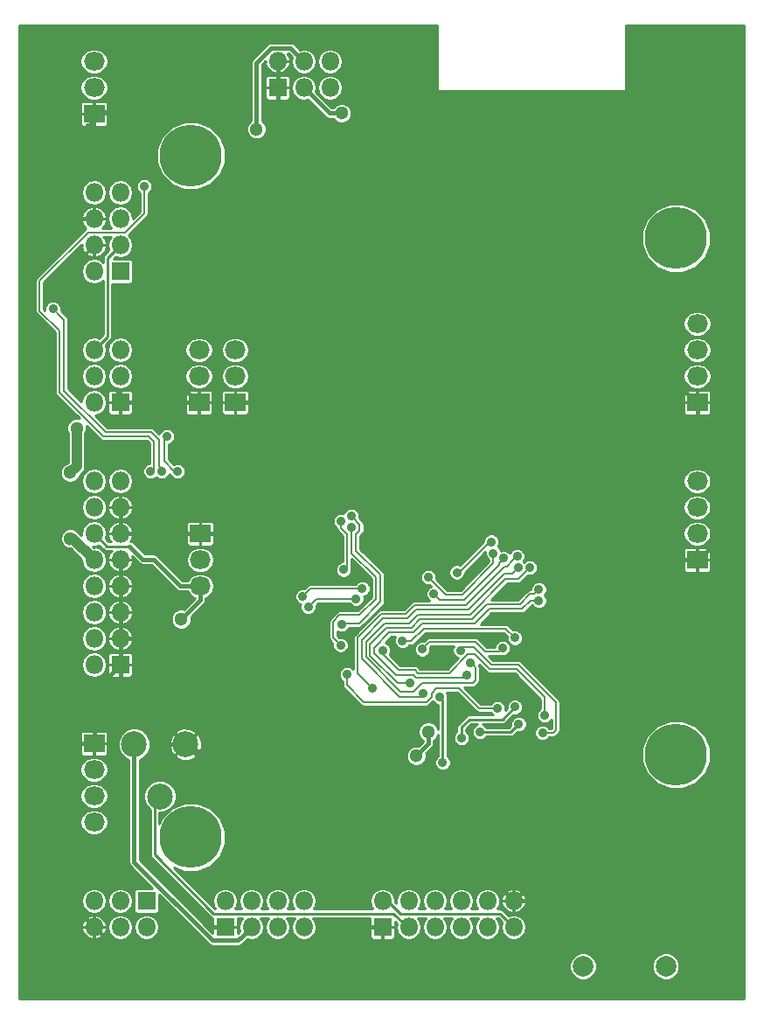
<source format=gbl>
G04 #@! TF.FileFunction,Copper,L2,Bot,Signal*
%FSLAX46Y46*%
G04 Gerber Fmt 4.6, Leading zero omitted, Abs format (unit mm)*
G04 Created by KiCad (PCBNEW 4.0.1-stable) date 23.06.2016 01:41:27*
%MOMM*%
G01*
G04 APERTURE LIST*
%ADD10C,0.100000*%
%ADD11R,1.800000X1.800000*%
%ADD12O,1.800000X1.800000*%
%ADD13R,2.032000X1.800000*%
%ADD14O,2.032000X1.800000*%
%ADD15C,2.000000*%
%ADD16C,2.499360*%
%ADD17C,6.000000*%
%ADD18C,1.300000*%
%ADD19C,0.900000*%
%ADD20C,1.000000*%
%ADD21C,0.250000*%
%ADD22C,0.400000*%
%ADD23C,0.200000*%
%ADD24C,0.254000*%
G04 APERTURE END LIST*
D10*
D11*
X137160000Y-88900000D03*
D12*
X134620000Y-88900000D03*
X137160000Y-86360000D03*
X134620000Y-86360000D03*
X137160000Y-83820000D03*
X134620000Y-83820000D03*
D13*
X148294888Y-88900000D03*
D14*
X148294888Y-86360000D03*
X148294888Y-83820000D03*
D13*
X144780000Y-88900000D03*
D14*
X144780000Y-86360000D03*
X144780000Y-83820000D03*
D13*
X144916000Y-101600000D03*
D14*
X144916000Y-104140000D03*
X144916000Y-106680000D03*
D11*
X162560000Y-139700000D03*
D12*
X162560000Y-137160000D03*
X165100000Y-139700000D03*
X165100000Y-137160000D03*
X167640000Y-139700000D03*
X167640000Y-137160000D03*
X170180000Y-139700000D03*
X170180000Y-137160000D03*
X172720000Y-139700000D03*
X172720000Y-137160000D03*
X175260000Y-139700000D03*
X175260000Y-137160000D03*
D11*
X147320000Y-139700000D03*
D12*
X147320000Y-137160000D03*
X149860000Y-139700000D03*
X149860000Y-137160000D03*
X152400000Y-139700000D03*
X152400000Y-137160000D03*
X154940000Y-139700000D03*
X154940000Y-137160000D03*
D15*
X182000000Y-143500000D03*
X190000000Y-143500000D03*
D13*
X193040000Y-88900000D03*
D14*
X193040000Y-86360000D03*
X193040000Y-83820000D03*
X193040000Y-81280000D03*
D13*
X193040000Y-104140000D03*
D14*
X193040000Y-101600000D03*
X193040000Y-99060000D03*
X193040000Y-96520000D03*
D11*
X137160000Y-76200000D03*
D12*
X134620000Y-76200000D03*
X137160000Y-73660000D03*
X134620000Y-73660000D03*
X137160000Y-71120000D03*
X134620000Y-71120000D03*
X137160000Y-68580000D03*
X134620000Y-68580000D03*
D13*
X134620000Y-121920000D03*
D14*
X134620000Y-124460000D03*
X134620000Y-127000000D03*
X134620000Y-129540000D03*
D11*
X139700000Y-137160000D03*
D12*
X139700000Y-139700000D03*
X137160000Y-137160000D03*
X137160000Y-139700000D03*
X134620000Y-137160000D03*
X134620000Y-139700000D03*
D11*
X152400000Y-58420000D03*
D12*
X152400000Y-55880000D03*
X154940000Y-58420000D03*
X154940000Y-55880000D03*
X157480000Y-58420000D03*
X157480000Y-55880000D03*
D16*
X141000640Y-127039360D03*
X138501280Y-122000000D03*
X143500000Y-122000000D03*
D13*
X134620000Y-60960000D03*
D14*
X134620000Y-58420000D03*
X134620000Y-55880000D03*
D17*
X191000000Y-123000000D03*
X191000000Y-73000000D03*
X144000000Y-65000000D03*
X144000000Y-131000000D03*
D11*
X137160000Y-114300000D03*
D12*
X134620000Y-114300000D03*
X137160000Y-111760000D03*
X134620000Y-111760000D03*
X137160000Y-109220000D03*
X134620000Y-109220000D03*
X137160000Y-106680000D03*
X134620000Y-106680000D03*
X137160000Y-104140000D03*
X134620000Y-104140000D03*
X137160000Y-101600000D03*
X134620000Y-101600000D03*
X137160000Y-99060000D03*
X134620000Y-99060000D03*
X137160000Y-96520000D03*
X134620000Y-96520000D03*
D18*
X132300075Y-95700000D03*
X132929804Y-91400000D03*
X132319979Y-102090687D03*
X163600000Y-122650000D03*
X130250020Y-87050000D03*
X175900000Y-107000000D03*
X170054529Y-99858376D03*
X164900000Y-83800000D03*
X186700000Y-85700000D03*
X162100000Y-96200000D03*
X175900000Y-116700000D03*
X193700000Y-131100000D03*
X193000000Y-142100000D03*
X180500000Y-141000000D03*
X182200000Y-130500000D03*
X179400000Y-130400000D03*
X179300000Y-86900000D03*
X147100000Y-77800000D03*
X142800000Y-82700000D03*
X129300000Y-72400000D03*
X158600000Y-60900000D03*
X165819166Y-123101141D03*
X167000006Y-120800000D03*
X143058266Y-109888085D03*
D19*
X142700000Y-95600000D03*
X141700000Y-92200000D03*
X141200000Y-95600000D03*
X130646967Y-79826660D03*
D18*
X150350000Y-62450000D03*
D19*
X140100000Y-95600000D03*
X139459973Y-67981846D03*
X159550000Y-101000000D03*
X158500000Y-112400000D03*
X159550000Y-99900000D03*
X158600000Y-110400000D03*
X162600000Y-112900000D03*
X178250020Y-119180100D03*
X159100000Y-115200000D03*
X173680228Y-118505376D03*
X177700000Y-107000000D03*
X165200000Y-116100000D03*
X175700000Y-104900000D03*
X166500000Y-117100000D03*
X168100000Y-117400000D03*
X168390888Y-123750020D03*
X161600000Y-116600000D03*
X175600000Y-103800000D03*
X170200000Y-121400000D03*
X175375940Y-118384548D03*
X172000000Y-120800000D03*
X175749980Y-120042901D03*
X177700000Y-108100000D03*
X170700000Y-115300000D03*
X176800000Y-104900000D03*
X171100000Y-114100000D03*
X170100000Y-112900000D03*
X178050020Y-120872178D03*
X155362325Y-108723421D03*
X160000000Y-107900000D03*
X154843855Y-107665118D03*
X160600000Y-106900000D03*
X173100000Y-102400000D03*
X169764188Y-105366753D03*
X173300000Y-103500000D03*
X167018900Y-105844026D03*
X167543993Y-107447949D03*
X174300000Y-104000000D03*
X174200000Y-112700000D03*
X166400000Y-112800000D03*
X175400000Y-111700000D03*
X164500000Y-112000000D03*
X158550000Y-100400000D03*
X158800000Y-105100000D03*
D20*
X132929804Y-95070271D02*
X132300075Y-95700000D01*
X132929804Y-91400000D02*
X132929804Y-95070271D01*
X132570687Y-102090687D02*
X132319979Y-102090687D01*
X134620000Y-104140000D02*
X132570687Y-102090687D01*
D21*
X137160000Y-73660000D02*
X135934999Y-74885001D01*
X135934999Y-74885001D02*
X135934999Y-82505001D01*
X135934999Y-82505001D02*
X135519999Y-82920001D01*
X135519999Y-82920001D02*
X134620000Y-83820000D01*
D22*
X144200000Y-122700000D02*
X143500000Y-122000000D01*
X163600000Y-122650000D02*
X163600000Y-125500000D01*
X163600000Y-122650000D02*
X163550000Y-122700000D01*
X163600000Y-125500000D02*
X175260000Y-137160000D01*
X163550000Y-122700000D02*
X144200000Y-122700000D01*
X128650001Y-73049999D02*
X128650001Y-85449981D01*
X128650001Y-85449981D02*
X129600021Y-86400001D01*
X129300000Y-72400000D02*
X128650001Y-73049999D01*
X129600021Y-86400001D02*
X130250020Y-87050000D01*
X175900000Y-107000000D02*
X176100000Y-107000000D01*
X176100000Y-107000000D02*
X178949998Y-104150002D01*
X178949998Y-104150002D02*
X179152002Y-104150002D01*
X179152002Y-104150002D02*
X179702004Y-103600000D01*
X179702004Y-103600000D02*
X180800000Y-103600000D01*
X180800000Y-103600000D02*
X181340000Y-104140000D01*
X181340000Y-104140000D02*
X191624000Y-104140000D01*
X147100000Y-76739340D02*
X147100000Y-77800000D01*
X140100000Y-60780000D02*
X140100000Y-66677118D01*
X147100000Y-73677118D02*
X147100000Y-76739340D01*
X140100000Y-66677118D02*
X147100000Y-73677118D01*
X191624000Y-104140000D02*
X191624000Y-106076000D01*
X191624000Y-106076000D02*
X182200000Y-115500000D01*
X182200000Y-115500000D02*
X182200000Y-129439340D01*
X182200000Y-129439340D02*
X182200000Y-130500000D01*
X191624000Y-104140000D02*
X193040000Y-104140000D01*
X169304530Y-99108377D02*
X170054529Y-99858376D01*
X166396153Y-96200000D02*
X169304530Y-99108377D01*
X170804528Y-99108377D02*
X170054529Y-99858376D01*
X179300000Y-90612905D02*
X170804528Y-99108377D01*
X179300000Y-86900000D02*
X179300000Y-90612905D01*
X162100000Y-96200000D02*
X166396153Y-96200000D01*
X159296153Y-89100000D02*
X170054529Y-99858376D01*
D21*
X137160000Y-88900000D02*
X137160000Y-88173002D01*
X133394999Y-84408001D02*
X133394999Y-74885001D01*
X137160000Y-88173002D02*
X135845001Y-86858003D01*
X135845001Y-86858003D02*
X135845001Y-85771999D01*
X135845001Y-85771999D02*
X135118003Y-85045001D01*
X133720001Y-74559999D02*
X134620000Y-73660000D01*
X135118003Y-85045001D02*
X134031999Y-85045001D01*
X134031999Y-85045001D02*
X133394999Y-84408001D01*
X133394999Y-74885001D02*
X133720001Y-74559999D01*
D22*
X144780000Y-88900000D02*
X144664000Y-88900000D01*
X144664000Y-88900000D02*
X143200000Y-87436000D01*
X143200000Y-87436000D02*
X143200000Y-83100000D01*
X143200000Y-83100000D02*
X142800000Y-82700000D01*
X159096153Y-88900000D02*
X159296153Y-89100000D01*
X164900000Y-83800000D02*
X159600000Y-89100000D01*
X159600000Y-89100000D02*
X159296153Y-89100000D01*
X140100000Y-60780000D02*
X135416000Y-60780000D01*
X146180000Y-60780000D02*
X140100000Y-60780000D01*
X185600000Y-86900000D02*
X191040000Y-86900000D01*
X179300000Y-86900000D02*
X185600000Y-86900000D01*
X185600000Y-86900000D02*
X185600000Y-86800000D01*
X185600000Y-86800000D02*
X186700000Y-85700000D01*
X137160000Y-88900000D02*
X144780000Y-88900000D01*
X176900000Y-117700000D02*
X176900000Y-127900000D01*
X176900000Y-127900000D02*
X179400000Y-130400000D01*
X175900000Y-116700000D02*
X176900000Y-117700000D01*
X130700000Y-124424000D02*
X130700000Y-135780000D01*
X130700000Y-135780000D02*
X134620000Y-139700000D01*
X134620000Y-121920000D02*
X133204000Y-121920000D01*
X133204000Y-121920000D02*
X130700000Y-124424000D01*
X193700000Y-131100000D02*
X193700000Y-141400000D01*
X193700000Y-141400000D02*
X193000000Y-142100000D01*
X193000000Y-142100000D02*
X191939340Y-142100000D01*
X191939340Y-142100000D02*
X190839340Y-141000000D01*
X190839340Y-141000000D02*
X181560660Y-141000000D01*
X181560660Y-141000000D02*
X180500000Y-141000000D01*
X180500000Y-141000000D02*
X176660000Y-137160000D01*
X176660000Y-137160000D02*
X175260000Y-137160000D01*
X175260000Y-137160000D02*
X179400000Y-133020000D01*
X179400000Y-133020000D02*
X179400000Y-130400000D01*
X179400000Y-130400000D02*
X182100000Y-130400000D01*
X182100000Y-130400000D02*
X182200000Y-130500000D01*
X148100000Y-107700000D02*
X144040000Y-111760000D01*
X144040000Y-111760000D02*
X137160000Y-111760000D01*
X148100000Y-103368000D02*
X148100000Y-107700000D01*
X144916000Y-101600000D02*
X146332000Y-101600000D01*
X146332000Y-101600000D02*
X148100000Y-103368000D01*
X137160000Y-99060000D02*
X137160000Y-101600000D01*
X137160000Y-101600000D02*
X138432792Y-101600000D01*
X138432792Y-101600000D02*
X144916000Y-101600000D01*
X137160000Y-104140000D02*
X137160000Y-106680000D01*
X137160000Y-109220000D02*
X137160000Y-106680000D01*
X137160000Y-111760000D02*
X137160000Y-109220000D01*
X137160000Y-114300000D02*
X137160000Y-111760000D01*
X143500000Y-122000000D02*
X137160000Y-115660000D01*
X137160000Y-115660000D02*
X137160000Y-114300000D01*
X139350959Y-133050959D02*
X146000000Y-139700000D01*
X146000000Y-139700000D02*
X147320000Y-139700000D01*
X143500000Y-122000000D02*
X141732686Y-122000000D01*
X141732686Y-122000000D02*
X139350959Y-124381727D01*
X139350959Y-124381727D02*
X139350959Y-133050959D01*
X157160000Y-143800000D02*
X138720000Y-143800000D01*
X138720000Y-143800000D02*
X134620000Y-139700000D01*
X162560000Y-139700000D02*
X161260000Y-139700000D01*
X161260000Y-139700000D02*
X157160000Y-143800000D01*
X134620000Y-121920000D02*
X134620000Y-116840000D01*
X134620000Y-116840000D02*
X137160000Y-114300000D01*
X148294888Y-88900000D02*
X159096153Y-88900000D01*
X191040000Y-86900000D02*
X191624000Y-87484000D01*
X191624000Y-87484000D02*
X191624000Y-87600000D01*
X191624000Y-87600000D02*
X192924000Y-88900000D01*
X192924000Y-88900000D02*
X193040000Y-88900000D01*
X193040000Y-104140000D02*
X193156000Y-104140000D01*
X193040000Y-90200000D02*
X193040000Y-88900000D01*
X193156000Y-104140000D02*
X194456010Y-102839990D01*
X194456010Y-102839990D02*
X194456010Y-91616010D01*
X194456010Y-91616010D02*
X193040000Y-90200000D01*
X149100000Y-63700000D02*
X146180000Y-60780000D01*
X134116000Y-62080000D02*
X134000000Y-62080000D01*
X135416000Y-60780000D02*
X134116000Y-62080000D01*
X151700000Y-63700000D02*
X149100000Y-63700000D01*
X152000000Y-63400000D02*
X151700000Y-63700000D01*
X152000000Y-60120000D02*
X152000000Y-63400000D01*
X152400000Y-58420000D02*
X152400000Y-59720000D01*
X152400000Y-59720000D02*
X152000000Y-60120000D01*
X152400000Y-55880000D02*
X152400000Y-58420000D01*
X130580000Y-71120000D02*
X132300000Y-71120000D01*
X134000000Y-62080000D02*
X134000000Y-63380000D01*
X132300000Y-71120000D02*
X134620000Y-71120000D01*
X134000000Y-63380000D02*
X132300000Y-65080000D01*
X132300000Y-65080000D02*
X132300000Y-71120000D01*
X147100000Y-77800000D02*
X142800000Y-82100000D01*
X142800000Y-82100000D02*
X142800000Y-82700000D01*
X129300000Y-72400000D02*
X130580000Y-71120000D01*
X158600000Y-60900000D02*
X157420000Y-60900000D01*
X157420000Y-60900000D02*
X154940000Y-58420000D01*
X167000006Y-121920301D02*
X166569165Y-122351142D01*
X167000006Y-120800000D02*
X167000006Y-121920301D01*
X166569165Y-122351142D02*
X165819166Y-123101141D01*
X144916000Y-106680000D02*
X142980000Y-106680000D01*
X142980000Y-106680000D02*
X140400000Y-104100000D01*
X140400000Y-104100000D02*
X139349998Y-104100000D01*
X139349998Y-104100000D02*
X138074999Y-102825001D01*
X144916000Y-106680000D02*
X144916000Y-108030351D01*
X143808265Y-109138086D02*
X143058266Y-109888085D01*
X144916000Y-108030351D02*
X143808265Y-109138086D01*
D21*
X134620000Y-101600000D02*
X135845001Y-102825001D01*
X135845001Y-102825001D02*
X138074999Y-102825001D01*
X138074999Y-102825001D02*
X138100000Y-102800000D01*
D23*
X142700000Y-95600000D02*
X142400000Y-95600000D01*
X141400000Y-94600000D02*
X141400000Y-92500000D01*
X142400000Y-95600000D02*
X141400000Y-94600000D01*
X141400000Y-92500000D02*
X141700000Y-92200000D01*
X141200000Y-95600000D02*
X141200000Y-95336392D01*
X141200000Y-95336392D02*
X140949989Y-95086381D01*
X140949989Y-95086381D02*
X140949989Y-92549989D01*
X131396966Y-80576659D02*
X130646967Y-79826660D01*
X140949989Y-92549989D02*
X140150000Y-91750000D01*
X140150000Y-91750000D02*
X135727433Y-91750000D01*
X135727433Y-91750000D02*
X131725013Y-87747580D01*
X131725013Y-87747580D02*
X131725013Y-80904706D01*
X131725013Y-80904706D02*
X131396966Y-80576659D01*
D22*
X150350000Y-56005998D02*
X150350000Y-61530762D01*
X153639999Y-54579999D02*
X151775999Y-54579999D01*
X154940000Y-55880000D02*
X153639999Y-54579999D01*
X150350000Y-61530762D02*
X150350000Y-62450000D01*
X151775999Y-54579999D02*
X150350000Y-56005998D01*
X146099999Y-141000001D02*
X148559999Y-141000001D01*
X138501280Y-133401282D02*
X146099999Y-141000001D01*
X148960001Y-140599999D02*
X149860000Y-139700000D01*
X138501280Y-122000000D02*
X138501280Y-133401282D01*
X148559999Y-141000001D02*
X148960001Y-140599999D01*
D21*
X173945001Y-138385001D02*
X174360001Y-138800001D01*
X164266413Y-138385001D02*
X173945001Y-138385001D01*
X163041412Y-137160000D02*
X164266413Y-138385001D01*
X162560000Y-137160000D02*
X163041412Y-137160000D01*
X174360001Y-138800001D02*
X175260000Y-139700000D01*
D23*
X140100000Y-95600000D02*
X140400000Y-95300000D01*
X129349493Y-77117505D02*
X134031999Y-72434999D01*
X140400000Y-95300000D02*
X140400000Y-92700000D01*
X140400000Y-92700000D02*
X139900000Y-92200000D01*
X139900000Y-92200000D02*
X135541022Y-92200000D01*
X135541022Y-92200000D02*
X131275002Y-87933980D01*
X131275002Y-87933980D02*
X131275002Y-81975002D01*
X131275002Y-81975002D02*
X129349493Y-80049493D01*
X134031999Y-72434999D02*
X137658003Y-72434999D01*
X129349493Y-80049493D02*
X129349493Y-77117505D01*
X137658003Y-72434999D02*
X139459973Y-70633029D01*
X139459973Y-70633029D02*
X139459973Y-67981846D01*
X159550000Y-101000000D02*
X159550000Y-103500000D01*
X159550000Y-103500000D02*
X161900000Y-105850000D01*
X161900000Y-105850000D02*
X161900000Y-107950000D01*
X161900000Y-107950000D02*
X160350000Y-109500000D01*
X160350000Y-109500000D02*
X158400000Y-109500000D01*
X158400000Y-109500000D02*
X157800000Y-110100000D01*
X157800000Y-110100000D02*
X157800000Y-111700000D01*
X157800000Y-111700000D02*
X158500000Y-112400000D01*
X159550000Y-99900000D02*
X159750000Y-99700000D01*
X159750000Y-99700000D02*
X159750000Y-100100000D01*
X158724980Y-110275020D02*
X158600000Y-110400000D01*
X159750000Y-100100000D02*
X160350000Y-100700000D01*
X160350000Y-100700000D02*
X160350000Y-101300000D01*
X160350000Y-101300000D02*
X160000000Y-101650000D01*
X160000000Y-101650000D02*
X160000000Y-103250000D01*
X162350000Y-108200000D02*
X160274980Y-110275020D01*
X160000000Y-103250000D02*
X162350000Y-105600000D01*
X160274980Y-110275020D02*
X158724980Y-110275020D01*
X162350000Y-105600000D02*
X162350000Y-108200000D01*
X162600000Y-112900000D02*
X162600000Y-113300000D01*
X162600000Y-113300000D02*
X164100000Y-114800000D01*
X164100000Y-114800000D02*
X165700000Y-114800000D01*
X169000000Y-115100000D02*
X170800000Y-113300000D01*
X170800000Y-113300000D02*
X171500000Y-113300000D01*
X165700000Y-114800000D02*
X166000000Y-115100000D01*
X166000000Y-115100000D02*
X169000000Y-115100000D01*
X178250020Y-118119440D02*
X178250020Y-119180100D01*
X171500000Y-113300000D02*
X172950011Y-114750011D01*
X178250020Y-117459018D02*
X178250020Y-118119440D01*
X172950011Y-114750011D02*
X175541013Y-114750011D01*
X175541013Y-114750011D02*
X178250020Y-117459018D01*
X159100000Y-115200000D02*
X159100000Y-116260660D01*
X169996173Y-116600000D02*
X171901549Y-118505376D01*
X159100000Y-116260660D02*
X160739340Y-117900000D01*
X167800000Y-116600000D02*
X169996173Y-116600000D01*
X160739340Y-117900000D02*
X166800000Y-117900000D01*
X166800000Y-117900000D02*
X167300000Y-117400000D01*
X167300000Y-117400000D02*
X167300000Y-117100000D01*
X167300000Y-117100000D02*
X167800000Y-116600000D01*
X171901549Y-118505376D02*
X172619568Y-118505376D01*
X172619568Y-118505376D02*
X173680228Y-118505376D01*
X177700000Y-107000000D02*
X177250001Y-107449999D01*
X176850001Y-107449999D02*
X175850011Y-108449989D01*
X177250001Y-107449999D02*
X176850001Y-107449999D01*
X175850011Y-108449989D02*
X172713600Y-108449989D01*
X172713600Y-108449989D02*
X171271594Y-109891996D01*
X171271594Y-109891996D02*
X166181063Y-109891996D01*
X164050000Y-116100000D02*
X164563604Y-116100000D01*
X166181063Y-109891996D02*
X165349276Y-110723783D01*
X162976217Y-110723783D02*
X161349989Y-112350011D01*
X161349989Y-112350011D02*
X161349989Y-113399989D01*
X161349989Y-113399989D02*
X164050000Y-116100000D01*
X165349276Y-110723783D02*
X162976217Y-110723783D01*
X164563604Y-116100000D02*
X165200000Y-116100000D01*
X175700000Y-104900000D02*
X175100000Y-105500000D01*
X175100000Y-105500000D02*
X174354357Y-105500000D01*
X174354357Y-105500000D02*
X170862383Y-108991974D01*
X170862383Y-108991974D02*
X165808263Y-108991974D01*
X165808263Y-108991974D02*
X164976476Y-109823761D01*
X160549967Y-113734267D02*
X164215700Y-117400000D01*
X164976476Y-109823761D02*
X162626239Y-109823761D01*
X162626239Y-109823761D02*
X160549967Y-111900033D01*
X160549967Y-111900033D02*
X160549967Y-113734267D01*
X164215700Y-117400000D02*
X166200000Y-117400000D01*
X166200000Y-117400000D02*
X166500000Y-117100000D01*
D21*
X168390888Y-117690888D02*
X168390888Y-123750020D01*
X168100000Y-117400000D02*
X168390888Y-117690888D01*
D23*
X175150001Y-104249999D02*
X175600000Y-103800000D01*
X174400000Y-104800000D02*
X174600000Y-104800000D01*
X160149956Y-111687244D02*
X162463450Y-109373750D01*
X165621863Y-108541963D02*
X170658037Y-108541963D01*
X162463450Y-109373750D02*
X164790076Y-109373750D01*
X160149956Y-115149956D02*
X160149956Y-111687244D01*
X174600000Y-104800000D02*
X175150001Y-104249999D01*
X170658037Y-108541963D02*
X174400000Y-104800000D01*
X161600000Y-116600000D02*
X160149956Y-115149956D01*
X164790076Y-109373750D02*
X165621863Y-108541963D01*
D21*
X170200000Y-120339340D02*
X170200000Y-121400000D01*
X175375940Y-118384548D02*
X174160488Y-119600000D01*
X174160488Y-119600000D02*
X170939340Y-119600000D01*
X170939340Y-119600000D02*
X170200000Y-120339340D01*
X174992881Y-120800000D02*
X173060660Y-120800000D01*
X175749980Y-120042901D02*
X174992881Y-120800000D01*
X173060660Y-120800000D02*
X172000000Y-120800000D01*
D23*
X177700000Y-108100000D02*
X176900000Y-108100000D01*
X163900000Y-115300000D02*
X165520606Y-115300000D01*
X176900000Y-108100000D02*
X176100000Y-108900000D01*
X176100000Y-108900000D02*
X172900000Y-108900000D01*
X172900000Y-108900000D02*
X171457993Y-110342007D01*
X171457993Y-110342007D02*
X166367463Y-110342007D01*
X165520606Y-115300000D02*
X165820606Y-115600000D01*
X166367463Y-110342007D02*
X165535676Y-111173794D01*
X161750000Y-113150000D02*
X163900000Y-115300000D01*
X165535676Y-111173794D02*
X163226206Y-111173794D01*
X163226206Y-111173794D02*
X161750000Y-112650000D01*
X161750000Y-112650000D02*
X161750000Y-113150000D01*
X165820606Y-115600000D02*
X170400000Y-115600000D01*
X170400000Y-115600000D02*
X170700000Y-115300000D01*
X176800000Y-104900000D02*
X175700000Y-106000000D01*
X164281400Y-116900000D02*
X165600000Y-116900000D01*
X175700000Y-106000000D02*
X174490768Y-106000000D01*
X174490768Y-106000000D02*
X171048783Y-109441985D01*
X171048783Y-109441985D02*
X165994663Y-109441985D01*
X165994663Y-109441985D02*
X165162876Y-110273772D01*
X171549999Y-115841960D02*
X171549999Y-114549999D01*
X171549999Y-114549999D02*
X171100000Y-114100000D01*
X165162876Y-110273772D02*
X162776228Y-110273772D01*
X166414085Y-116085915D02*
X171306044Y-116085915D01*
X162776228Y-110273772D02*
X160949978Y-112100022D01*
X160949978Y-112100022D02*
X160949978Y-113568578D01*
X160949978Y-113568578D02*
X164281400Y-116900000D01*
X165600000Y-116900000D02*
X166414085Y-116085915D01*
X171306044Y-116085915D02*
X171549999Y-115841960D01*
X170100000Y-112900000D02*
X170400000Y-112600000D01*
X170400000Y-112600000D02*
X171400000Y-112600000D01*
X171400000Y-112600000D02*
X173100000Y-114300000D01*
X173100000Y-114300000D02*
X175727413Y-114300000D01*
X175727413Y-114300000D02*
X179325022Y-117897609D01*
X179325022Y-120657836D02*
X179110680Y-120872178D01*
X179325022Y-117897609D02*
X179325022Y-120657836D01*
X179110680Y-120872178D02*
X178050020Y-120872178D01*
X160000000Y-107900000D02*
X156185746Y-107900000D01*
X156185746Y-107900000D02*
X155812324Y-108273422D01*
X155812324Y-108273422D02*
X155362325Y-108723421D01*
X155608973Y-106900000D02*
X155293854Y-107215119D01*
X155293854Y-107215119D02*
X154843855Y-107665118D01*
X160600000Y-106900000D02*
X155608973Y-106900000D01*
X173100000Y-102400000D02*
X172900000Y-102400000D01*
X172900000Y-102400000D02*
X169933247Y-105366753D01*
X169933247Y-105366753D02*
X169764188Y-105366753D01*
X168687437Y-107512563D02*
X167018900Y-105844026D01*
X168700000Y-107500000D02*
X168687437Y-107512563D01*
X173300000Y-104500000D02*
X170300000Y-107500000D01*
X173300000Y-103500000D02*
X173300000Y-104500000D01*
X170300000Y-107500000D02*
X168700000Y-107500000D01*
X167993992Y-107897948D02*
X167543993Y-107447949D01*
X170500000Y-108000000D02*
X168096044Y-108000000D01*
X173850001Y-104449999D02*
X173850001Y-104649999D01*
X173850001Y-104649999D02*
X170500000Y-108000000D01*
X168096044Y-108000000D02*
X167993992Y-107897948D01*
X174300000Y-104000000D02*
X173850001Y-104449999D01*
X174200000Y-112700000D02*
X173900000Y-113000000D01*
X172500000Y-113000000D02*
X171600000Y-112100000D01*
X173900000Y-113000000D02*
X172500000Y-113000000D01*
X171600000Y-112100000D02*
X167100000Y-112100000D01*
X167100000Y-112100000D02*
X166400000Y-112800000D01*
X175400000Y-111700000D02*
X174492018Y-110792018D01*
X174492018Y-110792018D02*
X166553863Y-110792018D01*
X166553863Y-110792018D02*
X165345881Y-112000000D01*
X165345881Y-112000000D02*
X164500000Y-112000000D01*
X158550000Y-100400000D02*
X158550000Y-101100000D01*
X158550000Y-101100000D02*
X159100000Y-101650000D01*
X159100000Y-101650000D02*
X159100000Y-104800000D01*
X159100000Y-104800000D02*
X158800000Y-105100000D01*
D21*
X165100000Y-139700000D02*
X164945002Y-139700000D01*
X164945002Y-139700000D02*
X163630003Y-138385001D01*
X163630003Y-138385001D02*
X146185001Y-138385001D01*
X146185001Y-138385001D02*
X140500000Y-132700000D01*
X140500000Y-132700000D02*
X140500000Y-127540000D01*
X140500000Y-127540000D02*
X141000640Y-127039360D01*
D24*
G36*
X167873000Y-58600000D02*
X167881685Y-58646159D01*
X167908965Y-58688553D01*
X167950590Y-58716994D01*
X168000000Y-58727000D01*
X186000000Y-58727000D01*
X186046159Y-58718315D01*
X186088553Y-58691035D01*
X186116994Y-58649410D01*
X186127000Y-58600000D01*
X186127000Y-52402000D01*
X197598000Y-52402000D01*
X197598000Y-146598000D01*
X127402000Y-146598000D01*
X127402000Y-143762798D01*
X180672771Y-143762798D01*
X180874369Y-144250703D01*
X181247334Y-144624319D01*
X181734885Y-144826769D01*
X182262798Y-144827229D01*
X182750703Y-144625631D01*
X183124319Y-144252666D01*
X183326769Y-143765115D01*
X183326771Y-143762798D01*
X188672771Y-143762798D01*
X188874369Y-144250703D01*
X189247334Y-144624319D01*
X189734885Y-144826769D01*
X190262798Y-144827229D01*
X190750703Y-144625631D01*
X191124319Y-144252666D01*
X191326769Y-143765115D01*
X191327229Y-143237202D01*
X191125631Y-142749297D01*
X190752666Y-142375681D01*
X190265115Y-142173231D01*
X189737202Y-142172771D01*
X189249297Y-142374369D01*
X188875681Y-142747334D01*
X188673231Y-143234885D01*
X188672771Y-143762798D01*
X183326771Y-143762798D01*
X183327229Y-143237202D01*
X183125631Y-142749297D01*
X182752666Y-142375681D01*
X182265115Y-142173231D01*
X181737202Y-142172771D01*
X181249297Y-142374369D01*
X180875681Y-142747334D01*
X180673231Y-143234885D01*
X180672771Y-143762798D01*
X127402000Y-143762798D01*
X127402000Y-139914628D01*
X133411918Y-139914628D01*
X133421740Y-139964024D01*
X133613990Y-140402480D01*
X133959395Y-140733990D01*
X134405371Y-140908085D01*
X134597000Y-140845037D01*
X134597000Y-139723000D01*
X134643000Y-139723000D01*
X134643000Y-140845037D01*
X134834629Y-140908085D01*
X135280605Y-140733990D01*
X135626010Y-140402480D01*
X135818260Y-139964024D01*
X135828082Y-139914628D01*
X135765019Y-139723000D01*
X134643000Y-139723000D01*
X134597000Y-139723000D01*
X133474981Y-139723000D01*
X133411918Y-139914628D01*
X127402000Y-139914628D01*
X127402000Y-139700000D01*
X135908962Y-139700000D01*
X136002362Y-140169553D01*
X136268342Y-140567620D01*
X136666409Y-140833600D01*
X137135962Y-140927000D01*
X137184038Y-140927000D01*
X137653591Y-140833600D01*
X138051658Y-140567620D01*
X138317638Y-140169553D01*
X138411038Y-139700000D01*
X138448962Y-139700000D01*
X138542362Y-140169553D01*
X138808342Y-140567620D01*
X139206409Y-140833600D01*
X139675962Y-140927000D01*
X139724038Y-140927000D01*
X140193591Y-140833600D01*
X140591658Y-140567620D01*
X140857638Y-140169553D01*
X140951038Y-139700000D01*
X140857638Y-139230447D01*
X140591658Y-138832380D01*
X140193591Y-138566400D01*
X139724038Y-138473000D01*
X139675962Y-138473000D01*
X139206409Y-138566400D01*
X138808342Y-138832380D01*
X138542362Y-139230447D01*
X138448962Y-139700000D01*
X138411038Y-139700000D01*
X138317638Y-139230447D01*
X138051658Y-138832380D01*
X137653591Y-138566400D01*
X137184038Y-138473000D01*
X137135962Y-138473000D01*
X136666409Y-138566400D01*
X136268342Y-138832380D01*
X136002362Y-139230447D01*
X135908962Y-139700000D01*
X127402000Y-139700000D01*
X127402000Y-139485372D01*
X133411918Y-139485372D01*
X133474981Y-139677000D01*
X134597000Y-139677000D01*
X134597000Y-138554963D01*
X134643000Y-138554963D01*
X134643000Y-139677000D01*
X135765019Y-139677000D01*
X135828082Y-139485372D01*
X135818260Y-139435976D01*
X135626010Y-138997520D01*
X135280605Y-138666010D01*
X134834629Y-138491915D01*
X134643000Y-138554963D01*
X134597000Y-138554963D01*
X134405371Y-138491915D01*
X133959395Y-138666010D01*
X133613990Y-138997520D01*
X133421740Y-139435976D01*
X133411918Y-139485372D01*
X127402000Y-139485372D01*
X127402000Y-137160000D01*
X133368962Y-137160000D01*
X133462362Y-137629553D01*
X133728342Y-138027620D01*
X134126409Y-138293600D01*
X134595962Y-138387000D01*
X134644038Y-138387000D01*
X135113591Y-138293600D01*
X135511658Y-138027620D01*
X135777638Y-137629553D01*
X135871038Y-137160000D01*
X135908962Y-137160000D01*
X136002362Y-137629553D01*
X136268342Y-138027620D01*
X136666409Y-138293600D01*
X137135962Y-138387000D01*
X137184038Y-138387000D01*
X137653591Y-138293600D01*
X138051658Y-138027620D01*
X138317638Y-137629553D01*
X138411038Y-137160000D01*
X138317638Y-136690447D01*
X138051658Y-136292380D01*
X137653591Y-136026400D01*
X137184038Y-135933000D01*
X137135962Y-135933000D01*
X136666409Y-136026400D01*
X136268342Y-136292380D01*
X136002362Y-136690447D01*
X135908962Y-137160000D01*
X135871038Y-137160000D01*
X135777638Y-136690447D01*
X135511658Y-136292380D01*
X135113591Y-136026400D01*
X134644038Y-135933000D01*
X134595962Y-135933000D01*
X134126409Y-136026400D01*
X133728342Y-136292380D01*
X133462362Y-136690447D01*
X133368962Y-137160000D01*
X127402000Y-137160000D01*
X127402000Y-129540000D01*
X133250689Y-129540000D01*
X133344089Y-130009553D01*
X133610069Y-130407620D01*
X134008136Y-130673600D01*
X134477689Y-130767000D01*
X134762311Y-130767000D01*
X135231864Y-130673600D01*
X135629931Y-130407620D01*
X135895911Y-130009553D01*
X135989311Y-129540000D01*
X135895911Y-129070447D01*
X135629931Y-128672380D01*
X135231864Y-128406400D01*
X134762311Y-128313000D01*
X134477689Y-128313000D01*
X134008136Y-128406400D01*
X133610069Y-128672380D01*
X133344089Y-129070447D01*
X133250689Y-129540000D01*
X127402000Y-129540000D01*
X127402000Y-127000000D01*
X133250689Y-127000000D01*
X133344089Y-127469553D01*
X133610069Y-127867620D01*
X134008136Y-128133600D01*
X134477689Y-128227000D01*
X134762311Y-128227000D01*
X135231864Y-128133600D01*
X135629931Y-127867620D01*
X135895911Y-127469553D01*
X135989311Y-127000000D01*
X135895911Y-126530447D01*
X135629931Y-126132380D01*
X135231864Y-125866400D01*
X134762311Y-125773000D01*
X134477689Y-125773000D01*
X134008136Y-125866400D01*
X133610069Y-126132380D01*
X133344089Y-126530447D01*
X133250689Y-127000000D01*
X127402000Y-127000000D01*
X127402000Y-124460000D01*
X133250689Y-124460000D01*
X133344089Y-124929553D01*
X133610069Y-125327620D01*
X134008136Y-125593600D01*
X134477689Y-125687000D01*
X134762311Y-125687000D01*
X135231864Y-125593600D01*
X135629931Y-125327620D01*
X135895911Y-124929553D01*
X135989311Y-124460000D01*
X135895911Y-123990447D01*
X135629931Y-123592380D01*
X135231864Y-123326400D01*
X134762311Y-123233000D01*
X134477689Y-123233000D01*
X134008136Y-123326400D01*
X133610069Y-123592380D01*
X133344089Y-123990447D01*
X133250689Y-124460000D01*
X127402000Y-124460000D01*
X127402000Y-122024750D01*
X133277000Y-122024750D01*
X133277000Y-122885044D01*
X133326783Y-123005230D01*
X133418769Y-123097217D01*
X133538955Y-123147000D01*
X134515250Y-123147000D01*
X134597000Y-123065250D01*
X134597000Y-121943000D01*
X134643000Y-121943000D01*
X134643000Y-123065250D01*
X134724750Y-123147000D01*
X135701045Y-123147000D01*
X135821231Y-123097217D01*
X135913217Y-123005230D01*
X135963000Y-122885044D01*
X135963000Y-122312245D01*
X136924327Y-122312245D01*
X137163856Y-122891951D01*
X137606996Y-123335865D01*
X137974280Y-123488375D01*
X137974280Y-133401282D01*
X138014395Y-133602957D01*
X138128635Y-133773927D01*
X140281302Y-135926594D01*
X138800000Y-135926594D01*
X138678821Y-135949395D01*
X138567526Y-136021012D01*
X138492862Y-136130286D01*
X138466594Y-136260000D01*
X138466594Y-138060000D01*
X138489395Y-138181179D01*
X138561012Y-138292474D01*
X138670286Y-138367138D01*
X138800000Y-138393406D01*
X140600000Y-138393406D01*
X140721179Y-138370605D01*
X140832474Y-138298988D01*
X140907138Y-138189714D01*
X140933406Y-138060000D01*
X140933406Y-136578698D01*
X145727353Y-141372646D01*
X145841593Y-141448979D01*
X145898325Y-141486886D01*
X146099999Y-141527001D01*
X148559999Y-141527001D01*
X148761674Y-141486886D01*
X148932644Y-141372646D01*
X149454223Y-140851067D01*
X149835962Y-140927000D01*
X149884038Y-140927000D01*
X150353591Y-140833600D01*
X150751658Y-140567620D01*
X151017638Y-140169553D01*
X151111038Y-139700000D01*
X151017638Y-139230447D01*
X150754746Y-138837001D01*
X151505254Y-138837001D01*
X151242362Y-139230447D01*
X151148962Y-139700000D01*
X151242362Y-140169553D01*
X151508342Y-140567620D01*
X151906409Y-140833600D01*
X152375962Y-140927000D01*
X152424038Y-140927000D01*
X152893591Y-140833600D01*
X153291658Y-140567620D01*
X153557638Y-140169553D01*
X153651038Y-139700000D01*
X153557638Y-139230447D01*
X153294746Y-138837001D01*
X154045254Y-138837001D01*
X153782362Y-139230447D01*
X153688962Y-139700000D01*
X153782362Y-140169553D01*
X154048342Y-140567620D01*
X154446409Y-140833600D01*
X154915962Y-140927000D01*
X154964038Y-140927000D01*
X155433591Y-140833600D01*
X155831658Y-140567620D01*
X156097638Y-140169553D01*
X156170201Y-139804750D01*
X161333000Y-139804750D01*
X161333000Y-140665045D01*
X161382783Y-140785231D01*
X161474770Y-140877217D01*
X161594956Y-140927000D01*
X162455250Y-140927000D01*
X162537000Y-140845250D01*
X162537000Y-139723000D01*
X162583000Y-139723000D01*
X162583000Y-140845250D01*
X162664750Y-140927000D01*
X163525044Y-140927000D01*
X163645230Y-140877217D01*
X163737217Y-140785231D01*
X163787000Y-140665045D01*
X163787000Y-139804750D01*
X163705250Y-139723000D01*
X162583000Y-139723000D01*
X162537000Y-139723000D01*
X161414750Y-139723000D01*
X161333000Y-139804750D01*
X156170201Y-139804750D01*
X156191038Y-139700000D01*
X156097638Y-139230447D01*
X155834746Y-138837001D01*
X161333000Y-138837001D01*
X161333000Y-139595250D01*
X161414750Y-139677000D01*
X162537000Y-139677000D01*
X162537000Y-139657000D01*
X162583000Y-139657000D01*
X162583000Y-139677000D01*
X163705250Y-139677000D01*
X163787000Y-139595250D01*
X163787000Y-139181222D01*
X163924753Y-139318975D01*
X163848962Y-139700000D01*
X163942362Y-140169553D01*
X164208342Y-140567620D01*
X164606409Y-140833600D01*
X165075962Y-140927000D01*
X165124038Y-140927000D01*
X165593591Y-140833600D01*
X165991658Y-140567620D01*
X166257638Y-140169553D01*
X166351038Y-139700000D01*
X166257638Y-139230447D01*
X165994746Y-138837001D01*
X166745254Y-138837001D01*
X166482362Y-139230447D01*
X166388962Y-139700000D01*
X166482362Y-140169553D01*
X166748342Y-140567620D01*
X167146409Y-140833600D01*
X167615962Y-140927000D01*
X167664038Y-140927000D01*
X168133591Y-140833600D01*
X168531658Y-140567620D01*
X168797638Y-140169553D01*
X168891038Y-139700000D01*
X168797638Y-139230447D01*
X168534746Y-138837001D01*
X169285254Y-138837001D01*
X169022362Y-139230447D01*
X168928962Y-139700000D01*
X169022362Y-140169553D01*
X169288342Y-140567620D01*
X169686409Y-140833600D01*
X170155962Y-140927000D01*
X170204038Y-140927000D01*
X170673591Y-140833600D01*
X171071658Y-140567620D01*
X171337638Y-140169553D01*
X171431038Y-139700000D01*
X171337638Y-139230447D01*
X171074746Y-138837001D01*
X171825254Y-138837001D01*
X171562362Y-139230447D01*
X171468962Y-139700000D01*
X171562362Y-140169553D01*
X171828342Y-140567620D01*
X172226409Y-140833600D01*
X172695962Y-140927000D01*
X172744038Y-140927000D01*
X173213591Y-140833600D01*
X173611658Y-140567620D01*
X173877638Y-140169553D01*
X173971038Y-139700000D01*
X173877638Y-139230447D01*
X173614746Y-138837001D01*
X173757777Y-138837001D01*
X174040389Y-139119614D01*
X174040392Y-139119616D01*
X174121933Y-139201157D01*
X174102362Y-139230447D01*
X174008962Y-139700000D01*
X174102362Y-140169553D01*
X174368342Y-140567620D01*
X174766409Y-140833600D01*
X175235962Y-140927000D01*
X175284038Y-140927000D01*
X175753591Y-140833600D01*
X176151658Y-140567620D01*
X176417638Y-140169553D01*
X176511038Y-139700000D01*
X176417638Y-139230447D01*
X176151658Y-138832380D01*
X175753591Y-138566400D01*
X175284038Y-138473000D01*
X175235962Y-138473000D01*
X174766409Y-138566400D01*
X174765938Y-138566714D01*
X174679616Y-138480392D01*
X174679614Y-138480389D01*
X174264613Y-138065389D01*
X174117974Y-137967407D01*
X173945001Y-137933001D01*
X173674880Y-137933001D01*
X173877638Y-137629553D01*
X173928345Y-137374628D01*
X174051918Y-137374628D01*
X174061740Y-137424024D01*
X174253990Y-137862480D01*
X174599395Y-138193990D01*
X175045371Y-138368085D01*
X175237000Y-138305037D01*
X175237000Y-137183000D01*
X175283000Y-137183000D01*
X175283000Y-138305037D01*
X175474629Y-138368085D01*
X175920605Y-138193990D01*
X176266010Y-137862480D01*
X176458260Y-137424024D01*
X176468082Y-137374628D01*
X176405019Y-137183000D01*
X175283000Y-137183000D01*
X175237000Y-137183000D01*
X174114981Y-137183000D01*
X174051918Y-137374628D01*
X173928345Y-137374628D01*
X173971038Y-137160000D01*
X173928346Y-136945372D01*
X174051918Y-136945372D01*
X174114981Y-137137000D01*
X175237000Y-137137000D01*
X175237000Y-136014963D01*
X175283000Y-136014963D01*
X175283000Y-137137000D01*
X176405019Y-137137000D01*
X176468082Y-136945372D01*
X176458260Y-136895976D01*
X176266010Y-136457520D01*
X175920605Y-136126010D01*
X175474629Y-135951915D01*
X175283000Y-136014963D01*
X175237000Y-136014963D01*
X175045371Y-135951915D01*
X174599395Y-136126010D01*
X174253990Y-136457520D01*
X174061740Y-136895976D01*
X174051918Y-136945372D01*
X173928346Y-136945372D01*
X173877638Y-136690447D01*
X173611658Y-136292380D01*
X173213591Y-136026400D01*
X172744038Y-135933000D01*
X172695962Y-135933000D01*
X172226409Y-136026400D01*
X171828342Y-136292380D01*
X171562362Y-136690447D01*
X171468962Y-137160000D01*
X171562362Y-137629553D01*
X171765120Y-137933001D01*
X171134880Y-137933001D01*
X171337638Y-137629553D01*
X171431038Y-137160000D01*
X171337638Y-136690447D01*
X171071658Y-136292380D01*
X170673591Y-136026400D01*
X170204038Y-135933000D01*
X170155962Y-135933000D01*
X169686409Y-136026400D01*
X169288342Y-136292380D01*
X169022362Y-136690447D01*
X168928962Y-137160000D01*
X169022362Y-137629553D01*
X169225120Y-137933001D01*
X168594880Y-137933001D01*
X168797638Y-137629553D01*
X168891038Y-137160000D01*
X168797638Y-136690447D01*
X168531658Y-136292380D01*
X168133591Y-136026400D01*
X167664038Y-135933000D01*
X167615962Y-135933000D01*
X167146409Y-136026400D01*
X166748342Y-136292380D01*
X166482362Y-136690447D01*
X166388962Y-137160000D01*
X166482362Y-137629553D01*
X166685120Y-137933001D01*
X166054880Y-137933001D01*
X166257638Y-137629553D01*
X166351038Y-137160000D01*
X166257638Y-136690447D01*
X165991658Y-136292380D01*
X165593591Y-136026400D01*
X165124038Y-135933000D01*
X165075962Y-135933000D01*
X164606409Y-136026400D01*
X164208342Y-136292380D01*
X163942362Y-136690447D01*
X163848962Y-137160000D01*
X163890758Y-137370122D01*
X163789403Y-137268767D01*
X163811038Y-137160000D01*
X163717638Y-136690447D01*
X163451658Y-136292380D01*
X163053591Y-136026400D01*
X162584038Y-135933000D01*
X162535962Y-135933000D01*
X162066409Y-136026400D01*
X161668342Y-136292380D01*
X161402362Y-136690447D01*
X161308962Y-137160000D01*
X161402362Y-137629553D01*
X161605120Y-137933001D01*
X155894880Y-137933001D01*
X156097638Y-137629553D01*
X156191038Y-137160000D01*
X156097638Y-136690447D01*
X155831658Y-136292380D01*
X155433591Y-136026400D01*
X154964038Y-135933000D01*
X154915962Y-135933000D01*
X154446409Y-136026400D01*
X154048342Y-136292380D01*
X153782362Y-136690447D01*
X153688962Y-137160000D01*
X153782362Y-137629553D01*
X153985120Y-137933001D01*
X153354880Y-137933001D01*
X153557638Y-137629553D01*
X153651038Y-137160000D01*
X153557638Y-136690447D01*
X153291658Y-136292380D01*
X152893591Y-136026400D01*
X152424038Y-135933000D01*
X152375962Y-135933000D01*
X151906409Y-136026400D01*
X151508342Y-136292380D01*
X151242362Y-136690447D01*
X151148962Y-137160000D01*
X151242362Y-137629553D01*
X151445120Y-137933001D01*
X150814880Y-137933001D01*
X151017638Y-137629553D01*
X151111038Y-137160000D01*
X151017638Y-136690447D01*
X150751658Y-136292380D01*
X150353591Y-136026400D01*
X149884038Y-135933000D01*
X149835962Y-135933000D01*
X149366409Y-136026400D01*
X148968342Y-136292380D01*
X148702362Y-136690447D01*
X148608962Y-137160000D01*
X148702362Y-137629553D01*
X148905120Y-137933001D01*
X148274880Y-137933001D01*
X148477638Y-137629553D01*
X148571038Y-137160000D01*
X148477638Y-136690447D01*
X148211658Y-136292380D01*
X147813591Y-136026400D01*
X147344038Y-135933000D01*
X147295962Y-135933000D01*
X146826409Y-136026400D01*
X146428342Y-136292380D01*
X146162362Y-136690447D01*
X146068962Y-137160000D01*
X146162362Y-137629553D01*
X146350810Y-137911585D01*
X142361128Y-133921903D01*
X143335315Y-134326421D01*
X144658878Y-134327576D01*
X145882132Y-133822138D01*
X146818849Y-132887055D01*
X147326421Y-131664685D01*
X147327576Y-130341122D01*
X146822138Y-129117868D01*
X145887055Y-128181151D01*
X144664685Y-127673579D01*
X143341122Y-127672424D01*
X142117868Y-128177862D01*
X141181151Y-129112945D01*
X140952000Y-129664802D01*
X140952000Y-128615998D01*
X141312885Y-128616313D01*
X141892591Y-128376784D01*
X142336505Y-127933644D01*
X142577046Y-127354357D01*
X142577593Y-126727115D01*
X142338064Y-126147409D01*
X141894924Y-125703495D01*
X141315637Y-125462954D01*
X140688395Y-125462407D01*
X140108689Y-125701936D01*
X139664775Y-126145076D01*
X139424234Y-126724363D01*
X139423687Y-127351605D01*
X139663216Y-127931311D01*
X140048000Y-128316767D01*
X140048000Y-132700000D01*
X140082406Y-132872973D01*
X140180388Y-133019612D01*
X145865389Y-138704614D01*
X146008146Y-138800001D01*
X146012028Y-138802595D01*
X146093000Y-138818701D01*
X146093000Y-139595250D01*
X146174750Y-139677000D01*
X147297000Y-139677000D01*
X147297000Y-139657000D01*
X147343000Y-139657000D01*
X147343000Y-139677000D01*
X148465250Y-139677000D01*
X148547000Y-139595250D01*
X148547000Y-138837001D01*
X148965254Y-138837001D01*
X148702362Y-139230447D01*
X148608962Y-139700000D01*
X148692871Y-140121839D01*
X148547000Y-140267710D01*
X148547000Y-139804750D01*
X148465250Y-139723000D01*
X147343000Y-139723000D01*
X147343000Y-139743000D01*
X147297000Y-139743000D01*
X147297000Y-139723000D01*
X146174750Y-139723000D01*
X146093000Y-139804750D01*
X146093000Y-140247711D01*
X139028280Y-133182992D01*
X139028280Y-123488218D01*
X139393231Y-123337424D01*
X139636020Y-123095058D01*
X142437469Y-123095058D01*
X142573799Y-123313936D01*
X143147123Y-123568361D01*
X143774170Y-123584016D01*
X144359476Y-123358520D01*
X144426201Y-123313936D01*
X144562531Y-123095058D01*
X143500000Y-122032527D01*
X142437469Y-123095058D01*
X139636020Y-123095058D01*
X139837145Y-122894284D01*
X140077686Y-122314997D01*
X140077721Y-122274170D01*
X141915984Y-122274170D01*
X142141480Y-122859476D01*
X142186064Y-122926201D01*
X142404942Y-123062531D01*
X143467473Y-122000000D01*
X143532527Y-122000000D01*
X144595058Y-123062531D01*
X144813936Y-122926201D01*
X145068361Y-122352877D01*
X145084016Y-121725830D01*
X144858520Y-121140524D01*
X144813936Y-121073799D01*
X144595058Y-120937469D01*
X143532527Y-122000000D01*
X143467473Y-122000000D01*
X142404942Y-120937469D01*
X142186064Y-121073799D01*
X141931639Y-121647123D01*
X141915984Y-122274170D01*
X140077721Y-122274170D01*
X140078233Y-121687755D01*
X139838704Y-121108049D01*
X139635952Y-120904942D01*
X142437469Y-120904942D01*
X143500000Y-121967473D01*
X144562531Y-120904942D01*
X144426201Y-120686064D01*
X143852877Y-120431639D01*
X143225830Y-120415984D01*
X142640524Y-120641480D01*
X142573799Y-120686064D01*
X142437469Y-120904942D01*
X139635952Y-120904942D01*
X139395564Y-120664135D01*
X138816277Y-120423594D01*
X138189035Y-120423047D01*
X137609329Y-120662576D01*
X137165415Y-121105716D01*
X136924874Y-121685003D01*
X136924327Y-122312245D01*
X135963000Y-122312245D01*
X135963000Y-122024750D01*
X135881250Y-121943000D01*
X134643000Y-121943000D01*
X134597000Y-121943000D01*
X133358750Y-121943000D01*
X133277000Y-122024750D01*
X127402000Y-122024750D01*
X127402000Y-120954956D01*
X133277000Y-120954956D01*
X133277000Y-121815250D01*
X133358750Y-121897000D01*
X134597000Y-121897000D01*
X134597000Y-120774750D01*
X134643000Y-120774750D01*
X134643000Y-121897000D01*
X135881250Y-121897000D01*
X135963000Y-121815250D01*
X135963000Y-120954956D01*
X135913217Y-120834770D01*
X135821231Y-120742783D01*
X135701045Y-120693000D01*
X134724750Y-120693000D01*
X134643000Y-120774750D01*
X134597000Y-120774750D01*
X134515250Y-120693000D01*
X133538955Y-120693000D01*
X133418769Y-120742783D01*
X133326783Y-120834770D01*
X133277000Y-120954956D01*
X127402000Y-120954956D01*
X127402000Y-114275962D01*
X133393000Y-114275962D01*
X133393000Y-114324038D01*
X133486400Y-114793591D01*
X133752380Y-115191658D01*
X134150447Y-115457638D01*
X134620000Y-115551038D01*
X135089553Y-115457638D01*
X135487620Y-115191658D01*
X135753600Y-114793591D01*
X135830945Y-114404750D01*
X135933000Y-114404750D01*
X135933000Y-115265044D01*
X135982783Y-115385230D01*
X136074769Y-115477217D01*
X136194955Y-115527000D01*
X137055250Y-115527000D01*
X137137000Y-115445250D01*
X137137000Y-114323000D01*
X137183000Y-114323000D01*
X137183000Y-115445250D01*
X137264750Y-115527000D01*
X138125045Y-115527000D01*
X138245231Y-115477217D01*
X138337217Y-115385230D01*
X138350203Y-115353877D01*
X158322866Y-115353877D01*
X158440908Y-115639560D01*
X158659290Y-115858324D01*
X158673000Y-115864017D01*
X158673000Y-116260655D01*
X158672999Y-116260660D01*
X158705503Y-116424066D01*
X158798065Y-116562595D01*
X160437403Y-118201932D01*
X160437405Y-118201935D01*
X160480412Y-118230671D01*
X160575934Y-118294497D01*
X160739340Y-118327001D01*
X160739345Y-118327000D01*
X166799995Y-118327000D01*
X166800000Y-118327001D01*
X166963406Y-118294497D01*
X167101935Y-118201935D01*
X167452598Y-117851271D01*
X167659290Y-118058324D01*
X167938888Y-118174424D01*
X167938888Y-120513851D01*
X167828750Y-120247297D01*
X167554155Y-119972222D01*
X167195196Y-119823170D01*
X166806521Y-119822830D01*
X166447303Y-119971256D01*
X166172228Y-120245851D01*
X166023176Y-120604810D01*
X166022836Y-120993485D01*
X166171262Y-121352703D01*
X166445857Y-121627778D01*
X166473006Y-121639051D01*
X166473006Y-121702011D01*
X166040041Y-122134976D01*
X166014356Y-122124311D01*
X165625681Y-122123971D01*
X165266463Y-122272397D01*
X164991388Y-122546992D01*
X164842336Y-122905951D01*
X164841996Y-123294626D01*
X164990422Y-123653844D01*
X165265017Y-123928919D01*
X165623976Y-124077971D01*
X166012651Y-124078311D01*
X166371869Y-123929885D01*
X166646944Y-123655290D01*
X166795996Y-123296331D01*
X166796336Y-122907656D01*
X166785110Y-122880487D01*
X167372651Y-122292946D01*
X167486891Y-122121976D01*
X167515430Y-121978497D01*
X167527006Y-121920301D01*
X167527006Y-121639364D01*
X167552709Y-121628744D01*
X167827784Y-121354149D01*
X167938888Y-121086579D01*
X167938888Y-123103346D01*
X167732564Y-123309310D01*
X167614023Y-123594787D01*
X167613754Y-123903897D01*
X167731796Y-124189580D01*
X167950178Y-124408344D01*
X168235655Y-124526885D01*
X168544765Y-124527154D01*
X168830448Y-124409112D01*
X169049212Y-124190730D01*
X169167753Y-123905253D01*
X169167967Y-123658878D01*
X187672424Y-123658878D01*
X188177862Y-124882132D01*
X189112945Y-125818849D01*
X190335315Y-126326421D01*
X191658878Y-126327576D01*
X192882132Y-125822138D01*
X193818849Y-124887055D01*
X194326421Y-123664685D01*
X194327576Y-122341122D01*
X193822138Y-121117868D01*
X192887055Y-120181151D01*
X191664685Y-119673579D01*
X190341122Y-119672424D01*
X189117868Y-120177862D01*
X188181151Y-121112945D01*
X187673579Y-122335315D01*
X187672424Y-123658878D01*
X169167967Y-123658878D01*
X169168022Y-123596143D01*
X169049980Y-123310460D01*
X168842888Y-123103006D01*
X168842888Y-117690888D01*
X168835649Y-117654493D01*
X168876865Y-117555233D01*
X168877134Y-117246123D01*
X168786594Y-117027000D01*
X169819303Y-117027000D01*
X171599612Y-118807308D01*
X171599614Y-118807311D01*
X171624753Y-118824108D01*
X171738143Y-118899873D01*
X171901549Y-118932377D01*
X171901554Y-118932376D01*
X173015946Y-118932376D01*
X173021136Y-118944936D01*
X173223845Y-119148000D01*
X170939340Y-119148000D01*
X170766367Y-119182406D01*
X170619728Y-119280387D01*
X169880388Y-120019728D01*
X169782406Y-120166367D01*
X169748000Y-120339340D01*
X169748000Y-120753326D01*
X169541676Y-120959290D01*
X169423135Y-121244767D01*
X169422866Y-121553877D01*
X169540908Y-121839560D01*
X169759290Y-122058324D01*
X170044767Y-122176865D01*
X170353877Y-122177134D01*
X170639560Y-122059092D01*
X170858324Y-121840710D01*
X170976865Y-121555233D01*
X170977134Y-121246123D01*
X170859092Y-120960440D01*
X170652000Y-120752986D01*
X170652000Y-120526564D01*
X171126565Y-120052000D01*
X171775613Y-120052000D01*
X171560440Y-120140908D01*
X171341676Y-120359290D01*
X171223135Y-120644767D01*
X171222866Y-120953877D01*
X171340908Y-121239560D01*
X171559290Y-121458324D01*
X171844767Y-121576865D01*
X172153877Y-121577134D01*
X172439560Y-121459092D01*
X172647014Y-121252000D01*
X174992881Y-121252000D01*
X175165854Y-121217594D01*
X175312493Y-121119612D01*
X175612324Y-120819781D01*
X175903857Y-120820035D01*
X176189540Y-120701993D01*
X176408304Y-120483611D01*
X176526845Y-120198134D01*
X176527114Y-119889024D01*
X176409072Y-119603341D01*
X176190690Y-119384577D01*
X175905213Y-119266036D01*
X175596103Y-119265767D01*
X175310420Y-119383809D01*
X175091656Y-119602191D01*
X174973115Y-119887668D01*
X174972860Y-120180797D01*
X174805657Y-120348000D01*
X172646674Y-120348000D01*
X172440710Y-120141676D01*
X172224747Y-120052000D01*
X174160488Y-120052000D01*
X174333461Y-120017594D01*
X174480100Y-119919612D01*
X175238284Y-119161428D01*
X175529817Y-119161682D01*
X175815500Y-119043640D01*
X176034264Y-118825258D01*
X176152805Y-118539781D01*
X176153074Y-118230671D01*
X176035032Y-117944988D01*
X175816650Y-117726224D01*
X175531173Y-117607683D01*
X175222063Y-117607414D01*
X174936380Y-117725456D01*
X174717616Y-117943838D01*
X174599075Y-118229315D01*
X174598820Y-118522444D01*
X174454564Y-118666700D01*
X174457093Y-118660609D01*
X174457362Y-118351499D01*
X174339320Y-118065816D01*
X174120938Y-117847052D01*
X173835461Y-117728511D01*
X173526351Y-117728242D01*
X173240668Y-117846284D01*
X173021904Y-118064666D01*
X173016211Y-118078376D01*
X172078418Y-118078376D01*
X170512958Y-116512915D01*
X171306039Y-116512915D01*
X171306044Y-116512916D01*
X171469450Y-116480412D01*
X171607979Y-116387850D01*
X171851931Y-116143897D01*
X171851934Y-116143895D01*
X171944496Y-116005366D01*
X171976999Y-115841960D01*
X171976999Y-114550004D01*
X171977000Y-114549999D01*
X171944496Y-114386593D01*
X171902011Y-114323010D01*
X171869146Y-114273823D01*
X171869383Y-114273252D01*
X172648074Y-115051943D01*
X172648076Y-115051946D01*
X172786605Y-115144508D01*
X172950011Y-115177011D01*
X175364143Y-115177011D01*
X177823020Y-117635887D01*
X177823020Y-118515818D01*
X177810460Y-118521008D01*
X177591696Y-118739390D01*
X177473155Y-119024867D01*
X177472886Y-119333977D01*
X177590928Y-119619660D01*
X177809310Y-119838424D01*
X178094787Y-119956965D01*
X178403897Y-119957234D01*
X178689580Y-119839192D01*
X178898022Y-119631114D01*
X178898022Y-120445178D01*
X178714302Y-120445178D01*
X178709112Y-120432618D01*
X178490730Y-120213854D01*
X178205253Y-120095313D01*
X177896143Y-120095044D01*
X177610460Y-120213086D01*
X177391696Y-120431468D01*
X177273155Y-120716945D01*
X177272886Y-121026055D01*
X177390928Y-121311738D01*
X177609310Y-121530502D01*
X177894787Y-121649043D01*
X178203897Y-121649312D01*
X178489580Y-121531270D01*
X178708344Y-121312888D01*
X178714037Y-121299178D01*
X179110675Y-121299178D01*
X179110680Y-121299179D01*
X179274086Y-121266675D01*
X179412615Y-121174113D01*
X179626954Y-120959773D01*
X179626957Y-120959771D01*
X179719519Y-120821242D01*
X179752022Y-120657836D01*
X179752022Y-117897609D01*
X179719519Y-117734203D01*
X179626957Y-117595674D01*
X179626954Y-117595672D01*
X176029348Y-113998065D01*
X175890819Y-113905503D01*
X175727413Y-113872999D01*
X175727408Y-113873000D01*
X173276870Y-113873000D01*
X172830870Y-113427000D01*
X173899995Y-113427000D01*
X173900000Y-113427001D01*
X173916688Y-113423682D01*
X174044767Y-113476865D01*
X174353877Y-113477134D01*
X174639560Y-113359092D01*
X174858324Y-113140710D01*
X174976865Y-112855233D01*
X174977134Y-112546123D01*
X174859092Y-112260440D01*
X174640710Y-112041676D01*
X174355233Y-111923135D01*
X174046123Y-111922866D01*
X173760440Y-112040908D01*
X173541676Y-112259290D01*
X173423135Y-112544767D01*
X173423110Y-112573000D01*
X172676869Y-112573000D01*
X171901935Y-111798065D01*
X171763406Y-111705503D01*
X171600000Y-111672999D01*
X171599995Y-111673000D01*
X167100000Y-111673000D01*
X166936594Y-111705503D01*
X166798065Y-111798065D01*
X166798063Y-111798068D01*
X166567784Y-112028347D01*
X166555233Y-112023135D01*
X166246123Y-112022866D01*
X165960440Y-112140908D01*
X165741676Y-112359290D01*
X165623135Y-112644767D01*
X165622866Y-112953877D01*
X165740908Y-113239560D01*
X165959290Y-113458324D01*
X166244767Y-113576865D01*
X166553877Y-113577134D01*
X166839560Y-113459092D01*
X167058324Y-113240710D01*
X167176865Y-112955233D01*
X167177134Y-112646123D01*
X167171465Y-112632404D01*
X167276869Y-112527000D01*
X169413560Y-112527000D01*
X169323135Y-112744767D01*
X169322866Y-113053877D01*
X169440908Y-113339560D01*
X169659290Y-113558324D01*
X169856088Y-113640042D01*
X168823130Y-114673000D01*
X166176870Y-114673000D01*
X166001935Y-114498065D01*
X165863406Y-114405503D01*
X165700000Y-114372999D01*
X165699995Y-114373000D01*
X164276869Y-114373000D01*
X163251446Y-113347576D01*
X163258324Y-113340710D01*
X163376865Y-113055233D01*
X163377134Y-112746123D01*
X163259092Y-112460440D01*
X163040710Y-112241676D01*
X162843912Y-112159958D01*
X163403075Y-111600794D01*
X163824442Y-111600794D01*
X163723135Y-111844767D01*
X163722866Y-112153877D01*
X163840908Y-112439560D01*
X164059290Y-112658324D01*
X164344767Y-112776865D01*
X164653877Y-112777134D01*
X164939560Y-112659092D01*
X165158324Y-112440710D01*
X165164017Y-112427000D01*
X165345876Y-112427000D01*
X165345881Y-112427001D01*
X165509287Y-112394497D01*
X165647816Y-112301935D01*
X166730732Y-111219018D01*
X174315148Y-111219018D01*
X174628347Y-111532216D01*
X174623135Y-111544767D01*
X174622866Y-111853877D01*
X174740908Y-112139560D01*
X174959290Y-112358324D01*
X175244767Y-112476865D01*
X175553877Y-112477134D01*
X175839560Y-112359092D01*
X176058324Y-112140710D01*
X176176865Y-111855233D01*
X176177134Y-111546123D01*
X176059092Y-111260440D01*
X175840710Y-111041676D01*
X175555233Y-110923135D01*
X175246123Y-110922866D01*
X175232404Y-110928535D01*
X174793953Y-110490083D01*
X174655424Y-110397521D01*
X174492018Y-110365017D01*
X174492013Y-110365018D01*
X172038852Y-110365018D01*
X173076869Y-109327000D01*
X176099995Y-109327000D01*
X176100000Y-109327001D01*
X176263406Y-109294497D01*
X176401935Y-109201935D01*
X177052598Y-108551271D01*
X177259290Y-108758324D01*
X177544767Y-108876865D01*
X177853877Y-108877134D01*
X178139560Y-108759092D01*
X178358324Y-108540710D01*
X178476865Y-108255233D01*
X178477134Y-107946123D01*
X178359092Y-107660440D01*
X178248844Y-107549999D01*
X178358324Y-107440710D01*
X178476865Y-107155233D01*
X178477134Y-106846123D01*
X178359092Y-106560440D01*
X178140710Y-106341676D01*
X177855233Y-106223135D01*
X177546123Y-106222866D01*
X177260440Y-106340908D01*
X177041676Y-106559290D01*
X176923135Y-106844767D01*
X176922980Y-107022999D01*
X176850001Y-107022999D01*
X176686595Y-107055502D01*
X176548066Y-107148064D01*
X176548064Y-107148067D01*
X175673141Y-108022989D01*
X173071649Y-108022989D01*
X174667638Y-106427000D01*
X175699995Y-106427000D01*
X175700000Y-106427001D01*
X175863406Y-106394497D01*
X176001935Y-106301935D01*
X176632216Y-105671654D01*
X176644767Y-105676865D01*
X176953877Y-105677134D01*
X177239560Y-105559092D01*
X177458324Y-105340710D01*
X177576865Y-105055233D01*
X177577134Y-104746123D01*
X177459092Y-104460440D01*
X177243779Y-104244750D01*
X191697000Y-104244750D01*
X191697000Y-105105044D01*
X191746783Y-105225230D01*
X191838769Y-105317217D01*
X191958955Y-105367000D01*
X192935250Y-105367000D01*
X193017000Y-105285250D01*
X193017000Y-104163000D01*
X193063000Y-104163000D01*
X193063000Y-105285250D01*
X193144750Y-105367000D01*
X194121045Y-105367000D01*
X194241231Y-105317217D01*
X194333217Y-105225230D01*
X194383000Y-105105044D01*
X194383000Y-104244750D01*
X194301250Y-104163000D01*
X193063000Y-104163000D01*
X193017000Y-104163000D01*
X191778750Y-104163000D01*
X191697000Y-104244750D01*
X177243779Y-104244750D01*
X177240710Y-104241676D01*
X176955233Y-104123135D01*
X176646123Y-104122866D01*
X176360440Y-104240908D01*
X176249999Y-104351156D01*
X176198931Y-104299999D01*
X176258324Y-104240710D01*
X176376865Y-103955233D01*
X176377134Y-103646123D01*
X176259092Y-103360440D01*
X176073932Y-103174956D01*
X191697000Y-103174956D01*
X191697000Y-104035250D01*
X191778750Y-104117000D01*
X193017000Y-104117000D01*
X193017000Y-102994750D01*
X193063000Y-102994750D01*
X193063000Y-104117000D01*
X194301250Y-104117000D01*
X194383000Y-104035250D01*
X194383000Y-103174956D01*
X194333217Y-103054770D01*
X194241231Y-102962783D01*
X194121045Y-102913000D01*
X193144750Y-102913000D01*
X193063000Y-102994750D01*
X193017000Y-102994750D01*
X192935250Y-102913000D01*
X191958955Y-102913000D01*
X191838769Y-102962783D01*
X191746783Y-103054770D01*
X191697000Y-103174956D01*
X176073932Y-103174956D01*
X176040710Y-103141676D01*
X175755233Y-103023135D01*
X175446123Y-103022866D01*
X175160440Y-103140908D01*
X174941676Y-103359290D01*
X174887804Y-103489027D01*
X174740710Y-103341676D01*
X174455233Y-103223135D01*
X174146123Y-103222866D01*
X174043693Y-103265189D01*
X173959092Y-103060440D01*
X173749019Y-102849999D01*
X173758324Y-102840710D01*
X173876865Y-102555233D01*
X173877134Y-102246123D01*
X173759092Y-101960440D01*
X173540710Y-101741676D01*
X173255233Y-101623135D01*
X172946123Y-101622866D01*
X172660440Y-101740908D01*
X172441676Y-101959290D01*
X172323135Y-102244767D01*
X172323023Y-102373108D01*
X170051428Y-104644702D01*
X169919421Y-104589888D01*
X169610311Y-104589619D01*
X169324628Y-104707661D01*
X169105864Y-104926043D01*
X168987323Y-105211520D01*
X168987054Y-105520630D01*
X169105096Y-105806313D01*
X169323478Y-106025077D01*
X169608955Y-106143618D01*
X169918065Y-106143887D01*
X170203748Y-106025845D01*
X170422512Y-105807463D01*
X170541053Y-105521986D01*
X170541192Y-105362678D01*
X172523104Y-103380766D01*
X172522866Y-103653877D01*
X172640908Y-103939560D01*
X172859290Y-104158324D01*
X172873000Y-104164017D01*
X172873000Y-104323131D01*
X170123130Y-107073000D01*
X168851743Y-107073000D01*
X167790553Y-106011810D01*
X167795765Y-105999259D01*
X167796034Y-105690149D01*
X167677992Y-105404466D01*
X167459610Y-105185702D01*
X167174133Y-105067161D01*
X166865023Y-105066892D01*
X166579340Y-105184934D01*
X166360576Y-105403316D01*
X166242035Y-105688793D01*
X166241766Y-105997903D01*
X166359808Y-106283586D01*
X166578190Y-106502350D01*
X166863667Y-106620891D01*
X167172777Y-106621160D01*
X167186496Y-106615492D01*
X167285179Y-106714174D01*
X167104433Y-106788857D01*
X166885669Y-107007239D01*
X166767128Y-107292716D01*
X166766859Y-107601826D01*
X166884901Y-107887509D01*
X167103283Y-108106273D01*
X167124211Y-108114963D01*
X165621863Y-108114963D01*
X165458457Y-108147466D01*
X165319928Y-108240028D01*
X165319926Y-108240031D01*
X164613206Y-108946750D01*
X162463455Y-108946750D01*
X162463450Y-108946749D01*
X162300044Y-108979253D01*
X162161515Y-109071815D01*
X162161513Y-109071818D01*
X159848021Y-111385309D01*
X159755459Y-111523838D01*
X159722955Y-111687244D01*
X159722956Y-111687249D01*
X159722956Y-114724241D01*
X159540710Y-114541676D01*
X159255233Y-114423135D01*
X158946123Y-114422866D01*
X158660440Y-114540908D01*
X158441676Y-114759290D01*
X158323135Y-115044767D01*
X158322866Y-115353877D01*
X138350203Y-115353877D01*
X138387000Y-115265044D01*
X138387000Y-114404750D01*
X138305250Y-114323000D01*
X137183000Y-114323000D01*
X137137000Y-114323000D01*
X136014750Y-114323000D01*
X135933000Y-114404750D01*
X135830945Y-114404750D01*
X135847000Y-114324038D01*
X135847000Y-114275962D01*
X135753600Y-113806409D01*
X135487620Y-113408342D01*
X135377791Y-113334956D01*
X135933000Y-113334956D01*
X135933000Y-114195250D01*
X136014750Y-114277000D01*
X137137000Y-114277000D01*
X137137000Y-113154750D01*
X137183000Y-113154750D01*
X137183000Y-114277000D01*
X138305250Y-114277000D01*
X138387000Y-114195250D01*
X138387000Y-113334956D01*
X138337217Y-113214770D01*
X138245231Y-113122783D01*
X138125045Y-113073000D01*
X137264750Y-113073000D01*
X137183000Y-113154750D01*
X137137000Y-113154750D01*
X137055250Y-113073000D01*
X136194955Y-113073000D01*
X136074769Y-113122783D01*
X135982783Y-113214770D01*
X135933000Y-113334956D01*
X135377791Y-113334956D01*
X135089553Y-113142362D01*
X134620000Y-113048962D01*
X134150447Y-113142362D01*
X133752380Y-113408342D01*
X133486400Y-113806409D01*
X133393000Y-114275962D01*
X127402000Y-114275962D01*
X127402000Y-111735962D01*
X133393000Y-111735962D01*
X133393000Y-111784038D01*
X133486400Y-112253591D01*
X133752380Y-112651658D01*
X134150447Y-112917638D01*
X134620000Y-113011038D01*
X135089553Y-112917638D01*
X135487620Y-112651658D01*
X135753600Y-112253591D01*
X135809089Y-111974629D01*
X135951915Y-111974629D01*
X136126010Y-112420605D01*
X136457520Y-112766010D01*
X136895976Y-112958260D01*
X136945372Y-112968082D01*
X137137000Y-112905019D01*
X137137000Y-111783000D01*
X137183000Y-111783000D01*
X137183000Y-112905019D01*
X137374628Y-112968082D01*
X137424024Y-112958260D01*
X137862480Y-112766010D01*
X138193990Y-112420605D01*
X138368085Y-111974629D01*
X138305037Y-111783000D01*
X137183000Y-111783000D01*
X137137000Y-111783000D01*
X136014963Y-111783000D01*
X135951915Y-111974629D01*
X135809089Y-111974629D01*
X135847000Y-111784038D01*
X135847000Y-111735962D01*
X135809090Y-111545371D01*
X135951915Y-111545371D01*
X136014963Y-111737000D01*
X137137000Y-111737000D01*
X137137000Y-110614981D01*
X137183000Y-110614981D01*
X137183000Y-111737000D01*
X138305037Y-111737000D01*
X138368085Y-111545371D01*
X138193990Y-111099395D01*
X137862480Y-110753990D01*
X137424024Y-110561740D01*
X137374628Y-110551918D01*
X137183000Y-110614981D01*
X137137000Y-110614981D01*
X136945372Y-110551918D01*
X136895976Y-110561740D01*
X136457520Y-110753990D01*
X136126010Y-111099395D01*
X135951915Y-111545371D01*
X135809090Y-111545371D01*
X135753600Y-111266409D01*
X135487620Y-110868342D01*
X135089553Y-110602362D01*
X134620000Y-110508962D01*
X134150447Y-110602362D01*
X133752380Y-110868342D01*
X133486400Y-111266409D01*
X133393000Y-111735962D01*
X127402000Y-111735962D01*
X127402000Y-109195962D01*
X133393000Y-109195962D01*
X133393000Y-109244038D01*
X133486400Y-109713591D01*
X133752380Y-110111658D01*
X134150447Y-110377638D01*
X134620000Y-110471038D01*
X135089553Y-110377638D01*
X135487620Y-110111658D01*
X135753600Y-109713591D01*
X135809089Y-109434629D01*
X135951915Y-109434629D01*
X136126010Y-109880605D01*
X136457520Y-110226010D01*
X136895976Y-110418260D01*
X136945372Y-110428082D01*
X137137000Y-110365019D01*
X137137000Y-109243000D01*
X137183000Y-109243000D01*
X137183000Y-110365019D01*
X137374628Y-110428082D01*
X137424024Y-110418260D01*
X137862480Y-110226010D01*
X138193990Y-109880605D01*
X138368085Y-109434629D01*
X138305037Y-109243000D01*
X137183000Y-109243000D01*
X137137000Y-109243000D01*
X136014963Y-109243000D01*
X135951915Y-109434629D01*
X135809089Y-109434629D01*
X135847000Y-109244038D01*
X135847000Y-109195962D01*
X135809090Y-109005371D01*
X135951915Y-109005371D01*
X136014963Y-109197000D01*
X137137000Y-109197000D01*
X137137000Y-108074981D01*
X137183000Y-108074981D01*
X137183000Y-109197000D01*
X138305037Y-109197000D01*
X138368085Y-109005371D01*
X138193990Y-108559395D01*
X137862480Y-108213990D01*
X137424024Y-108021740D01*
X137374628Y-108011918D01*
X137183000Y-108074981D01*
X137137000Y-108074981D01*
X136945372Y-108011918D01*
X136895976Y-108021740D01*
X136457520Y-108213990D01*
X136126010Y-108559395D01*
X135951915Y-109005371D01*
X135809090Y-109005371D01*
X135753600Y-108726409D01*
X135487620Y-108328342D01*
X135089553Y-108062362D01*
X134620000Y-107968962D01*
X134150447Y-108062362D01*
X133752380Y-108328342D01*
X133486400Y-108726409D01*
X133393000Y-109195962D01*
X127402000Y-109195962D01*
X127402000Y-106655962D01*
X133393000Y-106655962D01*
X133393000Y-106704038D01*
X133486400Y-107173591D01*
X133752380Y-107571658D01*
X134150447Y-107837638D01*
X134620000Y-107931038D01*
X135089553Y-107837638D01*
X135487620Y-107571658D01*
X135753600Y-107173591D01*
X135809089Y-106894629D01*
X135951915Y-106894629D01*
X136126010Y-107340605D01*
X136457520Y-107686010D01*
X136895976Y-107878260D01*
X136945372Y-107888082D01*
X137137000Y-107825019D01*
X137137000Y-106703000D01*
X137183000Y-106703000D01*
X137183000Y-107825019D01*
X137374628Y-107888082D01*
X137424024Y-107878260D01*
X137862480Y-107686010D01*
X138193990Y-107340605D01*
X138368085Y-106894629D01*
X138305037Y-106703000D01*
X137183000Y-106703000D01*
X137137000Y-106703000D01*
X136014963Y-106703000D01*
X135951915Y-106894629D01*
X135809089Y-106894629D01*
X135847000Y-106704038D01*
X135847000Y-106655962D01*
X135809090Y-106465371D01*
X135951915Y-106465371D01*
X136014963Y-106657000D01*
X137137000Y-106657000D01*
X137137000Y-105534981D01*
X137183000Y-105534981D01*
X137183000Y-106657000D01*
X138305037Y-106657000D01*
X138368085Y-106465371D01*
X138193990Y-106019395D01*
X137862480Y-105673990D01*
X137424024Y-105481740D01*
X137374628Y-105471918D01*
X137183000Y-105534981D01*
X137137000Y-105534981D01*
X136945372Y-105471918D01*
X136895976Y-105481740D01*
X136457520Y-105673990D01*
X136126010Y-106019395D01*
X135951915Y-106465371D01*
X135809090Y-106465371D01*
X135753600Y-106186409D01*
X135487620Y-105788342D01*
X135089553Y-105522362D01*
X134620000Y-105428962D01*
X134150447Y-105522362D01*
X133752380Y-105788342D01*
X133486400Y-106186409D01*
X133393000Y-106655962D01*
X127402000Y-106655962D01*
X127402000Y-102284172D01*
X131342809Y-102284172D01*
X131491235Y-102643390D01*
X131765830Y-102918465D01*
X132124789Y-103067517D01*
X132378185Y-103067739D01*
X133398543Y-104088097D01*
X133393000Y-104115962D01*
X133393000Y-104164038D01*
X133486400Y-104633591D01*
X133752380Y-105031658D01*
X134150447Y-105297638D01*
X134620000Y-105391038D01*
X135089553Y-105297638D01*
X135487620Y-105031658D01*
X135753600Y-104633591D01*
X135809089Y-104354629D01*
X135951915Y-104354629D01*
X136126010Y-104800605D01*
X136457520Y-105146010D01*
X136895976Y-105338260D01*
X136945372Y-105348082D01*
X137137000Y-105285019D01*
X137137000Y-104163000D01*
X137183000Y-104163000D01*
X137183000Y-105285019D01*
X137374628Y-105348082D01*
X137424024Y-105338260D01*
X137862480Y-105146010D01*
X138193990Y-104800605D01*
X138368085Y-104354629D01*
X138305037Y-104163000D01*
X137183000Y-104163000D01*
X137137000Y-104163000D01*
X136014963Y-104163000D01*
X135951915Y-104354629D01*
X135809089Y-104354629D01*
X135847000Y-104164038D01*
X135847000Y-104115962D01*
X135753600Y-103646409D01*
X135487620Y-103248342D01*
X135089553Y-102982362D01*
X134620000Y-102888962D01*
X134552035Y-102902481D01*
X134470943Y-102821389D01*
X134620000Y-102851038D01*
X135089553Y-102757638D01*
X135118843Y-102738067D01*
X135525389Y-103144613D01*
X135672028Y-103242595D01*
X135845001Y-103277001D01*
X136320262Y-103277001D01*
X136126010Y-103479395D01*
X135951915Y-103925371D01*
X136014963Y-104117000D01*
X137137000Y-104117000D01*
X137137000Y-104097000D01*
X137183000Y-104097000D01*
X137183000Y-104117000D01*
X138305037Y-104117000D01*
X138368085Y-103925371D01*
X138328388Y-103823680D01*
X138977353Y-104472645D01*
X139148323Y-104586885D01*
X139349998Y-104627000D01*
X140181710Y-104627000D01*
X142607355Y-107052645D01*
X142778325Y-107166885D01*
X142980000Y-107207000D01*
X143678474Y-107207000D01*
X143906069Y-107547620D01*
X144304136Y-107813600D01*
X144373636Y-107827425D01*
X143279141Y-108921920D01*
X143253456Y-108911255D01*
X142864781Y-108910915D01*
X142505563Y-109059341D01*
X142230488Y-109333936D01*
X142081436Y-109692895D01*
X142081096Y-110081570D01*
X142229522Y-110440788D01*
X142504117Y-110715863D01*
X142863076Y-110864915D01*
X143251751Y-110865255D01*
X143610969Y-110716829D01*
X143886044Y-110442234D01*
X144028151Y-110100000D01*
X157372999Y-110100000D01*
X157373000Y-110100005D01*
X157373000Y-111699995D01*
X157372999Y-111700000D01*
X157405503Y-111863406D01*
X157498065Y-112001935D01*
X157728347Y-112232216D01*
X157723135Y-112244767D01*
X157722866Y-112553877D01*
X157840908Y-112839560D01*
X158059290Y-113058324D01*
X158344767Y-113176865D01*
X158653877Y-113177134D01*
X158939560Y-113059092D01*
X159158324Y-112840710D01*
X159276865Y-112555233D01*
X159277134Y-112246123D01*
X159159092Y-111960440D01*
X158940710Y-111741676D01*
X158655233Y-111623135D01*
X158346123Y-111622866D01*
X158332404Y-111628535D01*
X158227000Y-111523130D01*
X158227000Y-111086440D01*
X158444767Y-111176865D01*
X158753877Y-111177134D01*
X159039560Y-111059092D01*
X159258324Y-110840710D01*
X159315913Y-110702020D01*
X160274975Y-110702020D01*
X160274980Y-110702021D01*
X160438386Y-110669517D01*
X160576915Y-110576955D01*
X162651932Y-108501937D01*
X162651935Y-108501935D01*
X162744497Y-108363406D01*
X162777000Y-108200000D01*
X162777000Y-105600005D01*
X162777001Y-105600000D01*
X162744497Y-105436594D01*
X162651935Y-105298065D01*
X160427000Y-103073130D01*
X160427000Y-101826870D01*
X160651932Y-101601937D01*
X160651935Y-101601935D01*
X160653227Y-101600000D01*
X191670689Y-101600000D01*
X191764089Y-102069553D01*
X192030069Y-102467620D01*
X192428136Y-102733600D01*
X192897689Y-102827000D01*
X193182311Y-102827000D01*
X193651864Y-102733600D01*
X194049931Y-102467620D01*
X194315911Y-102069553D01*
X194409311Y-101600000D01*
X194315911Y-101130447D01*
X194049931Y-100732380D01*
X193651864Y-100466400D01*
X193182311Y-100373000D01*
X192897689Y-100373000D01*
X192428136Y-100466400D01*
X192030069Y-100732380D01*
X191764089Y-101130447D01*
X191670689Y-101600000D01*
X160653227Y-101600000D01*
X160744497Y-101463406D01*
X160777001Y-101300000D01*
X160777000Y-101299995D01*
X160777000Y-100700000D01*
X160744497Y-100536594D01*
X160651935Y-100398065D01*
X160651932Y-100398063D01*
X160321653Y-100067784D01*
X160326865Y-100055233D01*
X160327134Y-99746123D01*
X160209092Y-99460440D01*
X159990710Y-99241676D01*
X159705233Y-99123135D01*
X159396123Y-99122866D01*
X159110440Y-99240908D01*
X158891676Y-99459290D01*
X158806228Y-99665072D01*
X158705233Y-99623135D01*
X158396123Y-99622866D01*
X158110440Y-99740908D01*
X157891676Y-99959290D01*
X157773135Y-100244767D01*
X157772866Y-100553877D01*
X157890908Y-100839560D01*
X158109290Y-101058324D01*
X158123000Y-101064017D01*
X158123000Y-101099995D01*
X158122999Y-101100000D01*
X158155503Y-101263406D01*
X158248065Y-101401935D01*
X158673000Y-101826869D01*
X158673000Y-104322889D01*
X158646123Y-104322866D01*
X158360440Y-104440908D01*
X158141676Y-104659290D01*
X158023135Y-104944767D01*
X158022866Y-105253877D01*
X158140908Y-105539560D01*
X158359290Y-105758324D01*
X158644767Y-105876865D01*
X158953877Y-105877134D01*
X159239560Y-105759092D01*
X159458324Y-105540710D01*
X159576865Y-105255233D01*
X159577134Y-104946123D01*
X159523672Y-104816735D01*
X159527001Y-104800000D01*
X159527000Y-104799995D01*
X159527000Y-104080870D01*
X161473000Y-106026870D01*
X161473000Y-107773130D01*
X160173130Y-109073000D01*
X158400000Y-109073000D01*
X158236594Y-109105503D01*
X158098065Y-109198065D01*
X158098063Y-109198068D01*
X157498065Y-109798065D01*
X157405503Y-109936594D01*
X157372999Y-110100000D01*
X144028151Y-110100000D01*
X144035096Y-110083275D01*
X144035436Y-109694600D01*
X144024210Y-109667431D01*
X145288645Y-108402996D01*
X145402885Y-108232026D01*
X145443000Y-108030351D01*
X145443000Y-107830481D01*
X145500742Y-107818995D01*
X154066721Y-107818995D01*
X154184763Y-108104678D01*
X154403145Y-108323442D01*
X154645330Y-108424006D01*
X154585460Y-108568188D01*
X154585191Y-108877298D01*
X154703233Y-109162981D01*
X154921615Y-109381745D01*
X155207092Y-109500286D01*
X155516202Y-109500555D01*
X155801885Y-109382513D01*
X156020649Y-109164131D01*
X156139190Y-108878654D01*
X156139459Y-108569544D01*
X156133791Y-108555825D01*
X156362615Y-108327000D01*
X159335718Y-108327000D01*
X159340908Y-108339560D01*
X159559290Y-108558324D01*
X159844767Y-108676865D01*
X160153877Y-108677134D01*
X160439560Y-108559092D01*
X160658324Y-108340710D01*
X160776865Y-108055233D01*
X160777134Y-107746123D01*
X160748626Y-107677129D01*
X160753877Y-107677134D01*
X161039560Y-107559092D01*
X161258324Y-107340710D01*
X161376865Y-107055233D01*
X161377134Y-106746123D01*
X161259092Y-106460440D01*
X161040710Y-106241676D01*
X160755233Y-106123135D01*
X160446123Y-106122866D01*
X160160440Y-106240908D01*
X159941676Y-106459290D01*
X159935983Y-106473000D01*
X155608978Y-106473000D01*
X155608973Y-106472999D01*
X155461418Y-106502350D01*
X155445567Y-106505503D01*
X155307038Y-106598065D01*
X155307036Y-106598068D01*
X155011639Y-106893464D01*
X154999088Y-106888253D01*
X154689978Y-106887984D01*
X154404295Y-107006026D01*
X154185531Y-107224408D01*
X154066990Y-107509885D01*
X154066721Y-107818995D01*
X145500742Y-107818995D01*
X145527864Y-107813600D01*
X145925931Y-107547620D01*
X146191911Y-107149553D01*
X146285311Y-106680000D01*
X146191911Y-106210447D01*
X145925931Y-105812380D01*
X145527864Y-105546400D01*
X145058311Y-105453000D01*
X144773689Y-105453000D01*
X144304136Y-105546400D01*
X143906069Y-105812380D01*
X143678474Y-106153000D01*
X143198290Y-106153000D01*
X141185290Y-104140000D01*
X143546689Y-104140000D01*
X143640089Y-104609553D01*
X143906069Y-105007620D01*
X144304136Y-105273600D01*
X144773689Y-105367000D01*
X145058311Y-105367000D01*
X145527864Y-105273600D01*
X145925931Y-105007620D01*
X146191911Y-104609553D01*
X146285311Y-104140000D01*
X146191911Y-103670447D01*
X145925931Y-103272380D01*
X145527864Y-103006400D01*
X145058311Y-102913000D01*
X144773689Y-102913000D01*
X144304136Y-103006400D01*
X143906069Y-103272380D01*
X143640089Y-103670447D01*
X143546689Y-104140000D01*
X141185290Y-104140000D01*
X140772645Y-103727355D01*
X140601675Y-103613115D01*
X140400000Y-103573000D01*
X139568288Y-103573000D01*
X138447644Y-102452356D01*
X138276674Y-102338116D01*
X138144777Y-102311881D01*
X138193990Y-102260605D01*
X138368085Y-101814629D01*
X138331934Y-101704750D01*
X143573000Y-101704750D01*
X143573000Y-102565044D01*
X143622783Y-102685230D01*
X143714769Y-102777217D01*
X143834955Y-102827000D01*
X144811250Y-102827000D01*
X144893000Y-102745250D01*
X144893000Y-101623000D01*
X144939000Y-101623000D01*
X144939000Y-102745250D01*
X145020750Y-102827000D01*
X145997045Y-102827000D01*
X146117231Y-102777217D01*
X146209217Y-102685230D01*
X146259000Y-102565044D01*
X146259000Y-101704750D01*
X146177250Y-101623000D01*
X144939000Y-101623000D01*
X144893000Y-101623000D01*
X143654750Y-101623000D01*
X143573000Y-101704750D01*
X138331934Y-101704750D01*
X138305037Y-101623000D01*
X137183000Y-101623000D01*
X137183000Y-101643000D01*
X137137000Y-101643000D01*
X137137000Y-101623000D01*
X136014963Y-101623000D01*
X135951915Y-101814629D01*
X136126010Y-102260605D01*
X136233885Y-102373001D01*
X136032225Y-102373001D01*
X135753286Y-102094062D01*
X135753600Y-102093591D01*
X135847000Y-101624038D01*
X135847000Y-101575962D01*
X135809090Y-101385371D01*
X135951915Y-101385371D01*
X136014963Y-101577000D01*
X137137000Y-101577000D01*
X137137000Y-100454981D01*
X137183000Y-100454981D01*
X137183000Y-101577000D01*
X138305037Y-101577000D01*
X138368085Y-101385371D01*
X138193990Y-100939395D01*
X137901799Y-100634956D01*
X143573000Y-100634956D01*
X143573000Y-101495250D01*
X143654750Y-101577000D01*
X144893000Y-101577000D01*
X144893000Y-100454750D01*
X144939000Y-100454750D01*
X144939000Y-101577000D01*
X146177250Y-101577000D01*
X146259000Y-101495250D01*
X146259000Y-100634956D01*
X146209217Y-100514770D01*
X146117231Y-100422783D01*
X145997045Y-100373000D01*
X145020750Y-100373000D01*
X144939000Y-100454750D01*
X144893000Y-100454750D01*
X144811250Y-100373000D01*
X143834955Y-100373000D01*
X143714769Y-100422783D01*
X143622783Y-100514770D01*
X143573000Y-100634956D01*
X137901799Y-100634956D01*
X137862480Y-100593990D01*
X137424024Y-100401740D01*
X137374628Y-100391918D01*
X137183000Y-100454981D01*
X137137000Y-100454981D01*
X136945372Y-100391918D01*
X136895976Y-100401740D01*
X136457520Y-100593990D01*
X136126010Y-100939395D01*
X135951915Y-101385371D01*
X135809090Y-101385371D01*
X135753600Y-101106409D01*
X135487620Y-100708342D01*
X135089553Y-100442362D01*
X134620000Y-100348962D01*
X134150447Y-100442362D01*
X133752380Y-100708342D01*
X133486400Y-101106409D01*
X133393000Y-101575962D01*
X133393000Y-101624038D01*
X133422649Y-101773095D01*
X133155464Y-101505910D01*
X133039066Y-101428135D01*
X132874128Y-101262909D01*
X132515169Y-101113857D01*
X132126494Y-101113517D01*
X131767276Y-101261943D01*
X131492201Y-101536538D01*
X131343149Y-101895497D01*
X131342809Y-102284172D01*
X127402000Y-102284172D01*
X127402000Y-99035962D01*
X133393000Y-99035962D01*
X133393000Y-99084038D01*
X133486400Y-99553591D01*
X133752380Y-99951658D01*
X134150447Y-100217638D01*
X134620000Y-100311038D01*
X135089553Y-100217638D01*
X135487620Y-99951658D01*
X135753600Y-99553591D01*
X135809089Y-99274629D01*
X135951915Y-99274629D01*
X136126010Y-99720605D01*
X136457520Y-100066010D01*
X136895976Y-100258260D01*
X136945372Y-100268082D01*
X137137000Y-100205019D01*
X137137000Y-99083000D01*
X137183000Y-99083000D01*
X137183000Y-100205019D01*
X137374628Y-100268082D01*
X137424024Y-100258260D01*
X137862480Y-100066010D01*
X138193990Y-99720605D01*
X138368085Y-99274629D01*
X138305037Y-99083000D01*
X137183000Y-99083000D01*
X137137000Y-99083000D01*
X136014963Y-99083000D01*
X135951915Y-99274629D01*
X135809089Y-99274629D01*
X135847000Y-99084038D01*
X135847000Y-99060000D01*
X191670689Y-99060000D01*
X191764089Y-99529553D01*
X192030069Y-99927620D01*
X192428136Y-100193600D01*
X192897689Y-100287000D01*
X193182311Y-100287000D01*
X193651864Y-100193600D01*
X194049931Y-99927620D01*
X194315911Y-99529553D01*
X194409311Y-99060000D01*
X194315911Y-98590447D01*
X194049931Y-98192380D01*
X193651864Y-97926400D01*
X193182311Y-97833000D01*
X192897689Y-97833000D01*
X192428136Y-97926400D01*
X192030069Y-98192380D01*
X191764089Y-98590447D01*
X191670689Y-99060000D01*
X135847000Y-99060000D01*
X135847000Y-99035962D01*
X135809090Y-98845371D01*
X135951915Y-98845371D01*
X136014963Y-99037000D01*
X137137000Y-99037000D01*
X137137000Y-97914981D01*
X137183000Y-97914981D01*
X137183000Y-99037000D01*
X138305037Y-99037000D01*
X138368085Y-98845371D01*
X138193990Y-98399395D01*
X137862480Y-98053990D01*
X137424024Y-97861740D01*
X137374628Y-97851918D01*
X137183000Y-97914981D01*
X137137000Y-97914981D01*
X136945372Y-97851918D01*
X136895976Y-97861740D01*
X136457520Y-98053990D01*
X136126010Y-98399395D01*
X135951915Y-98845371D01*
X135809090Y-98845371D01*
X135753600Y-98566409D01*
X135487620Y-98168342D01*
X135089553Y-97902362D01*
X134620000Y-97808962D01*
X134150447Y-97902362D01*
X133752380Y-98168342D01*
X133486400Y-98566409D01*
X133393000Y-99035962D01*
X127402000Y-99035962D01*
X127402000Y-77117505D01*
X128922492Y-77117505D01*
X128922493Y-77117510D01*
X128922493Y-80049488D01*
X128922492Y-80049493D01*
X128954996Y-80212899D01*
X129047558Y-80351428D01*
X130848002Y-82151872D01*
X130848002Y-87933975D01*
X130848001Y-87933980D01*
X130880505Y-88097386D01*
X130973067Y-88235915D01*
X133185409Y-90448256D01*
X133124994Y-90423170D01*
X132736319Y-90422830D01*
X132377101Y-90571256D01*
X132102026Y-90845851D01*
X131952974Y-91204810D01*
X131952634Y-91593485D01*
X132101060Y-91952703D01*
X132102804Y-91954450D01*
X132102804Y-94724394D01*
X131747372Y-94871256D01*
X131472297Y-95145851D01*
X131323245Y-95504810D01*
X131322905Y-95893485D01*
X131471331Y-96252703D01*
X131745926Y-96527778D01*
X132104885Y-96676830D01*
X132493560Y-96677170D01*
X132852778Y-96528744D01*
X132885617Y-96495962D01*
X133393000Y-96495962D01*
X133393000Y-96544038D01*
X133486400Y-97013591D01*
X133752380Y-97411658D01*
X134150447Y-97677638D01*
X134620000Y-97771038D01*
X135089553Y-97677638D01*
X135487620Y-97411658D01*
X135753600Y-97013591D01*
X135847000Y-96544038D01*
X135847000Y-96495962D01*
X135933000Y-96495962D01*
X135933000Y-96544038D01*
X136026400Y-97013591D01*
X136292380Y-97411658D01*
X136690447Y-97677638D01*
X137160000Y-97771038D01*
X137629553Y-97677638D01*
X138027620Y-97411658D01*
X138293600Y-97013591D01*
X138387000Y-96544038D01*
X138387000Y-96520000D01*
X191670689Y-96520000D01*
X191764089Y-96989553D01*
X192030069Y-97387620D01*
X192428136Y-97653600D01*
X192897689Y-97747000D01*
X193182311Y-97747000D01*
X193651864Y-97653600D01*
X194049931Y-97387620D01*
X194315911Y-96989553D01*
X194409311Y-96520000D01*
X194315911Y-96050447D01*
X194049931Y-95652380D01*
X193651864Y-95386400D01*
X193182311Y-95293000D01*
X192897689Y-95293000D01*
X192428136Y-95386400D01*
X192030069Y-95652380D01*
X191764089Y-96050447D01*
X191670689Y-96520000D01*
X138387000Y-96520000D01*
X138387000Y-96495962D01*
X138293600Y-96026409D01*
X138027620Y-95628342D01*
X137629553Y-95362362D01*
X137160000Y-95268962D01*
X136690447Y-95362362D01*
X136292380Y-95628342D01*
X136026400Y-96026409D01*
X135933000Y-96495962D01*
X135847000Y-96495962D01*
X135753600Y-96026409D01*
X135487620Y-95628342D01*
X135089553Y-95362362D01*
X134620000Y-95268962D01*
X134150447Y-95362362D01*
X133752380Y-95628342D01*
X133486400Y-96026409D01*
X133393000Y-96495962D01*
X132885617Y-96495962D01*
X133127853Y-96254149D01*
X133276905Y-95895190D01*
X133276907Y-95892722D01*
X133514581Y-95655049D01*
X133693852Y-95386750D01*
X133703869Y-95336392D01*
X133756804Y-95070271D01*
X133756804Y-91954926D01*
X133757582Y-91954149D01*
X133906634Y-91595190D01*
X133906974Y-91206515D01*
X133881137Y-91143984D01*
X135239085Y-92501932D01*
X135239087Y-92501935D01*
X135377616Y-92594497D01*
X135541022Y-92627000D01*
X139723130Y-92627000D01*
X139973000Y-92876869D01*
X139973000Y-94822889D01*
X139946123Y-94822866D01*
X139660440Y-94940908D01*
X139441676Y-95159290D01*
X139323135Y-95444767D01*
X139322866Y-95753877D01*
X139440908Y-96039560D01*
X139659290Y-96258324D01*
X139944767Y-96376865D01*
X140253877Y-96377134D01*
X140539560Y-96259092D01*
X140650001Y-96148844D01*
X140759290Y-96258324D01*
X141044767Y-96376865D01*
X141353877Y-96377134D01*
X141639560Y-96259092D01*
X141858324Y-96040710D01*
X141950080Y-95819739D01*
X142040908Y-96039560D01*
X142259290Y-96258324D01*
X142544767Y-96376865D01*
X142853877Y-96377134D01*
X143139560Y-96259092D01*
X143358324Y-96040710D01*
X143476865Y-95755233D01*
X143477134Y-95446123D01*
X143359092Y-95160440D01*
X143140710Y-94941676D01*
X142855233Y-94823135D01*
X142546123Y-94822866D01*
X142320119Y-94916249D01*
X141827000Y-94423130D01*
X141827000Y-92977111D01*
X141853877Y-92977134D01*
X142139560Y-92859092D01*
X142358324Y-92640710D01*
X142476865Y-92355233D01*
X142477134Y-92046123D01*
X142359092Y-91760440D01*
X142140710Y-91541676D01*
X141855233Y-91423135D01*
X141546123Y-91422866D01*
X141260440Y-91540908D01*
X141041676Y-91759290D01*
X140959958Y-91956088D01*
X140451935Y-91448065D01*
X140313406Y-91355503D01*
X140150000Y-91322999D01*
X140149995Y-91323000D01*
X135904302Y-91323000D01*
X134713702Y-90132400D01*
X135089553Y-90057638D01*
X135487620Y-89791658D01*
X135753600Y-89393591D01*
X135830945Y-89004750D01*
X135933000Y-89004750D01*
X135933000Y-89865044D01*
X135982783Y-89985230D01*
X136074769Y-90077217D01*
X136194955Y-90127000D01*
X137055250Y-90127000D01*
X137137000Y-90045250D01*
X137137000Y-88923000D01*
X137183000Y-88923000D01*
X137183000Y-90045250D01*
X137264750Y-90127000D01*
X138125045Y-90127000D01*
X138245231Y-90077217D01*
X138337217Y-89985230D01*
X138387000Y-89865044D01*
X138387000Y-89004750D01*
X143437000Y-89004750D01*
X143437000Y-89865044D01*
X143486783Y-89985230D01*
X143578769Y-90077217D01*
X143698955Y-90127000D01*
X144675250Y-90127000D01*
X144757000Y-90045250D01*
X144757000Y-88923000D01*
X144803000Y-88923000D01*
X144803000Y-90045250D01*
X144884750Y-90127000D01*
X145861045Y-90127000D01*
X145981231Y-90077217D01*
X146073217Y-89985230D01*
X146123000Y-89865044D01*
X146123000Y-89004750D01*
X146951888Y-89004750D01*
X146951888Y-89865044D01*
X147001671Y-89985230D01*
X147093657Y-90077217D01*
X147213843Y-90127000D01*
X148190138Y-90127000D01*
X148271888Y-90045250D01*
X148271888Y-88923000D01*
X148317888Y-88923000D01*
X148317888Y-90045250D01*
X148399638Y-90127000D01*
X149375933Y-90127000D01*
X149496119Y-90077217D01*
X149588105Y-89985230D01*
X149637888Y-89865044D01*
X149637888Y-89004750D01*
X191697000Y-89004750D01*
X191697000Y-89865044D01*
X191746783Y-89985230D01*
X191838769Y-90077217D01*
X191958955Y-90127000D01*
X192935250Y-90127000D01*
X193017000Y-90045250D01*
X193017000Y-88923000D01*
X193063000Y-88923000D01*
X193063000Y-90045250D01*
X193144750Y-90127000D01*
X194121045Y-90127000D01*
X194241231Y-90077217D01*
X194333217Y-89985230D01*
X194383000Y-89865044D01*
X194383000Y-89004750D01*
X194301250Y-88923000D01*
X193063000Y-88923000D01*
X193017000Y-88923000D01*
X191778750Y-88923000D01*
X191697000Y-89004750D01*
X149637888Y-89004750D01*
X149556138Y-88923000D01*
X148317888Y-88923000D01*
X148271888Y-88923000D01*
X147033638Y-88923000D01*
X146951888Y-89004750D01*
X146123000Y-89004750D01*
X146041250Y-88923000D01*
X144803000Y-88923000D01*
X144757000Y-88923000D01*
X143518750Y-88923000D01*
X143437000Y-89004750D01*
X138387000Y-89004750D01*
X138305250Y-88923000D01*
X137183000Y-88923000D01*
X137137000Y-88923000D01*
X136014750Y-88923000D01*
X135933000Y-89004750D01*
X135830945Y-89004750D01*
X135847000Y-88924038D01*
X135847000Y-88875962D01*
X135753600Y-88406409D01*
X135487620Y-88008342D01*
X135377791Y-87934956D01*
X135933000Y-87934956D01*
X135933000Y-88795250D01*
X136014750Y-88877000D01*
X137137000Y-88877000D01*
X137137000Y-87754750D01*
X137183000Y-87754750D01*
X137183000Y-88877000D01*
X138305250Y-88877000D01*
X138387000Y-88795250D01*
X138387000Y-87934956D01*
X143437000Y-87934956D01*
X143437000Y-88795250D01*
X143518750Y-88877000D01*
X144757000Y-88877000D01*
X144757000Y-87754750D01*
X144803000Y-87754750D01*
X144803000Y-88877000D01*
X146041250Y-88877000D01*
X146123000Y-88795250D01*
X146123000Y-87934956D01*
X146951888Y-87934956D01*
X146951888Y-88795250D01*
X147033638Y-88877000D01*
X148271888Y-88877000D01*
X148271888Y-87754750D01*
X148317888Y-87754750D01*
X148317888Y-88877000D01*
X149556138Y-88877000D01*
X149637888Y-88795250D01*
X149637888Y-87934956D01*
X191697000Y-87934956D01*
X191697000Y-88795250D01*
X191778750Y-88877000D01*
X193017000Y-88877000D01*
X193017000Y-87754750D01*
X193063000Y-87754750D01*
X193063000Y-88877000D01*
X194301250Y-88877000D01*
X194383000Y-88795250D01*
X194383000Y-87934956D01*
X194333217Y-87814770D01*
X194241231Y-87722783D01*
X194121045Y-87673000D01*
X193144750Y-87673000D01*
X193063000Y-87754750D01*
X193017000Y-87754750D01*
X192935250Y-87673000D01*
X191958955Y-87673000D01*
X191838769Y-87722783D01*
X191746783Y-87814770D01*
X191697000Y-87934956D01*
X149637888Y-87934956D01*
X149588105Y-87814770D01*
X149496119Y-87722783D01*
X149375933Y-87673000D01*
X148399638Y-87673000D01*
X148317888Y-87754750D01*
X148271888Y-87754750D01*
X148190138Y-87673000D01*
X147213843Y-87673000D01*
X147093657Y-87722783D01*
X147001671Y-87814770D01*
X146951888Y-87934956D01*
X146123000Y-87934956D01*
X146073217Y-87814770D01*
X145981231Y-87722783D01*
X145861045Y-87673000D01*
X144884750Y-87673000D01*
X144803000Y-87754750D01*
X144757000Y-87754750D01*
X144675250Y-87673000D01*
X143698955Y-87673000D01*
X143578769Y-87722783D01*
X143486783Y-87814770D01*
X143437000Y-87934956D01*
X138387000Y-87934956D01*
X138337217Y-87814770D01*
X138245231Y-87722783D01*
X138125045Y-87673000D01*
X137264750Y-87673000D01*
X137183000Y-87754750D01*
X137137000Y-87754750D01*
X137055250Y-87673000D01*
X136194955Y-87673000D01*
X136074769Y-87722783D01*
X135982783Y-87814770D01*
X135933000Y-87934956D01*
X135377791Y-87934956D01*
X135089553Y-87742362D01*
X134620000Y-87648962D01*
X134150447Y-87742362D01*
X133752380Y-88008342D01*
X133486400Y-88406409D01*
X133403662Y-88822360D01*
X132152013Y-87570710D01*
X132152013Y-86335962D01*
X133393000Y-86335962D01*
X133393000Y-86384038D01*
X133486400Y-86853591D01*
X133752380Y-87251658D01*
X134150447Y-87517638D01*
X134620000Y-87611038D01*
X135089553Y-87517638D01*
X135487620Y-87251658D01*
X135753600Y-86853591D01*
X135847000Y-86384038D01*
X135847000Y-86335962D01*
X135933000Y-86335962D01*
X135933000Y-86384038D01*
X136026400Y-86853591D01*
X136292380Y-87251658D01*
X136690447Y-87517638D01*
X137160000Y-87611038D01*
X137629553Y-87517638D01*
X138027620Y-87251658D01*
X138293600Y-86853591D01*
X138387000Y-86384038D01*
X138387000Y-86360000D01*
X143410689Y-86360000D01*
X143504089Y-86829553D01*
X143770069Y-87227620D01*
X144168136Y-87493600D01*
X144637689Y-87587000D01*
X144922311Y-87587000D01*
X145391864Y-87493600D01*
X145789931Y-87227620D01*
X146055911Y-86829553D01*
X146149311Y-86360000D01*
X146925577Y-86360000D01*
X147018977Y-86829553D01*
X147284957Y-87227620D01*
X147683024Y-87493600D01*
X148152577Y-87587000D01*
X148437199Y-87587000D01*
X148906752Y-87493600D01*
X149304819Y-87227620D01*
X149570799Y-86829553D01*
X149664199Y-86360000D01*
X191670689Y-86360000D01*
X191764089Y-86829553D01*
X192030069Y-87227620D01*
X192428136Y-87493600D01*
X192897689Y-87587000D01*
X193182311Y-87587000D01*
X193651864Y-87493600D01*
X194049931Y-87227620D01*
X194315911Y-86829553D01*
X194409311Y-86360000D01*
X194315911Y-85890447D01*
X194049931Y-85492380D01*
X193651864Y-85226400D01*
X193182311Y-85133000D01*
X192897689Y-85133000D01*
X192428136Y-85226400D01*
X192030069Y-85492380D01*
X191764089Y-85890447D01*
X191670689Y-86360000D01*
X149664199Y-86360000D01*
X149570799Y-85890447D01*
X149304819Y-85492380D01*
X148906752Y-85226400D01*
X148437199Y-85133000D01*
X148152577Y-85133000D01*
X147683024Y-85226400D01*
X147284957Y-85492380D01*
X147018977Y-85890447D01*
X146925577Y-86360000D01*
X146149311Y-86360000D01*
X146055911Y-85890447D01*
X145789931Y-85492380D01*
X145391864Y-85226400D01*
X144922311Y-85133000D01*
X144637689Y-85133000D01*
X144168136Y-85226400D01*
X143770069Y-85492380D01*
X143504089Y-85890447D01*
X143410689Y-86360000D01*
X138387000Y-86360000D01*
X138387000Y-86335962D01*
X138293600Y-85866409D01*
X138027620Y-85468342D01*
X137629553Y-85202362D01*
X137160000Y-85108962D01*
X136690447Y-85202362D01*
X136292380Y-85468342D01*
X136026400Y-85866409D01*
X135933000Y-86335962D01*
X135847000Y-86335962D01*
X135753600Y-85866409D01*
X135487620Y-85468342D01*
X135089553Y-85202362D01*
X134620000Y-85108962D01*
X134150447Y-85202362D01*
X133752380Y-85468342D01*
X133486400Y-85866409D01*
X133393000Y-86335962D01*
X132152013Y-86335962D01*
X132152013Y-80904711D01*
X132152014Y-80904706D01*
X132119510Y-80741300D01*
X132118685Y-80740065D01*
X132026948Y-80602771D01*
X132026945Y-80602769D01*
X131698901Y-80274724D01*
X131698898Y-80274722D01*
X131418620Y-79994444D01*
X131423832Y-79981893D01*
X131424101Y-79672783D01*
X131306059Y-79387100D01*
X131087677Y-79168336D01*
X130802200Y-79049795D01*
X130493090Y-79049526D01*
X130207407Y-79167568D01*
X129988643Y-79385950D01*
X129870102Y-79671427D01*
X129869846Y-79965976D01*
X129776493Y-79872623D01*
X129776493Y-77294375D01*
X133393000Y-73677867D01*
X133393000Y-73683002D01*
X133474962Y-73683002D01*
X133411915Y-73874629D01*
X133586010Y-74320605D01*
X133917520Y-74666010D01*
X134355976Y-74858260D01*
X134405372Y-74868082D01*
X134597000Y-74805019D01*
X134597000Y-73683000D01*
X134643000Y-73683000D01*
X134643000Y-74805019D01*
X134834628Y-74868082D01*
X134884024Y-74858260D01*
X135322480Y-74666010D01*
X135653990Y-74320605D01*
X135828085Y-73874629D01*
X135765037Y-73683000D01*
X134643000Y-73683000D01*
X134597000Y-73683000D01*
X134577000Y-73683000D01*
X134577000Y-73637000D01*
X134597000Y-73637000D01*
X134597000Y-73617000D01*
X134643000Y-73617000D01*
X134643000Y-73637000D01*
X135765037Y-73637000D01*
X135828085Y-73445371D01*
X135653990Y-72999395D01*
X135522121Y-72861999D01*
X136229800Y-72861999D01*
X136026400Y-73166409D01*
X135933000Y-73635962D01*
X135933000Y-73684038D01*
X136026400Y-74153591D01*
X136026714Y-74154062D01*
X135615387Y-74565389D01*
X135517405Y-74712028D01*
X135482999Y-74885001D01*
X135482999Y-75305254D01*
X135089553Y-75042362D01*
X134620000Y-74948962D01*
X134150447Y-75042362D01*
X133752380Y-75308342D01*
X133486400Y-75706409D01*
X133393000Y-76175962D01*
X133393000Y-76224038D01*
X133486400Y-76693591D01*
X133752380Y-77091658D01*
X134150447Y-77357638D01*
X134620000Y-77451038D01*
X135089553Y-77357638D01*
X135482999Y-77094746D01*
X135482999Y-82317776D01*
X135200387Y-82600389D01*
X135118843Y-82681933D01*
X135089553Y-82662362D01*
X134620000Y-82568962D01*
X134150447Y-82662362D01*
X133752380Y-82928342D01*
X133486400Y-83326409D01*
X133393000Y-83795962D01*
X133393000Y-83844038D01*
X133486400Y-84313591D01*
X133752380Y-84711658D01*
X134150447Y-84977638D01*
X134620000Y-85071038D01*
X135089553Y-84977638D01*
X135487620Y-84711658D01*
X135753600Y-84313591D01*
X135847000Y-83844038D01*
X135847000Y-83795962D01*
X135933000Y-83795962D01*
X135933000Y-83844038D01*
X136026400Y-84313591D01*
X136292380Y-84711658D01*
X136690447Y-84977638D01*
X137160000Y-85071038D01*
X137629553Y-84977638D01*
X138027620Y-84711658D01*
X138293600Y-84313591D01*
X138387000Y-83844038D01*
X138387000Y-83820000D01*
X143410689Y-83820000D01*
X143504089Y-84289553D01*
X143770069Y-84687620D01*
X144168136Y-84953600D01*
X144637689Y-85047000D01*
X144922311Y-85047000D01*
X145391864Y-84953600D01*
X145789931Y-84687620D01*
X146055911Y-84289553D01*
X146149311Y-83820000D01*
X146925577Y-83820000D01*
X147018977Y-84289553D01*
X147284957Y-84687620D01*
X147683024Y-84953600D01*
X148152577Y-85047000D01*
X148437199Y-85047000D01*
X148906752Y-84953600D01*
X149304819Y-84687620D01*
X149570799Y-84289553D01*
X149664199Y-83820000D01*
X191670689Y-83820000D01*
X191764089Y-84289553D01*
X192030069Y-84687620D01*
X192428136Y-84953600D01*
X192897689Y-85047000D01*
X193182311Y-85047000D01*
X193651864Y-84953600D01*
X194049931Y-84687620D01*
X194315911Y-84289553D01*
X194409311Y-83820000D01*
X194315911Y-83350447D01*
X194049931Y-82952380D01*
X193651864Y-82686400D01*
X193182311Y-82593000D01*
X192897689Y-82593000D01*
X192428136Y-82686400D01*
X192030069Y-82952380D01*
X191764089Y-83350447D01*
X191670689Y-83820000D01*
X149664199Y-83820000D01*
X149570799Y-83350447D01*
X149304819Y-82952380D01*
X148906752Y-82686400D01*
X148437199Y-82593000D01*
X148152577Y-82593000D01*
X147683024Y-82686400D01*
X147284957Y-82952380D01*
X147018977Y-83350447D01*
X146925577Y-83820000D01*
X146149311Y-83820000D01*
X146055911Y-83350447D01*
X145789931Y-82952380D01*
X145391864Y-82686400D01*
X144922311Y-82593000D01*
X144637689Y-82593000D01*
X144168136Y-82686400D01*
X143770069Y-82952380D01*
X143504089Y-83350447D01*
X143410689Y-83820000D01*
X138387000Y-83820000D01*
X138387000Y-83795962D01*
X138293600Y-83326409D01*
X138027620Y-82928342D01*
X137629553Y-82662362D01*
X137160000Y-82568962D01*
X136690447Y-82662362D01*
X136292380Y-82928342D01*
X136026400Y-83326409D01*
X135933000Y-83795962D01*
X135847000Y-83795962D01*
X135753600Y-83326409D01*
X135753286Y-83325938D01*
X135839611Y-83239613D01*
X136254612Y-82824613D01*
X136352593Y-82677974D01*
X136386999Y-82505001D01*
X136386999Y-81280000D01*
X191670689Y-81280000D01*
X191764089Y-81749553D01*
X192030069Y-82147620D01*
X192428136Y-82413600D01*
X192897689Y-82507000D01*
X193182311Y-82507000D01*
X193651864Y-82413600D01*
X194049931Y-82147620D01*
X194315911Y-81749553D01*
X194409311Y-81280000D01*
X194315911Y-80810447D01*
X194049931Y-80412380D01*
X193651864Y-80146400D01*
X193182311Y-80053000D01*
X192897689Y-80053000D01*
X192428136Y-80146400D01*
X192030069Y-80412380D01*
X191764089Y-80810447D01*
X191670689Y-81280000D01*
X136386999Y-81280000D01*
X136386999Y-77433406D01*
X138060000Y-77433406D01*
X138181179Y-77410605D01*
X138292474Y-77338988D01*
X138367138Y-77229714D01*
X138393406Y-77100000D01*
X138393406Y-75300000D01*
X138370605Y-75178821D01*
X138298988Y-75067526D01*
X138189714Y-74992862D01*
X138060000Y-74966594D01*
X136492630Y-74966594D01*
X136661157Y-74798067D01*
X136690447Y-74817638D01*
X137160000Y-74911038D01*
X137629553Y-74817638D01*
X138027620Y-74551658D01*
X138293600Y-74153591D01*
X138387000Y-73684038D01*
X138387000Y-73658878D01*
X187672424Y-73658878D01*
X188177862Y-74882132D01*
X189112945Y-75818849D01*
X190335315Y-76326421D01*
X191658878Y-76327576D01*
X192882132Y-75822138D01*
X193818849Y-74887055D01*
X194326421Y-73664685D01*
X194327576Y-72341122D01*
X193822138Y-71117868D01*
X192887055Y-70181151D01*
X191664685Y-69673579D01*
X190341122Y-69672424D01*
X189117868Y-70177862D01*
X188181151Y-71112945D01*
X187673579Y-72335315D01*
X187672424Y-73658878D01*
X138387000Y-73658878D01*
X138387000Y-73635962D01*
X138293600Y-73166409D01*
X138027620Y-72768342D01*
X137968220Y-72728652D01*
X139761905Y-70934966D01*
X139761908Y-70934964D01*
X139854470Y-70796435D01*
X139886973Y-70633029D01*
X139886973Y-68646128D01*
X139899533Y-68640938D01*
X140118297Y-68422556D01*
X140236838Y-68137079D01*
X140237107Y-67827969D01*
X140119065Y-67542286D01*
X139900683Y-67323522D01*
X139615206Y-67204981D01*
X139306096Y-67204712D01*
X139020413Y-67322754D01*
X138801649Y-67541136D01*
X138683108Y-67826613D01*
X138682839Y-68135723D01*
X138800881Y-68421406D01*
X139019263Y-68640170D01*
X139032973Y-68645863D01*
X139032973Y-70456160D01*
X138387000Y-71102133D01*
X138387000Y-71095962D01*
X138293600Y-70626409D01*
X138027620Y-70228342D01*
X137629553Y-69962362D01*
X137160000Y-69868962D01*
X136690447Y-69962362D01*
X136292380Y-70228342D01*
X136026400Y-70626409D01*
X135933000Y-71095962D01*
X135933000Y-71144038D01*
X136026400Y-71613591D01*
X136289935Y-72007999D01*
X135435744Y-72007999D01*
X135653990Y-71780605D01*
X135828085Y-71334629D01*
X135765037Y-71143000D01*
X134643000Y-71143000D01*
X134643000Y-71163000D01*
X134597000Y-71163000D01*
X134597000Y-71143000D01*
X133474963Y-71143000D01*
X133411915Y-71334629D01*
X133586010Y-71780605D01*
X133848401Y-72053994D01*
X133730064Y-72133064D01*
X133730062Y-72133067D01*
X129047558Y-76815570D01*
X128954996Y-76954099D01*
X128922492Y-77117505D01*
X127402000Y-77117505D01*
X127402000Y-70905371D01*
X133411915Y-70905371D01*
X133474963Y-71097000D01*
X134597000Y-71097000D01*
X134597000Y-69974981D01*
X134643000Y-69974981D01*
X134643000Y-71097000D01*
X135765037Y-71097000D01*
X135828085Y-70905371D01*
X135653990Y-70459395D01*
X135322480Y-70113990D01*
X134884024Y-69921740D01*
X134834628Y-69911918D01*
X134643000Y-69974981D01*
X134597000Y-69974981D01*
X134405372Y-69911918D01*
X134355976Y-69921740D01*
X133917520Y-70113990D01*
X133586010Y-70459395D01*
X133411915Y-70905371D01*
X127402000Y-70905371D01*
X127402000Y-68555962D01*
X133393000Y-68555962D01*
X133393000Y-68604038D01*
X133486400Y-69073591D01*
X133752380Y-69471658D01*
X134150447Y-69737638D01*
X134620000Y-69831038D01*
X135089553Y-69737638D01*
X135487620Y-69471658D01*
X135753600Y-69073591D01*
X135847000Y-68604038D01*
X135847000Y-68555962D01*
X135933000Y-68555962D01*
X135933000Y-68604038D01*
X136026400Y-69073591D01*
X136292380Y-69471658D01*
X136690447Y-69737638D01*
X137160000Y-69831038D01*
X137629553Y-69737638D01*
X138027620Y-69471658D01*
X138293600Y-69073591D01*
X138387000Y-68604038D01*
X138387000Y-68555962D01*
X138293600Y-68086409D01*
X138027620Y-67688342D01*
X137629553Y-67422362D01*
X137160000Y-67328962D01*
X136690447Y-67422362D01*
X136292380Y-67688342D01*
X136026400Y-68086409D01*
X135933000Y-68555962D01*
X135847000Y-68555962D01*
X135753600Y-68086409D01*
X135487620Y-67688342D01*
X135089553Y-67422362D01*
X134620000Y-67328962D01*
X134150447Y-67422362D01*
X133752380Y-67688342D01*
X133486400Y-68086409D01*
X133393000Y-68555962D01*
X127402000Y-68555962D01*
X127402000Y-65658878D01*
X140672424Y-65658878D01*
X141177862Y-66882132D01*
X142112945Y-67818849D01*
X143335315Y-68326421D01*
X144658878Y-68327576D01*
X145882132Y-67822138D01*
X146818849Y-66887055D01*
X147326421Y-65664685D01*
X147327576Y-64341122D01*
X146822138Y-63117868D01*
X146348583Y-62643485D01*
X149372830Y-62643485D01*
X149521256Y-63002703D01*
X149795851Y-63277778D01*
X150154810Y-63426830D01*
X150543485Y-63427170D01*
X150902703Y-63278744D01*
X151177778Y-63004149D01*
X151326830Y-62645190D01*
X151327170Y-62256515D01*
X151178744Y-61897297D01*
X150904149Y-61622222D01*
X150877000Y-61610949D01*
X150877000Y-58524750D01*
X151173000Y-58524750D01*
X151173000Y-59385045D01*
X151222783Y-59505231D01*
X151314770Y-59597217D01*
X151434956Y-59647000D01*
X152295250Y-59647000D01*
X152377000Y-59565250D01*
X152377000Y-58443000D01*
X152423000Y-58443000D01*
X152423000Y-59565250D01*
X152504750Y-59647000D01*
X153365044Y-59647000D01*
X153485230Y-59597217D01*
X153577217Y-59505231D01*
X153627000Y-59385045D01*
X153627000Y-58524750D01*
X153545250Y-58443000D01*
X152423000Y-58443000D01*
X152377000Y-58443000D01*
X151254750Y-58443000D01*
X151173000Y-58524750D01*
X150877000Y-58524750D01*
X150877000Y-58420000D01*
X153688962Y-58420000D01*
X153782362Y-58889553D01*
X154048342Y-59287620D01*
X154446409Y-59553600D01*
X154915962Y-59647000D01*
X154964038Y-59647000D01*
X155345777Y-59571067D01*
X157047355Y-61272646D01*
X157218326Y-61386885D01*
X157420000Y-61427000D01*
X157760636Y-61427000D01*
X157771256Y-61452703D01*
X158045851Y-61727778D01*
X158404810Y-61876830D01*
X158793485Y-61877170D01*
X159152703Y-61728744D01*
X159427778Y-61454149D01*
X159576830Y-61095190D01*
X159577170Y-60706515D01*
X159428744Y-60347297D01*
X159154149Y-60072222D01*
X158795190Y-59923170D01*
X158406515Y-59922830D01*
X158047297Y-60071256D01*
X157772222Y-60345851D01*
X157760949Y-60373000D01*
X157638291Y-60373000D01*
X156107129Y-58841839D01*
X156191038Y-58420000D01*
X156228962Y-58420000D01*
X156322362Y-58889553D01*
X156588342Y-59287620D01*
X156986409Y-59553600D01*
X157455962Y-59647000D01*
X157504038Y-59647000D01*
X157973591Y-59553600D01*
X158371658Y-59287620D01*
X158637638Y-58889553D01*
X158731038Y-58420000D01*
X158637638Y-57950447D01*
X158371658Y-57552380D01*
X157973591Y-57286400D01*
X157504038Y-57193000D01*
X157455962Y-57193000D01*
X156986409Y-57286400D01*
X156588342Y-57552380D01*
X156322362Y-57950447D01*
X156228962Y-58420000D01*
X156191038Y-58420000D01*
X156097638Y-57950447D01*
X155831658Y-57552380D01*
X155433591Y-57286400D01*
X154964038Y-57193000D01*
X154915962Y-57193000D01*
X154446409Y-57286400D01*
X154048342Y-57552380D01*
X153782362Y-57950447D01*
X153688962Y-58420000D01*
X150877000Y-58420000D01*
X150877000Y-57454955D01*
X151173000Y-57454955D01*
X151173000Y-58315250D01*
X151254750Y-58397000D01*
X152377000Y-58397000D01*
X152377000Y-57274750D01*
X152423000Y-57274750D01*
X152423000Y-58397000D01*
X153545250Y-58397000D01*
X153627000Y-58315250D01*
X153627000Y-57454955D01*
X153577217Y-57334769D01*
X153485230Y-57242783D01*
X153365044Y-57193000D01*
X152504750Y-57193000D01*
X152423000Y-57274750D01*
X152377000Y-57274750D01*
X152295250Y-57193000D01*
X151434956Y-57193000D01*
X151314770Y-57242783D01*
X151222783Y-57334769D01*
X151173000Y-57454955D01*
X150877000Y-57454955D01*
X150877000Y-56224288D01*
X151198286Y-55903002D01*
X151254980Y-55903002D01*
X151191918Y-56094628D01*
X151201740Y-56144024D01*
X151393990Y-56582480D01*
X151739395Y-56913990D01*
X152185371Y-57088085D01*
X152377000Y-57025037D01*
X152377000Y-55903000D01*
X152423000Y-55903000D01*
X152423000Y-57025037D01*
X152614629Y-57088085D01*
X153060605Y-56913990D01*
X153406010Y-56582480D01*
X153598260Y-56144024D01*
X153608082Y-56094628D01*
X153545019Y-55903000D01*
X152423000Y-55903000D01*
X152377000Y-55903000D01*
X152357000Y-55903000D01*
X152357000Y-55857000D01*
X152377000Y-55857000D01*
X152377000Y-55837000D01*
X152423000Y-55837000D01*
X152423000Y-55857000D01*
X153545019Y-55857000D01*
X153608082Y-55665372D01*
X153598260Y-55615976D01*
X153406010Y-55177520D01*
X153332533Y-55106999D01*
X153421709Y-55106999D01*
X153772871Y-55458161D01*
X153688962Y-55880000D01*
X153782362Y-56349553D01*
X154048342Y-56747620D01*
X154446409Y-57013600D01*
X154915962Y-57107000D01*
X154964038Y-57107000D01*
X155433591Y-57013600D01*
X155831658Y-56747620D01*
X156097638Y-56349553D01*
X156191038Y-55880000D01*
X156228962Y-55880000D01*
X156322362Y-56349553D01*
X156588342Y-56747620D01*
X156986409Y-57013600D01*
X157455962Y-57107000D01*
X157504038Y-57107000D01*
X157973591Y-57013600D01*
X158371658Y-56747620D01*
X158637638Y-56349553D01*
X158731038Y-55880000D01*
X158637638Y-55410447D01*
X158371658Y-55012380D01*
X157973591Y-54746400D01*
X157504038Y-54653000D01*
X157455962Y-54653000D01*
X156986409Y-54746400D01*
X156588342Y-55012380D01*
X156322362Y-55410447D01*
X156228962Y-55880000D01*
X156191038Y-55880000D01*
X156097638Y-55410447D01*
X155831658Y-55012380D01*
X155433591Y-54746400D01*
X154964038Y-54653000D01*
X154915962Y-54653000D01*
X154534223Y-54728933D01*
X154012644Y-54207354D01*
X153841674Y-54093114D01*
X153639999Y-54052999D01*
X151775999Y-54052999D01*
X151574324Y-54093114D01*
X151403354Y-54207354D01*
X149977355Y-55633353D01*
X149863115Y-55804323D01*
X149863115Y-55804324D01*
X149823000Y-56005998D01*
X149823000Y-61610636D01*
X149797297Y-61621256D01*
X149522222Y-61895851D01*
X149373170Y-62254810D01*
X149372830Y-62643485D01*
X146348583Y-62643485D01*
X145887055Y-62181151D01*
X144664685Y-61673579D01*
X143341122Y-61672424D01*
X142117868Y-62177862D01*
X141181151Y-63112945D01*
X140673579Y-64335315D01*
X140672424Y-65658878D01*
X127402000Y-65658878D01*
X127402000Y-61064750D01*
X133277000Y-61064750D01*
X133277000Y-61925044D01*
X133326783Y-62045230D01*
X133418769Y-62137217D01*
X133538955Y-62187000D01*
X134515250Y-62187000D01*
X134597000Y-62105250D01*
X134597000Y-60983000D01*
X134643000Y-60983000D01*
X134643000Y-62105250D01*
X134724750Y-62187000D01*
X135701045Y-62187000D01*
X135821231Y-62137217D01*
X135913217Y-62045230D01*
X135963000Y-61925044D01*
X135963000Y-61064750D01*
X135881250Y-60983000D01*
X134643000Y-60983000D01*
X134597000Y-60983000D01*
X133358750Y-60983000D01*
X133277000Y-61064750D01*
X127402000Y-61064750D01*
X127402000Y-59994956D01*
X133277000Y-59994956D01*
X133277000Y-60855250D01*
X133358750Y-60937000D01*
X134597000Y-60937000D01*
X134597000Y-59814750D01*
X134643000Y-59814750D01*
X134643000Y-60937000D01*
X135881250Y-60937000D01*
X135963000Y-60855250D01*
X135963000Y-59994956D01*
X135913217Y-59874770D01*
X135821231Y-59782783D01*
X135701045Y-59733000D01*
X134724750Y-59733000D01*
X134643000Y-59814750D01*
X134597000Y-59814750D01*
X134515250Y-59733000D01*
X133538955Y-59733000D01*
X133418769Y-59782783D01*
X133326783Y-59874770D01*
X133277000Y-59994956D01*
X127402000Y-59994956D01*
X127402000Y-58420000D01*
X133250689Y-58420000D01*
X133344089Y-58889553D01*
X133610069Y-59287620D01*
X134008136Y-59553600D01*
X134477689Y-59647000D01*
X134762311Y-59647000D01*
X135231864Y-59553600D01*
X135629931Y-59287620D01*
X135895911Y-58889553D01*
X135989311Y-58420000D01*
X135895911Y-57950447D01*
X135629931Y-57552380D01*
X135231864Y-57286400D01*
X134762311Y-57193000D01*
X134477689Y-57193000D01*
X134008136Y-57286400D01*
X133610069Y-57552380D01*
X133344089Y-57950447D01*
X133250689Y-58420000D01*
X127402000Y-58420000D01*
X127402000Y-55880000D01*
X133250689Y-55880000D01*
X133344089Y-56349553D01*
X133610069Y-56747620D01*
X134008136Y-57013600D01*
X134477689Y-57107000D01*
X134762311Y-57107000D01*
X135231864Y-57013600D01*
X135629931Y-56747620D01*
X135895911Y-56349553D01*
X135989311Y-55880000D01*
X135895911Y-55410447D01*
X135629931Y-55012380D01*
X135231864Y-54746400D01*
X134762311Y-54653000D01*
X134477689Y-54653000D01*
X134008136Y-54746400D01*
X133610069Y-55012380D01*
X133344089Y-55410447D01*
X133250689Y-55880000D01*
X127402000Y-55880000D01*
X127402000Y-52402000D01*
X167873000Y-52402000D01*
X167873000Y-58600000D01*
X167873000Y-58600000D01*
G37*
X167873000Y-58600000D02*
X167881685Y-58646159D01*
X167908965Y-58688553D01*
X167950590Y-58716994D01*
X168000000Y-58727000D01*
X186000000Y-58727000D01*
X186046159Y-58718315D01*
X186088553Y-58691035D01*
X186116994Y-58649410D01*
X186127000Y-58600000D01*
X186127000Y-52402000D01*
X197598000Y-52402000D01*
X197598000Y-146598000D01*
X127402000Y-146598000D01*
X127402000Y-143762798D01*
X180672771Y-143762798D01*
X180874369Y-144250703D01*
X181247334Y-144624319D01*
X181734885Y-144826769D01*
X182262798Y-144827229D01*
X182750703Y-144625631D01*
X183124319Y-144252666D01*
X183326769Y-143765115D01*
X183326771Y-143762798D01*
X188672771Y-143762798D01*
X188874369Y-144250703D01*
X189247334Y-144624319D01*
X189734885Y-144826769D01*
X190262798Y-144827229D01*
X190750703Y-144625631D01*
X191124319Y-144252666D01*
X191326769Y-143765115D01*
X191327229Y-143237202D01*
X191125631Y-142749297D01*
X190752666Y-142375681D01*
X190265115Y-142173231D01*
X189737202Y-142172771D01*
X189249297Y-142374369D01*
X188875681Y-142747334D01*
X188673231Y-143234885D01*
X188672771Y-143762798D01*
X183326771Y-143762798D01*
X183327229Y-143237202D01*
X183125631Y-142749297D01*
X182752666Y-142375681D01*
X182265115Y-142173231D01*
X181737202Y-142172771D01*
X181249297Y-142374369D01*
X180875681Y-142747334D01*
X180673231Y-143234885D01*
X180672771Y-143762798D01*
X127402000Y-143762798D01*
X127402000Y-139914628D01*
X133411918Y-139914628D01*
X133421740Y-139964024D01*
X133613990Y-140402480D01*
X133959395Y-140733990D01*
X134405371Y-140908085D01*
X134597000Y-140845037D01*
X134597000Y-139723000D01*
X134643000Y-139723000D01*
X134643000Y-140845037D01*
X134834629Y-140908085D01*
X135280605Y-140733990D01*
X135626010Y-140402480D01*
X135818260Y-139964024D01*
X135828082Y-139914628D01*
X135765019Y-139723000D01*
X134643000Y-139723000D01*
X134597000Y-139723000D01*
X133474981Y-139723000D01*
X133411918Y-139914628D01*
X127402000Y-139914628D01*
X127402000Y-139700000D01*
X135908962Y-139700000D01*
X136002362Y-140169553D01*
X136268342Y-140567620D01*
X136666409Y-140833600D01*
X137135962Y-140927000D01*
X137184038Y-140927000D01*
X137653591Y-140833600D01*
X138051658Y-140567620D01*
X138317638Y-140169553D01*
X138411038Y-139700000D01*
X138448962Y-139700000D01*
X138542362Y-140169553D01*
X138808342Y-140567620D01*
X139206409Y-140833600D01*
X139675962Y-140927000D01*
X139724038Y-140927000D01*
X140193591Y-140833600D01*
X140591658Y-140567620D01*
X140857638Y-140169553D01*
X140951038Y-139700000D01*
X140857638Y-139230447D01*
X140591658Y-138832380D01*
X140193591Y-138566400D01*
X139724038Y-138473000D01*
X139675962Y-138473000D01*
X139206409Y-138566400D01*
X138808342Y-138832380D01*
X138542362Y-139230447D01*
X138448962Y-139700000D01*
X138411038Y-139700000D01*
X138317638Y-139230447D01*
X138051658Y-138832380D01*
X137653591Y-138566400D01*
X137184038Y-138473000D01*
X137135962Y-138473000D01*
X136666409Y-138566400D01*
X136268342Y-138832380D01*
X136002362Y-139230447D01*
X135908962Y-139700000D01*
X127402000Y-139700000D01*
X127402000Y-139485372D01*
X133411918Y-139485372D01*
X133474981Y-139677000D01*
X134597000Y-139677000D01*
X134597000Y-138554963D01*
X134643000Y-138554963D01*
X134643000Y-139677000D01*
X135765019Y-139677000D01*
X135828082Y-139485372D01*
X135818260Y-139435976D01*
X135626010Y-138997520D01*
X135280605Y-138666010D01*
X134834629Y-138491915D01*
X134643000Y-138554963D01*
X134597000Y-138554963D01*
X134405371Y-138491915D01*
X133959395Y-138666010D01*
X133613990Y-138997520D01*
X133421740Y-139435976D01*
X133411918Y-139485372D01*
X127402000Y-139485372D01*
X127402000Y-137160000D01*
X133368962Y-137160000D01*
X133462362Y-137629553D01*
X133728342Y-138027620D01*
X134126409Y-138293600D01*
X134595962Y-138387000D01*
X134644038Y-138387000D01*
X135113591Y-138293600D01*
X135511658Y-138027620D01*
X135777638Y-137629553D01*
X135871038Y-137160000D01*
X135908962Y-137160000D01*
X136002362Y-137629553D01*
X136268342Y-138027620D01*
X136666409Y-138293600D01*
X137135962Y-138387000D01*
X137184038Y-138387000D01*
X137653591Y-138293600D01*
X138051658Y-138027620D01*
X138317638Y-137629553D01*
X138411038Y-137160000D01*
X138317638Y-136690447D01*
X138051658Y-136292380D01*
X137653591Y-136026400D01*
X137184038Y-135933000D01*
X137135962Y-135933000D01*
X136666409Y-136026400D01*
X136268342Y-136292380D01*
X136002362Y-136690447D01*
X135908962Y-137160000D01*
X135871038Y-137160000D01*
X135777638Y-136690447D01*
X135511658Y-136292380D01*
X135113591Y-136026400D01*
X134644038Y-135933000D01*
X134595962Y-135933000D01*
X134126409Y-136026400D01*
X133728342Y-136292380D01*
X133462362Y-136690447D01*
X133368962Y-137160000D01*
X127402000Y-137160000D01*
X127402000Y-129540000D01*
X133250689Y-129540000D01*
X133344089Y-130009553D01*
X133610069Y-130407620D01*
X134008136Y-130673600D01*
X134477689Y-130767000D01*
X134762311Y-130767000D01*
X135231864Y-130673600D01*
X135629931Y-130407620D01*
X135895911Y-130009553D01*
X135989311Y-129540000D01*
X135895911Y-129070447D01*
X135629931Y-128672380D01*
X135231864Y-128406400D01*
X134762311Y-128313000D01*
X134477689Y-128313000D01*
X134008136Y-128406400D01*
X133610069Y-128672380D01*
X133344089Y-129070447D01*
X133250689Y-129540000D01*
X127402000Y-129540000D01*
X127402000Y-127000000D01*
X133250689Y-127000000D01*
X133344089Y-127469553D01*
X133610069Y-127867620D01*
X134008136Y-128133600D01*
X134477689Y-128227000D01*
X134762311Y-128227000D01*
X135231864Y-128133600D01*
X135629931Y-127867620D01*
X135895911Y-127469553D01*
X135989311Y-127000000D01*
X135895911Y-126530447D01*
X135629931Y-126132380D01*
X135231864Y-125866400D01*
X134762311Y-125773000D01*
X134477689Y-125773000D01*
X134008136Y-125866400D01*
X133610069Y-126132380D01*
X133344089Y-126530447D01*
X133250689Y-127000000D01*
X127402000Y-127000000D01*
X127402000Y-124460000D01*
X133250689Y-124460000D01*
X133344089Y-124929553D01*
X133610069Y-125327620D01*
X134008136Y-125593600D01*
X134477689Y-125687000D01*
X134762311Y-125687000D01*
X135231864Y-125593600D01*
X135629931Y-125327620D01*
X135895911Y-124929553D01*
X135989311Y-124460000D01*
X135895911Y-123990447D01*
X135629931Y-123592380D01*
X135231864Y-123326400D01*
X134762311Y-123233000D01*
X134477689Y-123233000D01*
X134008136Y-123326400D01*
X133610069Y-123592380D01*
X133344089Y-123990447D01*
X133250689Y-124460000D01*
X127402000Y-124460000D01*
X127402000Y-122024750D01*
X133277000Y-122024750D01*
X133277000Y-122885044D01*
X133326783Y-123005230D01*
X133418769Y-123097217D01*
X133538955Y-123147000D01*
X134515250Y-123147000D01*
X134597000Y-123065250D01*
X134597000Y-121943000D01*
X134643000Y-121943000D01*
X134643000Y-123065250D01*
X134724750Y-123147000D01*
X135701045Y-123147000D01*
X135821231Y-123097217D01*
X135913217Y-123005230D01*
X135963000Y-122885044D01*
X135963000Y-122312245D01*
X136924327Y-122312245D01*
X137163856Y-122891951D01*
X137606996Y-123335865D01*
X137974280Y-123488375D01*
X137974280Y-133401282D01*
X138014395Y-133602957D01*
X138128635Y-133773927D01*
X140281302Y-135926594D01*
X138800000Y-135926594D01*
X138678821Y-135949395D01*
X138567526Y-136021012D01*
X138492862Y-136130286D01*
X138466594Y-136260000D01*
X138466594Y-138060000D01*
X138489395Y-138181179D01*
X138561012Y-138292474D01*
X138670286Y-138367138D01*
X138800000Y-138393406D01*
X140600000Y-138393406D01*
X140721179Y-138370605D01*
X140832474Y-138298988D01*
X140907138Y-138189714D01*
X140933406Y-138060000D01*
X140933406Y-136578698D01*
X145727353Y-141372646D01*
X145841593Y-141448979D01*
X145898325Y-141486886D01*
X146099999Y-141527001D01*
X148559999Y-141527001D01*
X148761674Y-141486886D01*
X148932644Y-141372646D01*
X149454223Y-140851067D01*
X149835962Y-140927000D01*
X149884038Y-140927000D01*
X150353591Y-140833600D01*
X150751658Y-140567620D01*
X151017638Y-140169553D01*
X151111038Y-139700000D01*
X151017638Y-139230447D01*
X150754746Y-138837001D01*
X151505254Y-138837001D01*
X151242362Y-139230447D01*
X151148962Y-139700000D01*
X151242362Y-140169553D01*
X151508342Y-140567620D01*
X151906409Y-140833600D01*
X152375962Y-140927000D01*
X152424038Y-140927000D01*
X152893591Y-140833600D01*
X153291658Y-140567620D01*
X153557638Y-140169553D01*
X153651038Y-139700000D01*
X153557638Y-139230447D01*
X153294746Y-138837001D01*
X154045254Y-138837001D01*
X153782362Y-139230447D01*
X153688962Y-139700000D01*
X153782362Y-140169553D01*
X154048342Y-140567620D01*
X154446409Y-140833600D01*
X154915962Y-140927000D01*
X154964038Y-140927000D01*
X155433591Y-140833600D01*
X155831658Y-140567620D01*
X156097638Y-140169553D01*
X156170201Y-139804750D01*
X161333000Y-139804750D01*
X161333000Y-140665045D01*
X161382783Y-140785231D01*
X161474770Y-140877217D01*
X161594956Y-140927000D01*
X162455250Y-140927000D01*
X162537000Y-140845250D01*
X162537000Y-139723000D01*
X162583000Y-139723000D01*
X162583000Y-140845250D01*
X162664750Y-140927000D01*
X163525044Y-140927000D01*
X163645230Y-140877217D01*
X163737217Y-140785231D01*
X163787000Y-140665045D01*
X163787000Y-139804750D01*
X163705250Y-139723000D01*
X162583000Y-139723000D01*
X162537000Y-139723000D01*
X161414750Y-139723000D01*
X161333000Y-139804750D01*
X156170201Y-139804750D01*
X156191038Y-139700000D01*
X156097638Y-139230447D01*
X155834746Y-138837001D01*
X161333000Y-138837001D01*
X161333000Y-139595250D01*
X161414750Y-139677000D01*
X162537000Y-139677000D01*
X162537000Y-139657000D01*
X162583000Y-139657000D01*
X162583000Y-139677000D01*
X163705250Y-139677000D01*
X163787000Y-139595250D01*
X163787000Y-139181222D01*
X163924753Y-139318975D01*
X163848962Y-139700000D01*
X163942362Y-140169553D01*
X164208342Y-140567620D01*
X164606409Y-140833600D01*
X165075962Y-140927000D01*
X165124038Y-140927000D01*
X165593591Y-140833600D01*
X165991658Y-140567620D01*
X166257638Y-140169553D01*
X166351038Y-139700000D01*
X166257638Y-139230447D01*
X165994746Y-138837001D01*
X166745254Y-138837001D01*
X166482362Y-139230447D01*
X166388962Y-139700000D01*
X166482362Y-140169553D01*
X166748342Y-140567620D01*
X167146409Y-140833600D01*
X167615962Y-140927000D01*
X167664038Y-140927000D01*
X168133591Y-140833600D01*
X168531658Y-140567620D01*
X168797638Y-140169553D01*
X168891038Y-139700000D01*
X168797638Y-139230447D01*
X168534746Y-138837001D01*
X169285254Y-138837001D01*
X169022362Y-139230447D01*
X168928962Y-139700000D01*
X169022362Y-140169553D01*
X169288342Y-140567620D01*
X169686409Y-140833600D01*
X170155962Y-140927000D01*
X170204038Y-140927000D01*
X170673591Y-140833600D01*
X171071658Y-140567620D01*
X171337638Y-140169553D01*
X171431038Y-139700000D01*
X171337638Y-139230447D01*
X171074746Y-138837001D01*
X171825254Y-138837001D01*
X171562362Y-139230447D01*
X171468962Y-139700000D01*
X171562362Y-140169553D01*
X171828342Y-140567620D01*
X172226409Y-140833600D01*
X172695962Y-140927000D01*
X172744038Y-140927000D01*
X173213591Y-140833600D01*
X173611658Y-140567620D01*
X173877638Y-140169553D01*
X173971038Y-139700000D01*
X173877638Y-139230447D01*
X173614746Y-138837001D01*
X173757777Y-138837001D01*
X174040389Y-139119614D01*
X174040392Y-139119616D01*
X174121933Y-139201157D01*
X174102362Y-139230447D01*
X174008962Y-139700000D01*
X174102362Y-140169553D01*
X174368342Y-140567620D01*
X174766409Y-140833600D01*
X175235962Y-140927000D01*
X175284038Y-140927000D01*
X175753591Y-140833600D01*
X176151658Y-140567620D01*
X176417638Y-140169553D01*
X176511038Y-139700000D01*
X176417638Y-139230447D01*
X176151658Y-138832380D01*
X175753591Y-138566400D01*
X175284038Y-138473000D01*
X175235962Y-138473000D01*
X174766409Y-138566400D01*
X174765938Y-138566714D01*
X174679616Y-138480392D01*
X174679614Y-138480389D01*
X174264613Y-138065389D01*
X174117974Y-137967407D01*
X173945001Y-137933001D01*
X173674880Y-137933001D01*
X173877638Y-137629553D01*
X173928345Y-137374628D01*
X174051918Y-137374628D01*
X174061740Y-137424024D01*
X174253990Y-137862480D01*
X174599395Y-138193990D01*
X175045371Y-138368085D01*
X175237000Y-138305037D01*
X175237000Y-137183000D01*
X175283000Y-137183000D01*
X175283000Y-138305037D01*
X175474629Y-138368085D01*
X175920605Y-138193990D01*
X176266010Y-137862480D01*
X176458260Y-137424024D01*
X176468082Y-137374628D01*
X176405019Y-137183000D01*
X175283000Y-137183000D01*
X175237000Y-137183000D01*
X174114981Y-137183000D01*
X174051918Y-137374628D01*
X173928345Y-137374628D01*
X173971038Y-137160000D01*
X173928346Y-136945372D01*
X174051918Y-136945372D01*
X174114981Y-137137000D01*
X175237000Y-137137000D01*
X175237000Y-136014963D01*
X175283000Y-136014963D01*
X175283000Y-137137000D01*
X176405019Y-137137000D01*
X176468082Y-136945372D01*
X176458260Y-136895976D01*
X176266010Y-136457520D01*
X175920605Y-136126010D01*
X175474629Y-135951915D01*
X175283000Y-136014963D01*
X175237000Y-136014963D01*
X175045371Y-135951915D01*
X174599395Y-136126010D01*
X174253990Y-136457520D01*
X174061740Y-136895976D01*
X174051918Y-136945372D01*
X173928346Y-136945372D01*
X173877638Y-136690447D01*
X173611658Y-136292380D01*
X173213591Y-136026400D01*
X172744038Y-135933000D01*
X172695962Y-135933000D01*
X172226409Y-136026400D01*
X171828342Y-136292380D01*
X171562362Y-136690447D01*
X171468962Y-137160000D01*
X171562362Y-137629553D01*
X171765120Y-137933001D01*
X171134880Y-137933001D01*
X171337638Y-137629553D01*
X171431038Y-137160000D01*
X171337638Y-136690447D01*
X171071658Y-136292380D01*
X170673591Y-136026400D01*
X170204038Y-135933000D01*
X170155962Y-135933000D01*
X169686409Y-136026400D01*
X169288342Y-136292380D01*
X169022362Y-136690447D01*
X168928962Y-137160000D01*
X169022362Y-137629553D01*
X169225120Y-137933001D01*
X168594880Y-137933001D01*
X168797638Y-137629553D01*
X168891038Y-137160000D01*
X168797638Y-136690447D01*
X168531658Y-136292380D01*
X168133591Y-136026400D01*
X167664038Y-135933000D01*
X167615962Y-135933000D01*
X167146409Y-136026400D01*
X166748342Y-136292380D01*
X166482362Y-136690447D01*
X166388962Y-137160000D01*
X166482362Y-137629553D01*
X166685120Y-137933001D01*
X166054880Y-137933001D01*
X166257638Y-137629553D01*
X166351038Y-137160000D01*
X166257638Y-136690447D01*
X165991658Y-136292380D01*
X165593591Y-136026400D01*
X165124038Y-135933000D01*
X165075962Y-135933000D01*
X164606409Y-136026400D01*
X164208342Y-136292380D01*
X163942362Y-136690447D01*
X163848962Y-137160000D01*
X163890758Y-137370122D01*
X163789403Y-137268767D01*
X163811038Y-137160000D01*
X163717638Y-136690447D01*
X163451658Y-136292380D01*
X163053591Y-136026400D01*
X162584038Y-135933000D01*
X162535962Y-135933000D01*
X162066409Y-136026400D01*
X161668342Y-136292380D01*
X161402362Y-136690447D01*
X161308962Y-137160000D01*
X161402362Y-137629553D01*
X161605120Y-137933001D01*
X155894880Y-137933001D01*
X156097638Y-137629553D01*
X156191038Y-137160000D01*
X156097638Y-136690447D01*
X155831658Y-136292380D01*
X155433591Y-136026400D01*
X154964038Y-135933000D01*
X154915962Y-135933000D01*
X154446409Y-136026400D01*
X154048342Y-136292380D01*
X153782362Y-136690447D01*
X153688962Y-137160000D01*
X153782362Y-137629553D01*
X153985120Y-137933001D01*
X153354880Y-137933001D01*
X153557638Y-137629553D01*
X153651038Y-137160000D01*
X153557638Y-136690447D01*
X153291658Y-136292380D01*
X152893591Y-136026400D01*
X152424038Y-135933000D01*
X152375962Y-135933000D01*
X151906409Y-136026400D01*
X151508342Y-136292380D01*
X151242362Y-136690447D01*
X151148962Y-137160000D01*
X151242362Y-137629553D01*
X151445120Y-137933001D01*
X150814880Y-137933001D01*
X151017638Y-137629553D01*
X151111038Y-137160000D01*
X151017638Y-136690447D01*
X150751658Y-136292380D01*
X150353591Y-136026400D01*
X149884038Y-135933000D01*
X149835962Y-135933000D01*
X149366409Y-136026400D01*
X148968342Y-136292380D01*
X148702362Y-136690447D01*
X148608962Y-137160000D01*
X148702362Y-137629553D01*
X148905120Y-137933001D01*
X148274880Y-137933001D01*
X148477638Y-137629553D01*
X148571038Y-137160000D01*
X148477638Y-136690447D01*
X148211658Y-136292380D01*
X147813591Y-136026400D01*
X147344038Y-135933000D01*
X147295962Y-135933000D01*
X146826409Y-136026400D01*
X146428342Y-136292380D01*
X146162362Y-136690447D01*
X146068962Y-137160000D01*
X146162362Y-137629553D01*
X146350810Y-137911585D01*
X142361128Y-133921903D01*
X143335315Y-134326421D01*
X144658878Y-134327576D01*
X145882132Y-133822138D01*
X146818849Y-132887055D01*
X147326421Y-131664685D01*
X147327576Y-130341122D01*
X146822138Y-129117868D01*
X145887055Y-128181151D01*
X144664685Y-127673579D01*
X143341122Y-127672424D01*
X142117868Y-128177862D01*
X141181151Y-129112945D01*
X140952000Y-129664802D01*
X140952000Y-128615998D01*
X141312885Y-128616313D01*
X141892591Y-128376784D01*
X142336505Y-127933644D01*
X142577046Y-127354357D01*
X142577593Y-126727115D01*
X142338064Y-126147409D01*
X141894924Y-125703495D01*
X141315637Y-125462954D01*
X140688395Y-125462407D01*
X140108689Y-125701936D01*
X139664775Y-126145076D01*
X139424234Y-126724363D01*
X139423687Y-127351605D01*
X139663216Y-127931311D01*
X140048000Y-128316767D01*
X140048000Y-132700000D01*
X140082406Y-132872973D01*
X140180388Y-133019612D01*
X145865389Y-138704614D01*
X146008146Y-138800001D01*
X146012028Y-138802595D01*
X146093000Y-138818701D01*
X146093000Y-139595250D01*
X146174750Y-139677000D01*
X147297000Y-139677000D01*
X147297000Y-139657000D01*
X147343000Y-139657000D01*
X147343000Y-139677000D01*
X148465250Y-139677000D01*
X148547000Y-139595250D01*
X148547000Y-138837001D01*
X148965254Y-138837001D01*
X148702362Y-139230447D01*
X148608962Y-139700000D01*
X148692871Y-140121839D01*
X148547000Y-140267710D01*
X148547000Y-139804750D01*
X148465250Y-139723000D01*
X147343000Y-139723000D01*
X147343000Y-139743000D01*
X147297000Y-139743000D01*
X147297000Y-139723000D01*
X146174750Y-139723000D01*
X146093000Y-139804750D01*
X146093000Y-140247711D01*
X139028280Y-133182992D01*
X139028280Y-123488218D01*
X139393231Y-123337424D01*
X139636020Y-123095058D01*
X142437469Y-123095058D01*
X142573799Y-123313936D01*
X143147123Y-123568361D01*
X143774170Y-123584016D01*
X144359476Y-123358520D01*
X144426201Y-123313936D01*
X144562531Y-123095058D01*
X143500000Y-122032527D01*
X142437469Y-123095058D01*
X139636020Y-123095058D01*
X139837145Y-122894284D01*
X140077686Y-122314997D01*
X140077721Y-122274170D01*
X141915984Y-122274170D01*
X142141480Y-122859476D01*
X142186064Y-122926201D01*
X142404942Y-123062531D01*
X143467473Y-122000000D01*
X143532527Y-122000000D01*
X144595058Y-123062531D01*
X144813936Y-122926201D01*
X145068361Y-122352877D01*
X145084016Y-121725830D01*
X144858520Y-121140524D01*
X144813936Y-121073799D01*
X144595058Y-120937469D01*
X143532527Y-122000000D01*
X143467473Y-122000000D01*
X142404942Y-120937469D01*
X142186064Y-121073799D01*
X141931639Y-121647123D01*
X141915984Y-122274170D01*
X140077721Y-122274170D01*
X140078233Y-121687755D01*
X139838704Y-121108049D01*
X139635952Y-120904942D01*
X142437469Y-120904942D01*
X143500000Y-121967473D01*
X144562531Y-120904942D01*
X144426201Y-120686064D01*
X143852877Y-120431639D01*
X143225830Y-120415984D01*
X142640524Y-120641480D01*
X142573799Y-120686064D01*
X142437469Y-120904942D01*
X139635952Y-120904942D01*
X139395564Y-120664135D01*
X138816277Y-120423594D01*
X138189035Y-120423047D01*
X137609329Y-120662576D01*
X137165415Y-121105716D01*
X136924874Y-121685003D01*
X136924327Y-122312245D01*
X135963000Y-122312245D01*
X135963000Y-122024750D01*
X135881250Y-121943000D01*
X134643000Y-121943000D01*
X134597000Y-121943000D01*
X133358750Y-121943000D01*
X133277000Y-122024750D01*
X127402000Y-122024750D01*
X127402000Y-120954956D01*
X133277000Y-120954956D01*
X133277000Y-121815250D01*
X133358750Y-121897000D01*
X134597000Y-121897000D01*
X134597000Y-120774750D01*
X134643000Y-120774750D01*
X134643000Y-121897000D01*
X135881250Y-121897000D01*
X135963000Y-121815250D01*
X135963000Y-120954956D01*
X135913217Y-120834770D01*
X135821231Y-120742783D01*
X135701045Y-120693000D01*
X134724750Y-120693000D01*
X134643000Y-120774750D01*
X134597000Y-120774750D01*
X134515250Y-120693000D01*
X133538955Y-120693000D01*
X133418769Y-120742783D01*
X133326783Y-120834770D01*
X133277000Y-120954956D01*
X127402000Y-120954956D01*
X127402000Y-114275962D01*
X133393000Y-114275962D01*
X133393000Y-114324038D01*
X133486400Y-114793591D01*
X133752380Y-115191658D01*
X134150447Y-115457638D01*
X134620000Y-115551038D01*
X135089553Y-115457638D01*
X135487620Y-115191658D01*
X135753600Y-114793591D01*
X135830945Y-114404750D01*
X135933000Y-114404750D01*
X135933000Y-115265044D01*
X135982783Y-115385230D01*
X136074769Y-115477217D01*
X136194955Y-115527000D01*
X137055250Y-115527000D01*
X137137000Y-115445250D01*
X137137000Y-114323000D01*
X137183000Y-114323000D01*
X137183000Y-115445250D01*
X137264750Y-115527000D01*
X138125045Y-115527000D01*
X138245231Y-115477217D01*
X138337217Y-115385230D01*
X138350203Y-115353877D01*
X158322866Y-115353877D01*
X158440908Y-115639560D01*
X158659290Y-115858324D01*
X158673000Y-115864017D01*
X158673000Y-116260655D01*
X158672999Y-116260660D01*
X158705503Y-116424066D01*
X158798065Y-116562595D01*
X160437403Y-118201932D01*
X160437405Y-118201935D01*
X160480412Y-118230671D01*
X160575934Y-118294497D01*
X160739340Y-118327001D01*
X160739345Y-118327000D01*
X166799995Y-118327000D01*
X166800000Y-118327001D01*
X166963406Y-118294497D01*
X167101935Y-118201935D01*
X167452598Y-117851271D01*
X167659290Y-118058324D01*
X167938888Y-118174424D01*
X167938888Y-120513851D01*
X167828750Y-120247297D01*
X167554155Y-119972222D01*
X167195196Y-119823170D01*
X166806521Y-119822830D01*
X166447303Y-119971256D01*
X166172228Y-120245851D01*
X166023176Y-120604810D01*
X166022836Y-120993485D01*
X166171262Y-121352703D01*
X166445857Y-121627778D01*
X166473006Y-121639051D01*
X166473006Y-121702011D01*
X166040041Y-122134976D01*
X166014356Y-122124311D01*
X165625681Y-122123971D01*
X165266463Y-122272397D01*
X164991388Y-122546992D01*
X164842336Y-122905951D01*
X164841996Y-123294626D01*
X164990422Y-123653844D01*
X165265017Y-123928919D01*
X165623976Y-124077971D01*
X166012651Y-124078311D01*
X166371869Y-123929885D01*
X166646944Y-123655290D01*
X166795996Y-123296331D01*
X166796336Y-122907656D01*
X166785110Y-122880487D01*
X167372651Y-122292946D01*
X167486891Y-122121976D01*
X167515430Y-121978497D01*
X167527006Y-121920301D01*
X167527006Y-121639364D01*
X167552709Y-121628744D01*
X167827784Y-121354149D01*
X167938888Y-121086579D01*
X167938888Y-123103346D01*
X167732564Y-123309310D01*
X167614023Y-123594787D01*
X167613754Y-123903897D01*
X167731796Y-124189580D01*
X167950178Y-124408344D01*
X168235655Y-124526885D01*
X168544765Y-124527154D01*
X168830448Y-124409112D01*
X169049212Y-124190730D01*
X169167753Y-123905253D01*
X169167967Y-123658878D01*
X187672424Y-123658878D01*
X188177862Y-124882132D01*
X189112945Y-125818849D01*
X190335315Y-126326421D01*
X191658878Y-126327576D01*
X192882132Y-125822138D01*
X193818849Y-124887055D01*
X194326421Y-123664685D01*
X194327576Y-122341122D01*
X193822138Y-121117868D01*
X192887055Y-120181151D01*
X191664685Y-119673579D01*
X190341122Y-119672424D01*
X189117868Y-120177862D01*
X188181151Y-121112945D01*
X187673579Y-122335315D01*
X187672424Y-123658878D01*
X169167967Y-123658878D01*
X169168022Y-123596143D01*
X169049980Y-123310460D01*
X168842888Y-123103006D01*
X168842888Y-117690888D01*
X168835649Y-117654493D01*
X168876865Y-117555233D01*
X168877134Y-117246123D01*
X168786594Y-117027000D01*
X169819303Y-117027000D01*
X171599612Y-118807308D01*
X171599614Y-118807311D01*
X171624753Y-118824108D01*
X171738143Y-118899873D01*
X171901549Y-118932377D01*
X171901554Y-118932376D01*
X173015946Y-118932376D01*
X173021136Y-118944936D01*
X173223845Y-119148000D01*
X170939340Y-119148000D01*
X170766367Y-119182406D01*
X170619728Y-119280387D01*
X169880388Y-120019728D01*
X169782406Y-120166367D01*
X169748000Y-120339340D01*
X169748000Y-120753326D01*
X169541676Y-120959290D01*
X169423135Y-121244767D01*
X169422866Y-121553877D01*
X169540908Y-121839560D01*
X169759290Y-122058324D01*
X170044767Y-122176865D01*
X170353877Y-122177134D01*
X170639560Y-122059092D01*
X170858324Y-121840710D01*
X170976865Y-121555233D01*
X170977134Y-121246123D01*
X170859092Y-120960440D01*
X170652000Y-120752986D01*
X170652000Y-120526564D01*
X171126565Y-120052000D01*
X171775613Y-120052000D01*
X171560440Y-120140908D01*
X171341676Y-120359290D01*
X171223135Y-120644767D01*
X171222866Y-120953877D01*
X171340908Y-121239560D01*
X171559290Y-121458324D01*
X171844767Y-121576865D01*
X172153877Y-121577134D01*
X172439560Y-121459092D01*
X172647014Y-121252000D01*
X174992881Y-121252000D01*
X175165854Y-121217594D01*
X175312493Y-121119612D01*
X175612324Y-120819781D01*
X175903857Y-120820035D01*
X176189540Y-120701993D01*
X176408304Y-120483611D01*
X176526845Y-120198134D01*
X176527114Y-119889024D01*
X176409072Y-119603341D01*
X176190690Y-119384577D01*
X175905213Y-119266036D01*
X175596103Y-119265767D01*
X175310420Y-119383809D01*
X175091656Y-119602191D01*
X174973115Y-119887668D01*
X174972860Y-120180797D01*
X174805657Y-120348000D01*
X172646674Y-120348000D01*
X172440710Y-120141676D01*
X172224747Y-120052000D01*
X174160488Y-120052000D01*
X174333461Y-120017594D01*
X174480100Y-119919612D01*
X175238284Y-119161428D01*
X175529817Y-119161682D01*
X175815500Y-119043640D01*
X176034264Y-118825258D01*
X176152805Y-118539781D01*
X176153074Y-118230671D01*
X176035032Y-117944988D01*
X175816650Y-117726224D01*
X175531173Y-117607683D01*
X175222063Y-117607414D01*
X174936380Y-117725456D01*
X174717616Y-117943838D01*
X174599075Y-118229315D01*
X174598820Y-118522444D01*
X174454564Y-118666700D01*
X174457093Y-118660609D01*
X174457362Y-118351499D01*
X174339320Y-118065816D01*
X174120938Y-117847052D01*
X173835461Y-117728511D01*
X173526351Y-117728242D01*
X173240668Y-117846284D01*
X173021904Y-118064666D01*
X173016211Y-118078376D01*
X172078418Y-118078376D01*
X170512958Y-116512915D01*
X171306039Y-116512915D01*
X171306044Y-116512916D01*
X171469450Y-116480412D01*
X171607979Y-116387850D01*
X171851931Y-116143897D01*
X171851934Y-116143895D01*
X171944496Y-116005366D01*
X171976999Y-115841960D01*
X171976999Y-114550004D01*
X171977000Y-114549999D01*
X171944496Y-114386593D01*
X171902011Y-114323010D01*
X171869146Y-114273823D01*
X171869383Y-114273252D01*
X172648074Y-115051943D01*
X172648076Y-115051946D01*
X172786605Y-115144508D01*
X172950011Y-115177011D01*
X175364143Y-115177011D01*
X177823020Y-117635887D01*
X177823020Y-118515818D01*
X177810460Y-118521008D01*
X177591696Y-118739390D01*
X177473155Y-119024867D01*
X177472886Y-119333977D01*
X177590928Y-119619660D01*
X177809310Y-119838424D01*
X178094787Y-119956965D01*
X178403897Y-119957234D01*
X178689580Y-119839192D01*
X178898022Y-119631114D01*
X178898022Y-120445178D01*
X178714302Y-120445178D01*
X178709112Y-120432618D01*
X178490730Y-120213854D01*
X178205253Y-120095313D01*
X177896143Y-120095044D01*
X177610460Y-120213086D01*
X177391696Y-120431468D01*
X177273155Y-120716945D01*
X177272886Y-121026055D01*
X177390928Y-121311738D01*
X177609310Y-121530502D01*
X177894787Y-121649043D01*
X178203897Y-121649312D01*
X178489580Y-121531270D01*
X178708344Y-121312888D01*
X178714037Y-121299178D01*
X179110675Y-121299178D01*
X179110680Y-121299179D01*
X179274086Y-121266675D01*
X179412615Y-121174113D01*
X179626954Y-120959773D01*
X179626957Y-120959771D01*
X179719519Y-120821242D01*
X179752022Y-120657836D01*
X179752022Y-117897609D01*
X179719519Y-117734203D01*
X179626957Y-117595674D01*
X179626954Y-117595672D01*
X176029348Y-113998065D01*
X175890819Y-113905503D01*
X175727413Y-113872999D01*
X175727408Y-113873000D01*
X173276870Y-113873000D01*
X172830870Y-113427000D01*
X173899995Y-113427000D01*
X173900000Y-113427001D01*
X173916688Y-113423682D01*
X174044767Y-113476865D01*
X174353877Y-113477134D01*
X174639560Y-113359092D01*
X174858324Y-113140710D01*
X174976865Y-112855233D01*
X174977134Y-112546123D01*
X174859092Y-112260440D01*
X174640710Y-112041676D01*
X174355233Y-111923135D01*
X174046123Y-111922866D01*
X173760440Y-112040908D01*
X173541676Y-112259290D01*
X173423135Y-112544767D01*
X173423110Y-112573000D01*
X172676869Y-112573000D01*
X171901935Y-111798065D01*
X171763406Y-111705503D01*
X171600000Y-111672999D01*
X171599995Y-111673000D01*
X167100000Y-111673000D01*
X166936594Y-111705503D01*
X166798065Y-111798065D01*
X166798063Y-111798068D01*
X166567784Y-112028347D01*
X166555233Y-112023135D01*
X166246123Y-112022866D01*
X165960440Y-112140908D01*
X165741676Y-112359290D01*
X165623135Y-112644767D01*
X165622866Y-112953877D01*
X165740908Y-113239560D01*
X165959290Y-113458324D01*
X166244767Y-113576865D01*
X166553877Y-113577134D01*
X166839560Y-113459092D01*
X167058324Y-113240710D01*
X167176865Y-112955233D01*
X167177134Y-112646123D01*
X167171465Y-112632404D01*
X167276869Y-112527000D01*
X169413560Y-112527000D01*
X169323135Y-112744767D01*
X169322866Y-113053877D01*
X169440908Y-113339560D01*
X169659290Y-113558324D01*
X169856088Y-113640042D01*
X168823130Y-114673000D01*
X166176870Y-114673000D01*
X166001935Y-114498065D01*
X165863406Y-114405503D01*
X165700000Y-114372999D01*
X165699995Y-114373000D01*
X164276869Y-114373000D01*
X163251446Y-113347576D01*
X163258324Y-113340710D01*
X163376865Y-113055233D01*
X163377134Y-112746123D01*
X163259092Y-112460440D01*
X163040710Y-112241676D01*
X162843912Y-112159958D01*
X163403075Y-111600794D01*
X163824442Y-111600794D01*
X163723135Y-111844767D01*
X163722866Y-112153877D01*
X163840908Y-112439560D01*
X164059290Y-112658324D01*
X164344767Y-112776865D01*
X164653877Y-112777134D01*
X164939560Y-112659092D01*
X165158324Y-112440710D01*
X165164017Y-112427000D01*
X165345876Y-112427000D01*
X165345881Y-112427001D01*
X165509287Y-112394497D01*
X165647816Y-112301935D01*
X166730732Y-111219018D01*
X174315148Y-111219018D01*
X174628347Y-111532216D01*
X174623135Y-111544767D01*
X174622866Y-111853877D01*
X174740908Y-112139560D01*
X174959290Y-112358324D01*
X175244767Y-112476865D01*
X175553877Y-112477134D01*
X175839560Y-112359092D01*
X176058324Y-112140710D01*
X176176865Y-111855233D01*
X176177134Y-111546123D01*
X176059092Y-111260440D01*
X175840710Y-111041676D01*
X175555233Y-110923135D01*
X175246123Y-110922866D01*
X175232404Y-110928535D01*
X174793953Y-110490083D01*
X174655424Y-110397521D01*
X174492018Y-110365017D01*
X174492013Y-110365018D01*
X172038852Y-110365018D01*
X173076869Y-109327000D01*
X176099995Y-109327000D01*
X176100000Y-109327001D01*
X176263406Y-109294497D01*
X176401935Y-109201935D01*
X177052598Y-108551271D01*
X177259290Y-108758324D01*
X177544767Y-108876865D01*
X177853877Y-108877134D01*
X178139560Y-108759092D01*
X178358324Y-108540710D01*
X178476865Y-108255233D01*
X178477134Y-107946123D01*
X178359092Y-107660440D01*
X178248844Y-107549999D01*
X178358324Y-107440710D01*
X178476865Y-107155233D01*
X178477134Y-106846123D01*
X178359092Y-106560440D01*
X178140710Y-106341676D01*
X177855233Y-106223135D01*
X177546123Y-106222866D01*
X177260440Y-106340908D01*
X177041676Y-106559290D01*
X176923135Y-106844767D01*
X176922980Y-107022999D01*
X176850001Y-107022999D01*
X176686595Y-107055502D01*
X176548066Y-107148064D01*
X176548064Y-107148067D01*
X175673141Y-108022989D01*
X173071649Y-108022989D01*
X174667638Y-106427000D01*
X175699995Y-106427000D01*
X175700000Y-106427001D01*
X175863406Y-106394497D01*
X176001935Y-106301935D01*
X176632216Y-105671654D01*
X176644767Y-105676865D01*
X176953877Y-105677134D01*
X177239560Y-105559092D01*
X177458324Y-105340710D01*
X177576865Y-105055233D01*
X177577134Y-104746123D01*
X177459092Y-104460440D01*
X177243779Y-104244750D01*
X191697000Y-104244750D01*
X191697000Y-105105044D01*
X191746783Y-105225230D01*
X191838769Y-105317217D01*
X191958955Y-105367000D01*
X192935250Y-105367000D01*
X193017000Y-105285250D01*
X193017000Y-104163000D01*
X193063000Y-104163000D01*
X193063000Y-105285250D01*
X193144750Y-105367000D01*
X194121045Y-105367000D01*
X194241231Y-105317217D01*
X194333217Y-105225230D01*
X194383000Y-105105044D01*
X194383000Y-104244750D01*
X194301250Y-104163000D01*
X193063000Y-104163000D01*
X193017000Y-104163000D01*
X191778750Y-104163000D01*
X191697000Y-104244750D01*
X177243779Y-104244750D01*
X177240710Y-104241676D01*
X176955233Y-104123135D01*
X176646123Y-104122866D01*
X176360440Y-104240908D01*
X176249999Y-104351156D01*
X176198931Y-104299999D01*
X176258324Y-104240710D01*
X176376865Y-103955233D01*
X176377134Y-103646123D01*
X176259092Y-103360440D01*
X176073932Y-103174956D01*
X191697000Y-103174956D01*
X191697000Y-104035250D01*
X191778750Y-104117000D01*
X193017000Y-104117000D01*
X193017000Y-102994750D01*
X193063000Y-102994750D01*
X193063000Y-104117000D01*
X194301250Y-104117000D01*
X194383000Y-104035250D01*
X194383000Y-103174956D01*
X194333217Y-103054770D01*
X194241231Y-102962783D01*
X194121045Y-102913000D01*
X193144750Y-102913000D01*
X193063000Y-102994750D01*
X193017000Y-102994750D01*
X192935250Y-102913000D01*
X191958955Y-102913000D01*
X191838769Y-102962783D01*
X191746783Y-103054770D01*
X191697000Y-103174956D01*
X176073932Y-103174956D01*
X176040710Y-103141676D01*
X175755233Y-103023135D01*
X175446123Y-103022866D01*
X175160440Y-103140908D01*
X174941676Y-103359290D01*
X174887804Y-103489027D01*
X174740710Y-103341676D01*
X174455233Y-103223135D01*
X174146123Y-103222866D01*
X174043693Y-103265189D01*
X173959092Y-103060440D01*
X173749019Y-102849999D01*
X173758324Y-102840710D01*
X173876865Y-102555233D01*
X173877134Y-102246123D01*
X173759092Y-101960440D01*
X173540710Y-101741676D01*
X173255233Y-101623135D01*
X172946123Y-101622866D01*
X172660440Y-101740908D01*
X172441676Y-101959290D01*
X172323135Y-102244767D01*
X172323023Y-102373108D01*
X170051428Y-104644702D01*
X169919421Y-104589888D01*
X169610311Y-104589619D01*
X169324628Y-104707661D01*
X169105864Y-104926043D01*
X168987323Y-105211520D01*
X168987054Y-105520630D01*
X169105096Y-105806313D01*
X169323478Y-106025077D01*
X169608955Y-106143618D01*
X169918065Y-106143887D01*
X170203748Y-106025845D01*
X170422512Y-105807463D01*
X170541053Y-105521986D01*
X170541192Y-105362678D01*
X172523104Y-103380766D01*
X172522866Y-103653877D01*
X172640908Y-103939560D01*
X172859290Y-104158324D01*
X172873000Y-104164017D01*
X172873000Y-104323131D01*
X170123130Y-107073000D01*
X168851743Y-107073000D01*
X167790553Y-106011810D01*
X167795765Y-105999259D01*
X167796034Y-105690149D01*
X167677992Y-105404466D01*
X167459610Y-105185702D01*
X167174133Y-105067161D01*
X166865023Y-105066892D01*
X166579340Y-105184934D01*
X166360576Y-105403316D01*
X166242035Y-105688793D01*
X166241766Y-105997903D01*
X166359808Y-106283586D01*
X166578190Y-106502350D01*
X166863667Y-106620891D01*
X167172777Y-106621160D01*
X167186496Y-106615492D01*
X167285179Y-106714174D01*
X167104433Y-106788857D01*
X166885669Y-107007239D01*
X166767128Y-107292716D01*
X166766859Y-107601826D01*
X166884901Y-107887509D01*
X167103283Y-108106273D01*
X167124211Y-108114963D01*
X165621863Y-108114963D01*
X165458457Y-108147466D01*
X165319928Y-108240028D01*
X165319926Y-108240031D01*
X164613206Y-108946750D01*
X162463455Y-108946750D01*
X162463450Y-108946749D01*
X162300044Y-108979253D01*
X162161515Y-109071815D01*
X162161513Y-109071818D01*
X159848021Y-111385309D01*
X159755459Y-111523838D01*
X159722955Y-111687244D01*
X159722956Y-111687249D01*
X159722956Y-114724241D01*
X159540710Y-114541676D01*
X159255233Y-114423135D01*
X158946123Y-114422866D01*
X158660440Y-114540908D01*
X158441676Y-114759290D01*
X158323135Y-115044767D01*
X158322866Y-115353877D01*
X138350203Y-115353877D01*
X138387000Y-115265044D01*
X138387000Y-114404750D01*
X138305250Y-114323000D01*
X137183000Y-114323000D01*
X137137000Y-114323000D01*
X136014750Y-114323000D01*
X135933000Y-114404750D01*
X135830945Y-114404750D01*
X135847000Y-114324038D01*
X135847000Y-114275962D01*
X135753600Y-113806409D01*
X135487620Y-113408342D01*
X135377791Y-113334956D01*
X135933000Y-113334956D01*
X135933000Y-114195250D01*
X136014750Y-114277000D01*
X137137000Y-114277000D01*
X137137000Y-113154750D01*
X137183000Y-113154750D01*
X137183000Y-114277000D01*
X138305250Y-114277000D01*
X138387000Y-114195250D01*
X138387000Y-113334956D01*
X138337217Y-113214770D01*
X138245231Y-113122783D01*
X138125045Y-113073000D01*
X137264750Y-113073000D01*
X137183000Y-113154750D01*
X137137000Y-113154750D01*
X137055250Y-113073000D01*
X136194955Y-113073000D01*
X136074769Y-113122783D01*
X135982783Y-113214770D01*
X135933000Y-113334956D01*
X135377791Y-113334956D01*
X135089553Y-113142362D01*
X134620000Y-113048962D01*
X134150447Y-113142362D01*
X133752380Y-113408342D01*
X133486400Y-113806409D01*
X133393000Y-114275962D01*
X127402000Y-114275962D01*
X127402000Y-111735962D01*
X133393000Y-111735962D01*
X133393000Y-111784038D01*
X133486400Y-112253591D01*
X133752380Y-112651658D01*
X134150447Y-112917638D01*
X134620000Y-113011038D01*
X135089553Y-112917638D01*
X135487620Y-112651658D01*
X135753600Y-112253591D01*
X135809089Y-111974629D01*
X135951915Y-111974629D01*
X136126010Y-112420605D01*
X136457520Y-112766010D01*
X136895976Y-112958260D01*
X136945372Y-112968082D01*
X137137000Y-112905019D01*
X137137000Y-111783000D01*
X137183000Y-111783000D01*
X137183000Y-112905019D01*
X137374628Y-112968082D01*
X137424024Y-112958260D01*
X137862480Y-112766010D01*
X138193990Y-112420605D01*
X138368085Y-111974629D01*
X138305037Y-111783000D01*
X137183000Y-111783000D01*
X137137000Y-111783000D01*
X136014963Y-111783000D01*
X135951915Y-111974629D01*
X135809089Y-111974629D01*
X135847000Y-111784038D01*
X135847000Y-111735962D01*
X135809090Y-111545371D01*
X135951915Y-111545371D01*
X136014963Y-111737000D01*
X137137000Y-111737000D01*
X137137000Y-110614981D01*
X137183000Y-110614981D01*
X137183000Y-111737000D01*
X138305037Y-111737000D01*
X138368085Y-111545371D01*
X138193990Y-111099395D01*
X137862480Y-110753990D01*
X137424024Y-110561740D01*
X137374628Y-110551918D01*
X137183000Y-110614981D01*
X137137000Y-110614981D01*
X136945372Y-110551918D01*
X136895976Y-110561740D01*
X136457520Y-110753990D01*
X136126010Y-111099395D01*
X135951915Y-111545371D01*
X135809090Y-111545371D01*
X135753600Y-111266409D01*
X135487620Y-110868342D01*
X135089553Y-110602362D01*
X134620000Y-110508962D01*
X134150447Y-110602362D01*
X133752380Y-110868342D01*
X133486400Y-111266409D01*
X133393000Y-111735962D01*
X127402000Y-111735962D01*
X127402000Y-109195962D01*
X133393000Y-109195962D01*
X133393000Y-109244038D01*
X133486400Y-109713591D01*
X133752380Y-110111658D01*
X134150447Y-110377638D01*
X134620000Y-110471038D01*
X135089553Y-110377638D01*
X135487620Y-110111658D01*
X135753600Y-109713591D01*
X135809089Y-109434629D01*
X135951915Y-109434629D01*
X136126010Y-109880605D01*
X136457520Y-110226010D01*
X136895976Y-110418260D01*
X136945372Y-110428082D01*
X137137000Y-110365019D01*
X137137000Y-109243000D01*
X137183000Y-109243000D01*
X137183000Y-110365019D01*
X137374628Y-110428082D01*
X137424024Y-110418260D01*
X137862480Y-110226010D01*
X138193990Y-109880605D01*
X138368085Y-109434629D01*
X138305037Y-109243000D01*
X137183000Y-109243000D01*
X137137000Y-109243000D01*
X136014963Y-109243000D01*
X135951915Y-109434629D01*
X135809089Y-109434629D01*
X135847000Y-109244038D01*
X135847000Y-109195962D01*
X135809090Y-109005371D01*
X135951915Y-109005371D01*
X136014963Y-109197000D01*
X137137000Y-109197000D01*
X137137000Y-108074981D01*
X137183000Y-108074981D01*
X137183000Y-109197000D01*
X138305037Y-109197000D01*
X138368085Y-109005371D01*
X138193990Y-108559395D01*
X137862480Y-108213990D01*
X137424024Y-108021740D01*
X137374628Y-108011918D01*
X137183000Y-108074981D01*
X137137000Y-108074981D01*
X136945372Y-108011918D01*
X136895976Y-108021740D01*
X136457520Y-108213990D01*
X136126010Y-108559395D01*
X135951915Y-109005371D01*
X135809090Y-109005371D01*
X135753600Y-108726409D01*
X135487620Y-108328342D01*
X135089553Y-108062362D01*
X134620000Y-107968962D01*
X134150447Y-108062362D01*
X133752380Y-108328342D01*
X133486400Y-108726409D01*
X133393000Y-109195962D01*
X127402000Y-109195962D01*
X127402000Y-106655962D01*
X133393000Y-106655962D01*
X133393000Y-106704038D01*
X133486400Y-107173591D01*
X133752380Y-107571658D01*
X134150447Y-107837638D01*
X134620000Y-107931038D01*
X135089553Y-107837638D01*
X135487620Y-107571658D01*
X135753600Y-107173591D01*
X135809089Y-106894629D01*
X135951915Y-106894629D01*
X136126010Y-107340605D01*
X136457520Y-107686010D01*
X136895976Y-107878260D01*
X136945372Y-107888082D01*
X137137000Y-107825019D01*
X137137000Y-106703000D01*
X137183000Y-106703000D01*
X137183000Y-107825019D01*
X137374628Y-107888082D01*
X137424024Y-107878260D01*
X137862480Y-107686010D01*
X138193990Y-107340605D01*
X138368085Y-106894629D01*
X138305037Y-106703000D01*
X137183000Y-106703000D01*
X137137000Y-106703000D01*
X136014963Y-106703000D01*
X135951915Y-106894629D01*
X135809089Y-106894629D01*
X135847000Y-106704038D01*
X135847000Y-106655962D01*
X135809090Y-106465371D01*
X135951915Y-106465371D01*
X136014963Y-106657000D01*
X137137000Y-106657000D01*
X137137000Y-105534981D01*
X137183000Y-105534981D01*
X137183000Y-106657000D01*
X138305037Y-106657000D01*
X138368085Y-106465371D01*
X138193990Y-106019395D01*
X137862480Y-105673990D01*
X137424024Y-105481740D01*
X137374628Y-105471918D01*
X137183000Y-105534981D01*
X137137000Y-105534981D01*
X136945372Y-105471918D01*
X136895976Y-105481740D01*
X136457520Y-105673990D01*
X136126010Y-106019395D01*
X135951915Y-106465371D01*
X135809090Y-106465371D01*
X135753600Y-106186409D01*
X135487620Y-105788342D01*
X135089553Y-105522362D01*
X134620000Y-105428962D01*
X134150447Y-105522362D01*
X133752380Y-105788342D01*
X133486400Y-106186409D01*
X133393000Y-106655962D01*
X127402000Y-106655962D01*
X127402000Y-102284172D01*
X131342809Y-102284172D01*
X131491235Y-102643390D01*
X131765830Y-102918465D01*
X132124789Y-103067517D01*
X132378185Y-103067739D01*
X133398543Y-104088097D01*
X133393000Y-104115962D01*
X133393000Y-104164038D01*
X133486400Y-104633591D01*
X133752380Y-105031658D01*
X134150447Y-105297638D01*
X134620000Y-105391038D01*
X135089553Y-105297638D01*
X135487620Y-105031658D01*
X135753600Y-104633591D01*
X135809089Y-104354629D01*
X135951915Y-104354629D01*
X136126010Y-104800605D01*
X136457520Y-105146010D01*
X136895976Y-105338260D01*
X136945372Y-105348082D01*
X137137000Y-105285019D01*
X137137000Y-104163000D01*
X137183000Y-104163000D01*
X137183000Y-105285019D01*
X137374628Y-105348082D01*
X137424024Y-105338260D01*
X137862480Y-105146010D01*
X138193990Y-104800605D01*
X138368085Y-104354629D01*
X138305037Y-104163000D01*
X137183000Y-104163000D01*
X137137000Y-104163000D01*
X136014963Y-104163000D01*
X135951915Y-104354629D01*
X135809089Y-104354629D01*
X135847000Y-104164038D01*
X135847000Y-104115962D01*
X135753600Y-103646409D01*
X135487620Y-103248342D01*
X135089553Y-102982362D01*
X134620000Y-102888962D01*
X134552035Y-102902481D01*
X134470943Y-102821389D01*
X134620000Y-102851038D01*
X135089553Y-102757638D01*
X135118843Y-102738067D01*
X135525389Y-103144613D01*
X135672028Y-103242595D01*
X135845001Y-103277001D01*
X136320262Y-103277001D01*
X136126010Y-103479395D01*
X135951915Y-103925371D01*
X136014963Y-104117000D01*
X137137000Y-104117000D01*
X137137000Y-104097000D01*
X137183000Y-104097000D01*
X137183000Y-104117000D01*
X138305037Y-104117000D01*
X138368085Y-103925371D01*
X138328388Y-103823680D01*
X138977353Y-104472645D01*
X139148323Y-104586885D01*
X139349998Y-104627000D01*
X140181710Y-104627000D01*
X142607355Y-107052645D01*
X142778325Y-107166885D01*
X142980000Y-107207000D01*
X143678474Y-107207000D01*
X143906069Y-107547620D01*
X144304136Y-107813600D01*
X144373636Y-107827425D01*
X143279141Y-108921920D01*
X143253456Y-108911255D01*
X142864781Y-108910915D01*
X142505563Y-109059341D01*
X142230488Y-109333936D01*
X142081436Y-109692895D01*
X142081096Y-110081570D01*
X142229522Y-110440788D01*
X142504117Y-110715863D01*
X142863076Y-110864915D01*
X143251751Y-110865255D01*
X143610969Y-110716829D01*
X143886044Y-110442234D01*
X144028151Y-110100000D01*
X157372999Y-110100000D01*
X157373000Y-110100005D01*
X157373000Y-111699995D01*
X157372999Y-111700000D01*
X157405503Y-111863406D01*
X157498065Y-112001935D01*
X157728347Y-112232216D01*
X157723135Y-112244767D01*
X157722866Y-112553877D01*
X157840908Y-112839560D01*
X158059290Y-113058324D01*
X158344767Y-113176865D01*
X158653877Y-113177134D01*
X158939560Y-113059092D01*
X159158324Y-112840710D01*
X159276865Y-112555233D01*
X159277134Y-112246123D01*
X159159092Y-111960440D01*
X158940710Y-111741676D01*
X158655233Y-111623135D01*
X158346123Y-111622866D01*
X158332404Y-111628535D01*
X158227000Y-111523130D01*
X158227000Y-111086440D01*
X158444767Y-111176865D01*
X158753877Y-111177134D01*
X159039560Y-111059092D01*
X159258324Y-110840710D01*
X159315913Y-110702020D01*
X160274975Y-110702020D01*
X160274980Y-110702021D01*
X160438386Y-110669517D01*
X160576915Y-110576955D01*
X162651932Y-108501937D01*
X162651935Y-108501935D01*
X162744497Y-108363406D01*
X162777000Y-108200000D01*
X162777000Y-105600005D01*
X162777001Y-105600000D01*
X162744497Y-105436594D01*
X162651935Y-105298065D01*
X160427000Y-103073130D01*
X160427000Y-101826870D01*
X160651932Y-101601937D01*
X160651935Y-101601935D01*
X160653227Y-101600000D01*
X191670689Y-101600000D01*
X191764089Y-102069553D01*
X192030069Y-102467620D01*
X192428136Y-102733600D01*
X192897689Y-102827000D01*
X193182311Y-102827000D01*
X193651864Y-102733600D01*
X194049931Y-102467620D01*
X194315911Y-102069553D01*
X194409311Y-101600000D01*
X194315911Y-101130447D01*
X194049931Y-100732380D01*
X193651864Y-100466400D01*
X193182311Y-100373000D01*
X192897689Y-100373000D01*
X192428136Y-100466400D01*
X192030069Y-100732380D01*
X191764089Y-101130447D01*
X191670689Y-101600000D01*
X160653227Y-101600000D01*
X160744497Y-101463406D01*
X160777001Y-101300000D01*
X160777000Y-101299995D01*
X160777000Y-100700000D01*
X160744497Y-100536594D01*
X160651935Y-100398065D01*
X160651932Y-100398063D01*
X160321653Y-100067784D01*
X160326865Y-100055233D01*
X160327134Y-99746123D01*
X160209092Y-99460440D01*
X159990710Y-99241676D01*
X159705233Y-99123135D01*
X159396123Y-99122866D01*
X159110440Y-99240908D01*
X158891676Y-99459290D01*
X158806228Y-99665072D01*
X158705233Y-99623135D01*
X158396123Y-99622866D01*
X158110440Y-99740908D01*
X157891676Y-99959290D01*
X157773135Y-100244767D01*
X157772866Y-100553877D01*
X157890908Y-100839560D01*
X158109290Y-101058324D01*
X158123000Y-101064017D01*
X158123000Y-101099995D01*
X158122999Y-101100000D01*
X158155503Y-101263406D01*
X158248065Y-101401935D01*
X158673000Y-101826869D01*
X158673000Y-104322889D01*
X158646123Y-104322866D01*
X158360440Y-104440908D01*
X158141676Y-104659290D01*
X158023135Y-104944767D01*
X158022866Y-105253877D01*
X158140908Y-105539560D01*
X158359290Y-105758324D01*
X158644767Y-105876865D01*
X158953877Y-105877134D01*
X159239560Y-105759092D01*
X159458324Y-105540710D01*
X159576865Y-105255233D01*
X159577134Y-104946123D01*
X159523672Y-104816735D01*
X159527001Y-104800000D01*
X159527000Y-104799995D01*
X159527000Y-104080870D01*
X161473000Y-106026870D01*
X161473000Y-107773130D01*
X160173130Y-109073000D01*
X158400000Y-109073000D01*
X158236594Y-109105503D01*
X158098065Y-109198065D01*
X158098063Y-109198068D01*
X157498065Y-109798065D01*
X157405503Y-109936594D01*
X157372999Y-110100000D01*
X144028151Y-110100000D01*
X144035096Y-110083275D01*
X144035436Y-109694600D01*
X144024210Y-109667431D01*
X145288645Y-108402996D01*
X145402885Y-108232026D01*
X145443000Y-108030351D01*
X145443000Y-107830481D01*
X145500742Y-107818995D01*
X154066721Y-107818995D01*
X154184763Y-108104678D01*
X154403145Y-108323442D01*
X154645330Y-108424006D01*
X154585460Y-108568188D01*
X154585191Y-108877298D01*
X154703233Y-109162981D01*
X154921615Y-109381745D01*
X155207092Y-109500286D01*
X155516202Y-109500555D01*
X155801885Y-109382513D01*
X156020649Y-109164131D01*
X156139190Y-108878654D01*
X156139459Y-108569544D01*
X156133791Y-108555825D01*
X156362615Y-108327000D01*
X159335718Y-108327000D01*
X159340908Y-108339560D01*
X159559290Y-108558324D01*
X159844767Y-108676865D01*
X160153877Y-108677134D01*
X160439560Y-108559092D01*
X160658324Y-108340710D01*
X160776865Y-108055233D01*
X160777134Y-107746123D01*
X160748626Y-107677129D01*
X160753877Y-107677134D01*
X161039560Y-107559092D01*
X161258324Y-107340710D01*
X161376865Y-107055233D01*
X161377134Y-106746123D01*
X161259092Y-106460440D01*
X161040710Y-106241676D01*
X160755233Y-106123135D01*
X160446123Y-106122866D01*
X160160440Y-106240908D01*
X159941676Y-106459290D01*
X159935983Y-106473000D01*
X155608978Y-106473000D01*
X155608973Y-106472999D01*
X155461418Y-106502350D01*
X155445567Y-106505503D01*
X155307038Y-106598065D01*
X155307036Y-106598068D01*
X155011639Y-106893464D01*
X154999088Y-106888253D01*
X154689978Y-106887984D01*
X154404295Y-107006026D01*
X154185531Y-107224408D01*
X154066990Y-107509885D01*
X154066721Y-107818995D01*
X145500742Y-107818995D01*
X145527864Y-107813600D01*
X145925931Y-107547620D01*
X146191911Y-107149553D01*
X146285311Y-106680000D01*
X146191911Y-106210447D01*
X145925931Y-105812380D01*
X145527864Y-105546400D01*
X145058311Y-105453000D01*
X144773689Y-105453000D01*
X144304136Y-105546400D01*
X143906069Y-105812380D01*
X143678474Y-106153000D01*
X143198290Y-106153000D01*
X141185290Y-104140000D01*
X143546689Y-104140000D01*
X143640089Y-104609553D01*
X143906069Y-105007620D01*
X144304136Y-105273600D01*
X144773689Y-105367000D01*
X145058311Y-105367000D01*
X145527864Y-105273600D01*
X145925931Y-105007620D01*
X146191911Y-104609553D01*
X146285311Y-104140000D01*
X146191911Y-103670447D01*
X145925931Y-103272380D01*
X145527864Y-103006400D01*
X145058311Y-102913000D01*
X144773689Y-102913000D01*
X144304136Y-103006400D01*
X143906069Y-103272380D01*
X143640089Y-103670447D01*
X143546689Y-104140000D01*
X141185290Y-104140000D01*
X140772645Y-103727355D01*
X140601675Y-103613115D01*
X140400000Y-103573000D01*
X139568288Y-103573000D01*
X138447644Y-102452356D01*
X138276674Y-102338116D01*
X138144777Y-102311881D01*
X138193990Y-102260605D01*
X138368085Y-101814629D01*
X138331934Y-101704750D01*
X143573000Y-101704750D01*
X143573000Y-102565044D01*
X143622783Y-102685230D01*
X143714769Y-102777217D01*
X143834955Y-102827000D01*
X144811250Y-102827000D01*
X144893000Y-102745250D01*
X144893000Y-101623000D01*
X144939000Y-101623000D01*
X144939000Y-102745250D01*
X145020750Y-102827000D01*
X145997045Y-102827000D01*
X146117231Y-102777217D01*
X146209217Y-102685230D01*
X146259000Y-102565044D01*
X146259000Y-101704750D01*
X146177250Y-101623000D01*
X144939000Y-101623000D01*
X144893000Y-101623000D01*
X143654750Y-101623000D01*
X143573000Y-101704750D01*
X138331934Y-101704750D01*
X138305037Y-101623000D01*
X137183000Y-101623000D01*
X137183000Y-101643000D01*
X137137000Y-101643000D01*
X137137000Y-101623000D01*
X136014963Y-101623000D01*
X135951915Y-101814629D01*
X136126010Y-102260605D01*
X136233885Y-102373001D01*
X136032225Y-102373001D01*
X135753286Y-102094062D01*
X135753600Y-102093591D01*
X135847000Y-101624038D01*
X135847000Y-101575962D01*
X135809090Y-101385371D01*
X135951915Y-101385371D01*
X136014963Y-101577000D01*
X137137000Y-101577000D01*
X137137000Y-100454981D01*
X137183000Y-100454981D01*
X137183000Y-101577000D01*
X138305037Y-101577000D01*
X138368085Y-101385371D01*
X138193990Y-100939395D01*
X137901799Y-100634956D01*
X143573000Y-100634956D01*
X143573000Y-101495250D01*
X143654750Y-101577000D01*
X144893000Y-101577000D01*
X144893000Y-100454750D01*
X144939000Y-100454750D01*
X144939000Y-101577000D01*
X146177250Y-101577000D01*
X146259000Y-101495250D01*
X146259000Y-100634956D01*
X146209217Y-100514770D01*
X146117231Y-100422783D01*
X145997045Y-100373000D01*
X145020750Y-100373000D01*
X144939000Y-100454750D01*
X144893000Y-100454750D01*
X144811250Y-100373000D01*
X143834955Y-100373000D01*
X143714769Y-100422783D01*
X143622783Y-100514770D01*
X143573000Y-100634956D01*
X137901799Y-100634956D01*
X137862480Y-100593990D01*
X137424024Y-100401740D01*
X137374628Y-100391918D01*
X137183000Y-100454981D01*
X137137000Y-100454981D01*
X136945372Y-100391918D01*
X136895976Y-100401740D01*
X136457520Y-100593990D01*
X136126010Y-100939395D01*
X135951915Y-101385371D01*
X135809090Y-101385371D01*
X135753600Y-101106409D01*
X135487620Y-100708342D01*
X135089553Y-100442362D01*
X134620000Y-100348962D01*
X134150447Y-100442362D01*
X133752380Y-100708342D01*
X133486400Y-101106409D01*
X133393000Y-101575962D01*
X133393000Y-101624038D01*
X133422649Y-101773095D01*
X133155464Y-101505910D01*
X133039066Y-101428135D01*
X132874128Y-101262909D01*
X132515169Y-101113857D01*
X132126494Y-101113517D01*
X131767276Y-101261943D01*
X131492201Y-101536538D01*
X131343149Y-101895497D01*
X131342809Y-102284172D01*
X127402000Y-102284172D01*
X127402000Y-99035962D01*
X133393000Y-99035962D01*
X133393000Y-99084038D01*
X133486400Y-99553591D01*
X133752380Y-99951658D01*
X134150447Y-100217638D01*
X134620000Y-100311038D01*
X135089553Y-100217638D01*
X135487620Y-99951658D01*
X135753600Y-99553591D01*
X135809089Y-99274629D01*
X135951915Y-99274629D01*
X136126010Y-99720605D01*
X136457520Y-100066010D01*
X136895976Y-100258260D01*
X136945372Y-100268082D01*
X137137000Y-100205019D01*
X137137000Y-99083000D01*
X137183000Y-99083000D01*
X137183000Y-100205019D01*
X137374628Y-100268082D01*
X137424024Y-100258260D01*
X137862480Y-100066010D01*
X138193990Y-99720605D01*
X138368085Y-99274629D01*
X138305037Y-99083000D01*
X137183000Y-99083000D01*
X137137000Y-99083000D01*
X136014963Y-99083000D01*
X135951915Y-99274629D01*
X135809089Y-99274629D01*
X135847000Y-99084038D01*
X135847000Y-99060000D01*
X191670689Y-99060000D01*
X191764089Y-99529553D01*
X192030069Y-99927620D01*
X192428136Y-100193600D01*
X192897689Y-100287000D01*
X193182311Y-100287000D01*
X193651864Y-100193600D01*
X194049931Y-99927620D01*
X194315911Y-99529553D01*
X194409311Y-99060000D01*
X194315911Y-98590447D01*
X194049931Y-98192380D01*
X193651864Y-97926400D01*
X193182311Y-97833000D01*
X192897689Y-97833000D01*
X192428136Y-97926400D01*
X192030069Y-98192380D01*
X191764089Y-98590447D01*
X191670689Y-99060000D01*
X135847000Y-99060000D01*
X135847000Y-99035962D01*
X135809090Y-98845371D01*
X135951915Y-98845371D01*
X136014963Y-99037000D01*
X137137000Y-99037000D01*
X137137000Y-97914981D01*
X137183000Y-97914981D01*
X137183000Y-99037000D01*
X138305037Y-99037000D01*
X138368085Y-98845371D01*
X138193990Y-98399395D01*
X137862480Y-98053990D01*
X137424024Y-97861740D01*
X137374628Y-97851918D01*
X137183000Y-97914981D01*
X137137000Y-97914981D01*
X136945372Y-97851918D01*
X136895976Y-97861740D01*
X136457520Y-98053990D01*
X136126010Y-98399395D01*
X135951915Y-98845371D01*
X135809090Y-98845371D01*
X135753600Y-98566409D01*
X135487620Y-98168342D01*
X135089553Y-97902362D01*
X134620000Y-97808962D01*
X134150447Y-97902362D01*
X133752380Y-98168342D01*
X133486400Y-98566409D01*
X133393000Y-99035962D01*
X127402000Y-99035962D01*
X127402000Y-77117505D01*
X128922492Y-77117505D01*
X128922493Y-77117510D01*
X128922493Y-80049488D01*
X128922492Y-80049493D01*
X128954996Y-80212899D01*
X129047558Y-80351428D01*
X130848002Y-82151872D01*
X130848002Y-87933975D01*
X130848001Y-87933980D01*
X130880505Y-88097386D01*
X130973067Y-88235915D01*
X133185409Y-90448256D01*
X133124994Y-90423170D01*
X132736319Y-90422830D01*
X132377101Y-90571256D01*
X132102026Y-90845851D01*
X131952974Y-91204810D01*
X131952634Y-91593485D01*
X132101060Y-91952703D01*
X132102804Y-91954450D01*
X132102804Y-94724394D01*
X131747372Y-94871256D01*
X131472297Y-95145851D01*
X131323245Y-95504810D01*
X131322905Y-95893485D01*
X131471331Y-96252703D01*
X131745926Y-96527778D01*
X132104885Y-96676830D01*
X132493560Y-96677170D01*
X132852778Y-96528744D01*
X132885617Y-96495962D01*
X133393000Y-96495962D01*
X133393000Y-96544038D01*
X133486400Y-97013591D01*
X133752380Y-97411658D01*
X134150447Y-97677638D01*
X134620000Y-97771038D01*
X135089553Y-97677638D01*
X135487620Y-97411658D01*
X135753600Y-97013591D01*
X135847000Y-96544038D01*
X135847000Y-96495962D01*
X135933000Y-96495962D01*
X135933000Y-96544038D01*
X136026400Y-97013591D01*
X136292380Y-97411658D01*
X136690447Y-97677638D01*
X137160000Y-97771038D01*
X137629553Y-97677638D01*
X138027620Y-97411658D01*
X138293600Y-97013591D01*
X138387000Y-96544038D01*
X138387000Y-96520000D01*
X191670689Y-96520000D01*
X191764089Y-96989553D01*
X192030069Y-97387620D01*
X192428136Y-97653600D01*
X192897689Y-97747000D01*
X193182311Y-97747000D01*
X193651864Y-97653600D01*
X194049931Y-97387620D01*
X194315911Y-96989553D01*
X194409311Y-96520000D01*
X194315911Y-96050447D01*
X194049931Y-95652380D01*
X193651864Y-95386400D01*
X193182311Y-95293000D01*
X192897689Y-95293000D01*
X192428136Y-95386400D01*
X192030069Y-95652380D01*
X191764089Y-96050447D01*
X191670689Y-96520000D01*
X138387000Y-96520000D01*
X138387000Y-96495962D01*
X138293600Y-96026409D01*
X138027620Y-95628342D01*
X137629553Y-95362362D01*
X137160000Y-95268962D01*
X136690447Y-95362362D01*
X136292380Y-95628342D01*
X136026400Y-96026409D01*
X135933000Y-96495962D01*
X135847000Y-96495962D01*
X135753600Y-96026409D01*
X135487620Y-95628342D01*
X135089553Y-95362362D01*
X134620000Y-95268962D01*
X134150447Y-95362362D01*
X133752380Y-95628342D01*
X133486400Y-96026409D01*
X133393000Y-96495962D01*
X132885617Y-96495962D01*
X133127853Y-96254149D01*
X133276905Y-95895190D01*
X133276907Y-95892722D01*
X133514581Y-95655049D01*
X133693852Y-95386750D01*
X133703869Y-95336392D01*
X133756804Y-95070271D01*
X133756804Y-91954926D01*
X133757582Y-91954149D01*
X133906634Y-91595190D01*
X133906974Y-91206515D01*
X133881137Y-91143984D01*
X135239085Y-92501932D01*
X135239087Y-92501935D01*
X135377616Y-92594497D01*
X135541022Y-92627000D01*
X139723130Y-92627000D01*
X139973000Y-92876869D01*
X139973000Y-94822889D01*
X139946123Y-94822866D01*
X139660440Y-94940908D01*
X139441676Y-95159290D01*
X139323135Y-95444767D01*
X139322866Y-95753877D01*
X139440908Y-96039560D01*
X139659290Y-96258324D01*
X139944767Y-96376865D01*
X140253877Y-96377134D01*
X140539560Y-96259092D01*
X140650001Y-96148844D01*
X140759290Y-96258324D01*
X141044767Y-96376865D01*
X141353877Y-96377134D01*
X141639560Y-96259092D01*
X141858324Y-96040710D01*
X141950080Y-95819739D01*
X142040908Y-96039560D01*
X142259290Y-96258324D01*
X142544767Y-96376865D01*
X142853877Y-96377134D01*
X143139560Y-96259092D01*
X143358324Y-96040710D01*
X143476865Y-95755233D01*
X143477134Y-95446123D01*
X143359092Y-95160440D01*
X143140710Y-94941676D01*
X142855233Y-94823135D01*
X142546123Y-94822866D01*
X142320119Y-94916249D01*
X141827000Y-94423130D01*
X141827000Y-92977111D01*
X141853877Y-92977134D01*
X142139560Y-92859092D01*
X142358324Y-92640710D01*
X142476865Y-92355233D01*
X142477134Y-92046123D01*
X142359092Y-91760440D01*
X142140710Y-91541676D01*
X141855233Y-91423135D01*
X141546123Y-91422866D01*
X141260440Y-91540908D01*
X141041676Y-91759290D01*
X140959958Y-91956088D01*
X140451935Y-91448065D01*
X140313406Y-91355503D01*
X140150000Y-91322999D01*
X140149995Y-91323000D01*
X135904302Y-91323000D01*
X134713702Y-90132400D01*
X135089553Y-90057638D01*
X135487620Y-89791658D01*
X135753600Y-89393591D01*
X135830945Y-89004750D01*
X135933000Y-89004750D01*
X135933000Y-89865044D01*
X135982783Y-89985230D01*
X136074769Y-90077217D01*
X136194955Y-90127000D01*
X137055250Y-90127000D01*
X137137000Y-90045250D01*
X137137000Y-88923000D01*
X137183000Y-88923000D01*
X137183000Y-90045250D01*
X137264750Y-90127000D01*
X138125045Y-90127000D01*
X138245231Y-90077217D01*
X138337217Y-89985230D01*
X138387000Y-89865044D01*
X138387000Y-89004750D01*
X143437000Y-89004750D01*
X143437000Y-89865044D01*
X143486783Y-89985230D01*
X143578769Y-90077217D01*
X143698955Y-90127000D01*
X144675250Y-90127000D01*
X144757000Y-90045250D01*
X144757000Y-88923000D01*
X144803000Y-88923000D01*
X144803000Y-90045250D01*
X144884750Y-90127000D01*
X145861045Y-90127000D01*
X145981231Y-90077217D01*
X146073217Y-89985230D01*
X146123000Y-89865044D01*
X146123000Y-89004750D01*
X146951888Y-89004750D01*
X146951888Y-89865044D01*
X147001671Y-89985230D01*
X147093657Y-90077217D01*
X147213843Y-90127000D01*
X148190138Y-90127000D01*
X148271888Y-90045250D01*
X148271888Y-88923000D01*
X148317888Y-88923000D01*
X148317888Y-90045250D01*
X148399638Y-90127000D01*
X149375933Y-90127000D01*
X149496119Y-90077217D01*
X149588105Y-89985230D01*
X149637888Y-89865044D01*
X149637888Y-89004750D01*
X191697000Y-89004750D01*
X191697000Y-89865044D01*
X191746783Y-89985230D01*
X191838769Y-90077217D01*
X191958955Y-90127000D01*
X192935250Y-90127000D01*
X193017000Y-90045250D01*
X193017000Y-88923000D01*
X193063000Y-88923000D01*
X193063000Y-90045250D01*
X193144750Y-90127000D01*
X194121045Y-90127000D01*
X194241231Y-90077217D01*
X194333217Y-89985230D01*
X194383000Y-89865044D01*
X194383000Y-89004750D01*
X194301250Y-88923000D01*
X193063000Y-88923000D01*
X193017000Y-88923000D01*
X191778750Y-88923000D01*
X191697000Y-89004750D01*
X149637888Y-89004750D01*
X149556138Y-88923000D01*
X148317888Y-88923000D01*
X148271888Y-88923000D01*
X147033638Y-88923000D01*
X146951888Y-89004750D01*
X146123000Y-89004750D01*
X146041250Y-88923000D01*
X144803000Y-88923000D01*
X144757000Y-88923000D01*
X143518750Y-88923000D01*
X143437000Y-89004750D01*
X138387000Y-89004750D01*
X138305250Y-88923000D01*
X137183000Y-88923000D01*
X137137000Y-88923000D01*
X136014750Y-88923000D01*
X135933000Y-89004750D01*
X135830945Y-89004750D01*
X135847000Y-88924038D01*
X135847000Y-88875962D01*
X135753600Y-88406409D01*
X135487620Y-88008342D01*
X135377791Y-87934956D01*
X135933000Y-87934956D01*
X135933000Y-88795250D01*
X136014750Y-88877000D01*
X137137000Y-88877000D01*
X137137000Y-87754750D01*
X137183000Y-87754750D01*
X137183000Y-88877000D01*
X138305250Y-88877000D01*
X138387000Y-88795250D01*
X138387000Y-87934956D01*
X143437000Y-87934956D01*
X143437000Y-88795250D01*
X143518750Y-88877000D01*
X144757000Y-88877000D01*
X144757000Y-87754750D01*
X144803000Y-87754750D01*
X144803000Y-88877000D01*
X146041250Y-88877000D01*
X146123000Y-88795250D01*
X146123000Y-87934956D01*
X146951888Y-87934956D01*
X146951888Y-88795250D01*
X147033638Y-88877000D01*
X148271888Y-88877000D01*
X148271888Y-87754750D01*
X148317888Y-87754750D01*
X148317888Y-88877000D01*
X149556138Y-88877000D01*
X149637888Y-88795250D01*
X149637888Y-87934956D01*
X191697000Y-87934956D01*
X191697000Y-88795250D01*
X191778750Y-88877000D01*
X193017000Y-88877000D01*
X193017000Y-87754750D01*
X193063000Y-87754750D01*
X193063000Y-88877000D01*
X194301250Y-88877000D01*
X194383000Y-88795250D01*
X194383000Y-87934956D01*
X194333217Y-87814770D01*
X194241231Y-87722783D01*
X194121045Y-87673000D01*
X193144750Y-87673000D01*
X193063000Y-87754750D01*
X193017000Y-87754750D01*
X192935250Y-87673000D01*
X191958955Y-87673000D01*
X191838769Y-87722783D01*
X191746783Y-87814770D01*
X191697000Y-87934956D01*
X149637888Y-87934956D01*
X149588105Y-87814770D01*
X149496119Y-87722783D01*
X149375933Y-87673000D01*
X148399638Y-87673000D01*
X148317888Y-87754750D01*
X148271888Y-87754750D01*
X148190138Y-87673000D01*
X147213843Y-87673000D01*
X147093657Y-87722783D01*
X147001671Y-87814770D01*
X146951888Y-87934956D01*
X146123000Y-87934956D01*
X146073217Y-87814770D01*
X145981231Y-87722783D01*
X145861045Y-87673000D01*
X144884750Y-87673000D01*
X144803000Y-87754750D01*
X144757000Y-87754750D01*
X144675250Y-87673000D01*
X143698955Y-87673000D01*
X143578769Y-87722783D01*
X143486783Y-87814770D01*
X143437000Y-87934956D01*
X138387000Y-87934956D01*
X138337217Y-87814770D01*
X138245231Y-87722783D01*
X138125045Y-87673000D01*
X137264750Y-87673000D01*
X137183000Y-87754750D01*
X137137000Y-87754750D01*
X137055250Y-87673000D01*
X136194955Y-87673000D01*
X136074769Y-87722783D01*
X135982783Y-87814770D01*
X135933000Y-87934956D01*
X135377791Y-87934956D01*
X135089553Y-87742362D01*
X134620000Y-87648962D01*
X134150447Y-87742362D01*
X133752380Y-88008342D01*
X133486400Y-88406409D01*
X133403662Y-88822360D01*
X132152013Y-87570710D01*
X132152013Y-86335962D01*
X133393000Y-86335962D01*
X133393000Y-86384038D01*
X133486400Y-86853591D01*
X133752380Y-87251658D01*
X134150447Y-87517638D01*
X134620000Y-87611038D01*
X135089553Y-87517638D01*
X135487620Y-87251658D01*
X135753600Y-86853591D01*
X135847000Y-86384038D01*
X135847000Y-86335962D01*
X135933000Y-86335962D01*
X135933000Y-86384038D01*
X136026400Y-86853591D01*
X136292380Y-87251658D01*
X136690447Y-87517638D01*
X137160000Y-87611038D01*
X137629553Y-87517638D01*
X138027620Y-87251658D01*
X138293600Y-86853591D01*
X138387000Y-86384038D01*
X138387000Y-86360000D01*
X143410689Y-86360000D01*
X143504089Y-86829553D01*
X143770069Y-87227620D01*
X144168136Y-87493600D01*
X144637689Y-87587000D01*
X144922311Y-87587000D01*
X145391864Y-87493600D01*
X145789931Y-87227620D01*
X146055911Y-86829553D01*
X146149311Y-86360000D01*
X146925577Y-86360000D01*
X147018977Y-86829553D01*
X147284957Y-87227620D01*
X147683024Y-87493600D01*
X148152577Y-87587000D01*
X148437199Y-87587000D01*
X148906752Y-87493600D01*
X149304819Y-87227620D01*
X149570799Y-86829553D01*
X149664199Y-86360000D01*
X191670689Y-86360000D01*
X191764089Y-86829553D01*
X192030069Y-87227620D01*
X192428136Y-87493600D01*
X192897689Y-87587000D01*
X193182311Y-87587000D01*
X193651864Y-87493600D01*
X194049931Y-87227620D01*
X194315911Y-86829553D01*
X194409311Y-86360000D01*
X194315911Y-85890447D01*
X194049931Y-85492380D01*
X193651864Y-85226400D01*
X193182311Y-85133000D01*
X192897689Y-85133000D01*
X192428136Y-85226400D01*
X192030069Y-85492380D01*
X191764089Y-85890447D01*
X191670689Y-86360000D01*
X149664199Y-86360000D01*
X149570799Y-85890447D01*
X149304819Y-85492380D01*
X148906752Y-85226400D01*
X148437199Y-85133000D01*
X148152577Y-85133000D01*
X147683024Y-85226400D01*
X147284957Y-85492380D01*
X147018977Y-85890447D01*
X146925577Y-86360000D01*
X146149311Y-86360000D01*
X146055911Y-85890447D01*
X145789931Y-85492380D01*
X145391864Y-85226400D01*
X144922311Y-85133000D01*
X144637689Y-85133000D01*
X144168136Y-85226400D01*
X143770069Y-85492380D01*
X143504089Y-85890447D01*
X143410689Y-86360000D01*
X138387000Y-86360000D01*
X138387000Y-86335962D01*
X138293600Y-85866409D01*
X138027620Y-85468342D01*
X137629553Y-85202362D01*
X137160000Y-85108962D01*
X136690447Y-85202362D01*
X136292380Y-85468342D01*
X136026400Y-85866409D01*
X135933000Y-86335962D01*
X135847000Y-86335962D01*
X135753600Y-85866409D01*
X135487620Y-85468342D01*
X135089553Y-85202362D01*
X134620000Y-85108962D01*
X134150447Y-85202362D01*
X133752380Y-85468342D01*
X133486400Y-85866409D01*
X133393000Y-86335962D01*
X132152013Y-86335962D01*
X132152013Y-80904711D01*
X132152014Y-80904706D01*
X132119510Y-80741300D01*
X132118685Y-80740065D01*
X132026948Y-80602771D01*
X132026945Y-80602769D01*
X131698901Y-80274724D01*
X131698898Y-80274722D01*
X131418620Y-79994444D01*
X131423832Y-79981893D01*
X131424101Y-79672783D01*
X131306059Y-79387100D01*
X131087677Y-79168336D01*
X130802200Y-79049795D01*
X130493090Y-79049526D01*
X130207407Y-79167568D01*
X129988643Y-79385950D01*
X129870102Y-79671427D01*
X129869846Y-79965976D01*
X129776493Y-79872623D01*
X129776493Y-77294375D01*
X133393000Y-73677867D01*
X133393000Y-73683002D01*
X133474962Y-73683002D01*
X133411915Y-73874629D01*
X133586010Y-74320605D01*
X133917520Y-74666010D01*
X134355976Y-74858260D01*
X134405372Y-74868082D01*
X134597000Y-74805019D01*
X134597000Y-73683000D01*
X134643000Y-73683000D01*
X134643000Y-74805019D01*
X134834628Y-74868082D01*
X134884024Y-74858260D01*
X135322480Y-74666010D01*
X135653990Y-74320605D01*
X135828085Y-73874629D01*
X135765037Y-73683000D01*
X134643000Y-73683000D01*
X134597000Y-73683000D01*
X134577000Y-73683000D01*
X134577000Y-73637000D01*
X134597000Y-73637000D01*
X134597000Y-73617000D01*
X134643000Y-73617000D01*
X134643000Y-73637000D01*
X135765037Y-73637000D01*
X135828085Y-73445371D01*
X135653990Y-72999395D01*
X135522121Y-72861999D01*
X136229800Y-72861999D01*
X136026400Y-73166409D01*
X135933000Y-73635962D01*
X135933000Y-73684038D01*
X136026400Y-74153591D01*
X136026714Y-74154062D01*
X135615387Y-74565389D01*
X135517405Y-74712028D01*
X135482999Y-74885001D01*
X135482999Y-75305254D01*
X135089553Y-75042362D01*
X134620000Y-74948962D01*
X134150447Y-75042362D01*
X133752380Y-75308342D01*
X133486400Y-75706409D01*
X133393000Y-76175962D01*
X133393000Y-76224038D01*
X133486400Y-76693591D01*
X133752380Y-77091658D01*
X134150447Y-77357638D01*
X134620000Y-77451038D01*
X135089553Y-77357638D01*
X135482999Y-77094746D01*
X135482999Y-82317776D01*
X135200387Y-82600389D01*
X135118843Y-82681933D01*
X135089553Y-82662362D01*
X134620000Y-82568962D01*
X134150447Y-82662362D01*
X133752380Y-82928342D01*
X133486400Y-83326409D01*
X133393000Y-83795962D01*
X133393000Y-83844038D01*
X133486400Y-84313591D01*
X133752380Y-84711658D01*
X134150447Y-84977638D01*
X134620000Y-85071038D01*
X135089553Y-84977638D01*
X135487620Y-84711658D01*
X135753600Y-84313591D01*
X135847000Y-83844038D01*
X135847000Y-83795962D01*
X135933000Y-83795962D01*
X135933000Y-83844038D01*
X136026400Y-84313591D01*
X136292380Y-84711658D01*
X136690447Y-84977638D01*
X137160000Y-85071038D01*
X137629553Y-84977638D01*
X138027620Y-84711658D01*
X138293600Y-84313591D01*
X138387000Y-83844038D01*
X138387000Y-83820000D01*
X143410689Y-83820000D01*
X143504089Y-84289553D01*
X143770069Y-84687620D01*
X144168136Y-84953600D01*
X144637689Y-85047000D01*
X144922311Y-85047000D01*
X145391864Y-84953600D01*
X145789931Y-84687620D01*
X146055911Y-84289553D01*
X146149311Y-83820000D01*
X146925577Y-83820000D01*
X147018977Y-84289553D01*
X147284957Y-84687620D01*
X147683024Y-84953600D01*
X148152577Y-85047000D01*
X148437199Y-85047000D01*
X148906752Y-84953600D01*
X149304819Y-84687620D01*
X149570799Y-84289553D01*
X149664199Y-83820000D01*
X191670689Y-83820000D01*
X191764089Y-84289553D01*
X192030069Y-84687620D01*
X192428136Y-84953600D01*
X192897689Y-85047000D01*
X193182311Y-85047000D01*
X193651864Y-84953600D01*
X194049931Y-84687620D01*
X194315911Y-84289553D01*
X194409311Y-83820000D01*
X194315911Y-83350447D01*
X194049931Y-82952380D01*
X193651864Y-82686400D01*
X193182311Y-82593000D01*
X192897689Y-82593000D01*
X192428136Y-82686400D01*
X192030069Y-82952380D01*
X191764089Y-83350447D01*
X191670689Y-83820000D01*
X149664199Y-83820000D01*
X149570799Y-83350447D01*
X149304819Y-82952380D01*
X148906752Y-82686400D01*
X148437199Y-82593000D01*
X148152577Y-82593000D01*
X147683024Y-82686400D01*
X147284957Y-82952380D01*
X147018977Y-83350447D01*
X146925577Y-83820000D01*
X146149311Y-83820000D01*
X146055911Y-83350447D01*
X145789931Y-82952380D01*
X145391864Y-82686400D01*
X144922311Y-82593000D01*
X144637689Y-82593000D01*
X144168136Y-82686400D01*
X143770069Y-82952380D01*
X143504089Y-83350447D01*
X143410689Y-83820000D01*
X138387000Y-83820000D01*
X138387000Y-83795962D01*
X138293600Y-83326409D01*
X138027620Y-82928342D01*
X137629553Y-82662362D01*
X137160000Y-82568962D01*
X136690447Y-82662362D01*
X136292380Y-82928342D01*
X136026400Y-83326409D01*
X135933000Y-83795962D01*
X135847000Y-83795962D01*
X135753600Y-83326409D01*
X135753286Y-83325938D01*
X135839611Y-83239613D01*
X136254612Y-82824613D01*
X136352593Y-82677974D01*
X136386999Y-82505001D01*
X136386999Y-81280000D01*
X191670689Y-81280000D01*
X191764089Y-81749553D01*
X192030069Y-82147620D01*
X192428136Y-82413600D01*
X192897689Y-82507000D01*
X193182311Y-82507000D01*
X193651864Y-82413600D01*
X194049931Y-82147620D01*
X194315911Y-81749553D01*
X194409311Y-81280000D01*
X194315911Y-80810447D01*
X194049931Y-80412380D01*
X193651864Y-80146400D01*
X193182311Y-80053000D01*
X192897689Y-80053000D01*
X192428136Y-80146400D01*
X192030069Y-80412380D01*
X191764089Y-80810447D01*
X191670689Y-81280000D01*
X136386999Y-81280000D01*
X136386999Y-77433406D01*
X138060000Y-77433406D01*
X138181179Y-77410605D01*
X138292474Y-77338988D01*
X138367138Y-77229714D01*
X138393406Y-77100000D01*
X138393406Y-75300000D01*
X138370605Y-75178821D01*
X138298988Y-75067526D01*
X138189714Y-74992862D01*
X138060000Y-74966594D01*
X136492630Y-74966594D01*
X136661157Y-74798067D01*
X136690447Y-74817638D01*
X137160000Y-74911038D01*
X137629553Y-74817638D01*
X138027620Y-74551658D01*
X138293600Y-74153591D01*
X138387000Y-73684038D01*
X138387000Y-73658878D01*
X187672424Y-73658878D01*
X188177862Y-74882132D01*
X189112945Y-75818849D01*
X190335315Y-76326421D01*
X191658878Y-76327576D01*
X192882132Y-75822138D01*
X193818849Y-74887055D01*
X194326421Y-73664685D01*
X194327576Y-72341122D01*
X193822138Y-71117868D01*
X192887055Y-70181151D01*
X191664685Y-69673579D01*
X190341122Y-69672424D01*
X189117868Y-70177862D01*
X188181151Y-71112945D01*
X187673579Y-72335315D01*
X187672424Y-73658878D01*
X138387000Y-73658878D01*
X138387000Y-73635962D01*
X138293600Y-73166409D01*
X138027620Y-72768342D01*
X137968220Y-72728652D01*
X139761905Y-70934966D01*
X139761908Y-70934964D01*
X139854470Y-70796435D01*
X139886973Y-70633029D01*
X139886973Y-68646128D01*
X139899533Y-68640938D01*
X140118297Y-68422556D01*
X140236838Y-68137079D01*
X140237107Y-67827969D01*
X140119065Y-67542286D01*
X139900683Y-67323522D01*
X139615206Y-67204981D01*
X139306096Y-67204712D01*
X139020413Y-67322754D01*
X138801649Y-67541136D01*
X138683108Y-67826613D01*
X138682839Y-68135723D01*
X138800881Y-68421406D01*
X139019263Y-68640170D01*
X139032973Y-68645863D01*
X139032973Y-70456160D01*
X138387000Y-71102133D01*
X138387000Y-71095962D01*
X138293600Y-70626409D01*
X138027620Y-70228342D01*
X137629553Y-69962362D01*
X137160000Y-69868962D01*
X136690447Y-69962362D01*
X136292380Y-70228342D01*
X136026400Y-70626409D01*
X135933000Y-71095962D01*
X135933000Y-71144038D01*
X136026400Y-71613591D01*
X136289935Y-72007999D01*
X135435744Y-72007999D01*
X135653990Y-71780605D01*
X135828085Y-71334629D01*
X135765037Y-71143000D01*
X134643000Y-71143000D01*
X134643000Y-71163000D01*
X134597000Y-71163000D01*
X134597000Y-71143000D01*
X133474963Y-71143000D01*
X133411915Y-71334629D01*
X133586010Y-71780605D01*
X133848401Y-72053994D01*
X133730064Y-72133064D01*
X133730062Y-72133067D01*
X129047558Y-76815570D01*
X128954996Y-76954099D01*
X128922492Y-77117505D01*
X127402000Y-77117505D01*
X127402000Y-70905371D01*
X133411915Y-70905371D01*
X133474963Y-71097000D01*
X134597000Y-71097000D01*
X134597000Y-69974981D01*
X134643000Y-69974981D01*
X134643000Y-71097000D01*
X135765037Y-71097000D01*
X135828085Y-70905371D01*
X135653990Y-70459395D01*
X135322480Y-70113990D01*
X134884024Y-69921740D01*
X134834628Y-69911918D01*
X134643000Y-69974981D01*
X134597000Y-69974981D01*
X134405372Y-69911918D01*
X134355976Y-69921740D01*
X133917520Y-70113990D01*
X133586010Y-70459395D01*
X133411915Y-70905371D01*
X127402000Y-70905371D01*
X127402000Y-68555962D01*
X133393000Y-68555962D01*
X133393000Y-68604038D01*
X133486400Y-69073591D01*
X133752380Y-69471658D01*
X134150447Y-69737638D01*
X134620000Y-69831038D01*
X135089553Y-69737638D01*
X135487620Y-69471658D01*
X135753600Y-69073591D01*
X135847000Y-68604038D01*
X135847000Y-68555962D01*
X135933000Y-68555962D01*
X135933000Y-68604038D01*
X136026400Y-69073591D01*
X136292380Y-69471658D01*
X136690447Y-69737638D01*
X137160000Y-69831038D01*
X137629553Y-69737638D01*
X138027620Y-69471658D01*
X138293600Y-69073591D01*
X138387000Y-68604038D01*
X138387000Y-68555962D01*
X138293600Y-68086409D01*
X138027620Y-67688342D01*
X137629553Y-67422362D01*
X137160000Y-67328962D01*
X136690447Y-67422362D01*
X136292380Y-67688342D01*
X136026400Y-68086409D01*
X135933000Y-68555962D01*
X135847000Y-68555962D01*
X135753600Y-68086409D01*
X135487620Y-67688342D01*
X135089553Y-67422362D01*
X134620000Y-67328962D01*
X134150447Y-67422362D01*
X133752380Y-67688342D01*
X133486400Y-68086409D01*
X133393000Y-68555962D01*
X127402000Y-68555962D01*
X127402000Y-65658878D01*
X140672424Y-65658878D01*
X141177862Y-66882132D01*
X142112945Y-67818849D01*
X143335315Y-68326421D01*
X144658878Y-68327576D01*
X145882132Y-67822138D01*
X146818849Y-66887055D01*
X147326421Y-65664685D01*
X147327576Y-64341122D01*
X146822138Y-63117868D01*
X146348583Y-62643485D01*
X149372830Y-62643485D01*
X149521256Y-63002703D01*
X149795851Y-63277778D01*
X150154810Y-63426830D01*
X150543485Y-63427170D01*
X150902703Y-63278744D01*
X151177778Y-63004149D01*
X151326830Y-62645190D01*
X151327170Y-62256515D01*
X151178744Y-61897297D01*
X150904149Y-61622222D01*
X150877000Y-61610949D01*
X150877000Y-58524750D01*
X151173000Y-58524750D01*
X151173000Y-59385045D01*
X151222783Y-59505231D01*
X151314770Y-59597217D01*
X151434956Y-59647000D01*
X152295250Y-59647000D01*
X152377000Y-59565250D01*
X152377000Y-58443000D01*
X152423000Y-58443000D01*
X152423000Y-59565250D01*
X152504750Y-59647000D01*
X153365044Y-59647000D01*
X153485230Y-59597217D01*
X153577217Y-59505231D01*
X153627000Y-59385045D01*
X153627000Y-58524750D01*
X153545250Y-58443000D01*
X152423000Y-58443000D01*
X152377000Y-58443000D01*
X151254750Y-58443000D01*
X151173000Y-58524750D01*
X150877000Y-58524750D01*
X150877000Y-58420000D01*
X153688962Y-58420000D01*
X153782362Y-58889553D01*
X154048342Y-59287620D01*
X154446409Y-59553600D01*
X154915962Y-59647000D01*
X154964038Y-59647000D01*
X155345777Y-59571067D01*
X157047355Y-61272646D01*
X157218326Y-61386885D01*
X157420000Y-61427000D01*
X157760636Y-61427000D01*
X157771256Y-61452703D01*
X158045851Y-61727778D01*
X158404810Y-61876830D01*
X158793485Y-61877170D01*
X159152703Y-61728744D01*
X159427778Y-61454149D01*
X159576830Y-61095190D01*
X159577170Y-60706515D01*
X159428744Y-60347297D01*
X159154149Y-60072222D01*
X158795190Y-59923170D01*
X158406515Y-59922830D01*
X158047297Y-60071256D01*
X157772222Y-60345851D01*
X157760949Y-60373000D01*
X157638291Y-60373000D01*
X156107129Y-58841839D01*
X156191038Y-58420000D01*
X156228962Y-58420000D01*
X156322362Y-58889553D01*
X156588342Y-59287620D01*
X156986409Y-59553600D01*
X157455962Y-59647000D01*
X157504038Y-59647000D01*
X157973591Y-59553600D01*
X158371658Y-59287620D01*
X158637638Y-58889553D01*
X158731038Y-58420000D01*
X158637638Y-57950447D01*
X158371658Y-57552380D01*
X157973591Y-57286400D01*
X157504038Y-57193000D01*
X157455962Y-57193000D01*
X156986409Y-57286400D01*
X156588342Y-57552380D01*
X156322362Y-57950447D01*
X156228962Y-58420000D01*
X156191038Y-58420000D01*
X156097638Y-57950447D01*
X155831658Y-57552380D01*
X155433591Y-57286400D01*
X154964038Y-57193000D01*
X154915962Y-57193000D01*
X154446409Y-57286400D01*
X154048342Y-57552380D01*
X153782362Y-57950447D01*
X153688962Y-58420000D01*
X150877000Y-58420000D01*
X150877000Y-57454955D01*
X151173000Y-57454955D01*
X151173000Y-58315250D01*
X151254750Y-58397000D01*
X152377000Y-58397000D01*
X152377000Y-57274750D01*
X152423000Y-57274750D01*
X152423000Y-58397000D01*
X153545250Y-58397000D01*
X153627000Y-58315250D01*
X153627000Y-57454955D01*
X153577217Y-57334769D01*
X153485230Y-57242783D01*
X153365044Y-57193000D01*
X152504750Y-57193000D01*
X152423000Y-57274750D01*
X152377000Y-57274750D01*
X152295250Y-57193000D01*
X151434956Y-57193000D01*
X151314770Y-57242783D01*
X151222783Y-57334769D01*
X151173000Y-57454955D01*
X150877000Y-57454955D01*
X150877000Y-56224288D01*
X151198286Y-55903002D01*
X151254980Y-55903002D01*
X151191918Y-56094628D01*
X151201740Y-56144024D01*
X151393990Y-56582480D01*
X151739395Y-56913990D01*
X152185371Y-57088085D01*
X152377000Y-57025037D01*
X152377000Y-55903000D01*
X152423000Y-55903000D01*
X152423000Y-57025037D01*
X152614629Y-57088085D01*
X153060605Y-56913990D01*
X153406010Y-56582480D01*
X153598260Y-56144024D01*
X153608082Y-56094628D01*
X153545019Y-55903000D01*
X152423000Y-55903000D01*
X152377000Y-55903000D01*
X152357000Y-55903000D01*
X152357000Y-55857000D01*
X152377000Y-55857000D01*
X152377000Y-55837000D01*
X152423000Y-55837000D01*
X152423000Y-55857000D01*
X153545019Y-55857000D01*
X153608082Y-55665372D01*
X153598260Y-55615976D01*
X153406010Y-55177520D01*
X153332533Y-55106999D01*
X153421709Y-55106999D01*
X153772871Y-55458161D01*
X153688962Y-55880000D01*
X153782362Y-56349553D01*
X154048342Y-56747620D01*
X154446409Y-57013600D01*
X154915962Y-57107000D01*
X154964038Y-57107000D01*
X155433591Y-57013600D01*
X155831658Y-56747620D01*
X156097638Y-56349553D01*
X156191038Y-55880000D01*
X156228962Y-55880000D01*
X156322362Y-56349553D01*
X156588342Y-56747620D01*
X156986409Y-57013600D01*
X157455962Y-57107000D01*
X157504038Y-57107000D01*
X157973591Y-57013600D01*
X158371658Y-56747620D01*
X158637638Y-56349553D01*
X158731038Y-55880000D01*
X158637638Y-55410447D01*
X158371658Y-55012380D01*
X157973591Y-54746400D01*
X157504038Y-54653000D01*
X157455962Y-54653000D01*
X156986409Y-54746400D01*
X156588342Y-55012380D01*
X156322362Y-55410447D01*
X156228962Y-55880000D01*
X156191038Y-55880000D01*
X156097638Y-55410447D01*
X155831658Y-55012380D01*
X155433591Y-54746400D01*
X154964038Y-54653000D01*
X154915962Y-54653000D01*
X154534223Y-54728933D01*
X154012644Y-54207354D01*
X153841674Y-54093114D01*
X153639999Y-54052999D01*
X151775999Y-54052999D01*
X151574324Y-54093114D01*
X151403354Y-54207354D01*
X149977355Y-55633353D01*
X149863115Y-55804323D01*
X149863115Y-55804324D01*
X149823000Y-56005998D01*
X149823000Y-61610636D01*
X149797297Y-61621256D01*
X149522222Y-61895851D01*
X149373170Y-62254810D01*
X149372830Y-62643485D01*
X146348583Y-62643485D01*
X145887055Y-62181151D01*
X144664685Y-61673579D01*
X143341122Y-61672424D01*
X142117868Y-62177862D01*
X141181151Y-63112945D01*
X140673579Y-64335315D01*
X140672424Y-65658878D01*
X127402000Y-65658878D01*
X127402000Y-61064750D01*
X133277000Y-61064750D01*
X133277000Y-61925044D01*
X133326783Y-62045230D01*
X133418769Y-62137217D01*
X133538955Y-62187000D01*
X134515250Y-62187000D01*
X134597000Y-62105250D01*
X134597000Y-60983000D01*
X134643000Y-60983000D01*
X134643000Y-62105250D01*
X134724750Y-62187000D01*
X135701045Y-62187000D01*
X135821231Y-62137217D01*
X135913217Y-62045230D01*
X135963000Y-61925044D01*
X135963000Y-61064750D01*
X135881250Y-60983000D01*
X134643000Y-60983000D01*
X134597000Y-60983000D01*
X133358750Y-60983000D01*
X133277000Y-61064750D01*
X127402000Y-61064750D01*
X127402000Y-59994956D01*
X133277000Y-59994956D01*
X133277000Y-60855250D01*
X133358750Y-60937000D01*
X134597000Y-60937000D01*
X134597000Y-59814750D01*
X134643000Y-59814750D01*
X134643000Y-60937000D01*
X135881250Y-60937000D01*
X135963000Y-60855250D01*
X135963000Y-59994956D01*
X135913217Y-59874770D01*
X135821231Y-59782783D01*
X135701045Y-59733000D01*
X134724750Y-59733000D01*
X134643000Y-59814750D01*
X134597000Y-59814750D01*
X134515250Y-59733000D01*
X133538955Y-59733000D01*
X133418769Y-59782783D01*
X133326783Y-59874770D01*
X133277000Y-59994956D01*
X127402000Y-59994956D01*
X127402000Y-58420000D01*
X133250689Y-58420000D01*
X133344089Y-58889553D01*
X133610069Y-59287620D01*
X134008136Y-59553600D01*
X134477689Y-59647000D01*
X134762311Y-59647000D01*
X135231864Y-59553600D01*
X135629931Y-59287620D01*
X135895911Y-58889553D01*
X135989311Y-58420000D01*
X135895911Y-57950447D01*
X135629931Y-57552380D01*
X135231864Y-57286400D01*
X134762311Y-57193000D01*
X134477689Y-57193000D01*
X134008136Y-57286400D01*
X133610069Y-57552380D01*
X133344089Y-57950447D01*
X133250689Y-58420000D01*
X127402000Y-58420000D01*
X127402000Y-55880000D01*
X133250689Y-55880000D01*
X133344089Y-56349553D01*
X133610069Y-56747620D01*
X134008136Y-57013600D01*
X134477689Y-57107000D01*
X134762311Y-57107000D01*
X135231864Y-57013600D01*
X135629931Y-56747620D01*
X135895911Y-56349553D01*
X135989311Y-55880000D01*
X135895911Y-55410447D01*
X135629931Y-55012380D01*
X135231864Y-54746400D01*
X134762311Y-54653000D01*
X134477689Y-54653000D01*
X134008136Y-54746400D01*
X133610069Y-55012380D01*
X133344089Y-55410447D01*
X133250689Y-55880000D01*
X127402000Y-55880000D01*
X127402000Y-52402000D01*
X167873000Y-52402000D01*
X167873000Y-58600000D01*
M02*

</source>
